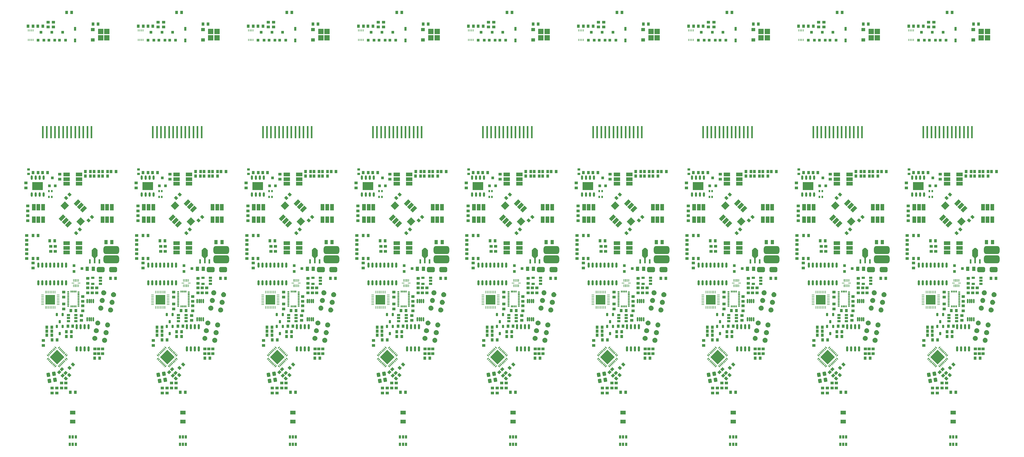
<source format=gbr>
G04 Layer_Color=8421504*
%FSLAX25Y25*%
%MOIN*%
%TF.FileFunction,Paste,Top*%
%TF.Part,CustomerPanel*%
G01*
G75*
%TA.AperFunction,SMDPad,CuDef*%
%ADD11R,0.04331X0.02559*%
%ADD12O,0.02559X0.06496*%
G04:AMPARAMS|DCode=13|XSize=23.62mil|YSize=39.37mil|CornerRadius=2.95mil|HoleSize=0mil|Usage=FLASHONLY|Rotation=180.000|XOffset=0mil|YOffset=0mil|HoleType=Round|Shape=RoundedRectangle|*
%AMROUNDEDRECTD13*
21,1,0.02362,0.03347,0,0,180.0*
21,1,0.01772,0.03937,0,0,180.0*
1,1,0.00591,-0.00886,0.01673*
1,1,0.00591,0.00886,0.01673*
1,1,0.00591,0.00886,-0.01673*
1,1,0.00591,-0.00886,-0.01673*
%
%ADD13ROUNDEDRECTD13*%
%ADD14R,0.03937X0.03543*%
%ADD15O,0.02362X0.06693*%
%ADD16R,0.06693X0.06693*%
%ADD17R,0.04724X0.03937*%
%ADD18R,0.02756X0.04724*%
%ADD19R,0.01968X0.02953*%
%ADD20R,0.08268X0.04724*%
G04:AMPARAMS|DCode=21|XSize=43.31mil|YSize=78.74mil|CornerRadius=0mil|HoleSize=0mil|Usage=FLASHONLY|Rotation=135.000|XOffset=0mil|YOffset=0mil|HoleType=Round|Shape=Rectangle|*
%AMROTATEDRECTD21*
4,1,4,0.04315,0.01253,-0.01253,-0.04315,-0.04315,-0.01253,0.01253,0.04315,0.04315,0.01253,0.0*
%
%ADD21ROTATEDRECTD21*%

G04:AMPARAMS|DCode=22|XSize=74.8mil|YSize=78.74mil|CornerRadius=0mil|HoleSize=0mil|Usage=FLASHONLY|Rotation=135.000|XOffset=0mil|YOffset=0mil|HoleType=Round|Shape=Rectangle|*
%AMROTATEDRECTD22*
4,1,4,0.05429,0.00139,-0.00139,-0.05429,-0.05429,-0.00139,0.00139,0.05429,0.05429,0.00139,0.0*
%
%ADD22ROTATEDRECTD22*%

G04:AMPARAMS|DCode=23|XSize=51.18mil|YSize=43.31mil|CornerRadius=4.33mil|HoleSize=0mil|Usage=FLASHONLY|Rotation=281.000|XOffset=0mil|YOffset=0mil|HoleType=Round|Shape=RoundedRectangle|*
%AMROUNDEDRECTD23*
21,1,0.05118,0.03465,0,0,281.0*
21,1,0.04252,0.04331,0,0,281.0*
1,1,0.00866,-0.01295,-0.02418*
1,1,0.00866,-0.02106,0.01756*
1,1,0.00866,0.01295,0.02418*
1,1,0.00866,0.02106,-0.01756*
%
%ADD23ROUNDEDRECTD23*%
%ADD24R,0.13386X0.09842*%
%ADD25O,0.02362X0.05709*%
%ADD26O,0.03740X0.00787*%
%ADD27O,0.00787X0.03740*%
%ADD28R,0.12323X0.12323*%
%ADD29R,0.07087X0.04528*%
G04:AMPARAMS|DCode=30|XSize=39.37mil|YSize=35.43mil|CornerRadius=0mil|HoleSize=0mil|Usage=FLASHONLY|Rotation=315.000|XOffset=0mil|YOffset=0mil|HoleType=Round|Shape=Rectangle|*
%AMROTATEDRECTD30*
4,1,4,-0.02645,0.00139,-0.00139,0.02645,0.02645,-0.00139,0.00139,-0.02645,-0.02645,0.00139,0.0*
%
%ADD30ROTATEDRECTD30*%

%ADD31R,0.03543X0.03937*%
G04:AMPARAMS|DCode=32|XSize=39.37mil|YSize=35.43mil|CornerRadius=0mil|HoleSize=0mil|Usage=FLASHONLY|Rotation=269.600|XOffset=0mil|YOffset=0mil|HoleType=Round|Shape=Rectangle|*
%AMROTATEDRECTD32*
4,1,4,-0.01758,0.01981,0.01785,0.01956,0.01758,-0.01981,-0.01785,-0.01956,-0.01758,0.01981,0.0*
%
%ADD32ROTATEDRECTD32*%

%ADD33R,0.03740X0.03543*%
%ADD34O,0.01772X0.05512*%
%ADD35R,0.03543X0.03740*%
%ADD36R,0.04724X0.08268*%
%ADD37R,0.03543X0.02756*%
G04:AMPARAMS|DCode=38|XSize=39.37mil|YSize=35.43mil|CornerRadius=0mil|HoleSize=0mil|Usage=FLASHONLY|Rotation=225.000|XOffset=0mil|YOffset=0mil|HoleType=Round|Shape=Rectangle|*
%AMROTATEDRECTD38*
4,1,4,0.00139,0.02645,0.02645,0.00139,-0.00139,-0.02645,-0.02645,-0.00139,0.00139,0.02645,0.0*
%
%ADD38ROTATEDRECTD38*%

%ADD39R,0.02559X0.04331*%
G04:AMPARAMS|DCode=40|XSize=9.84mil|YSize=23.62mil|CornerRadius=1.97mil|HoleSize=0mil|Usage=FLASHONLY|Rotation=180.000|XOffset=0mil|YOffset=0mil|HoleType=Round|Shape=RoundedRectangle|*
%AMROUNDEDRECTD40*
21,1,0.00984,0.01968,0,0,180.0*
21,1,0.00591,0.02362,0,0,180.0*
1,1,0.00394,-0.00295,0.00984*
1,1,0.00394,0.00295,0.00984*
1,1,0.00394,0.00295,-0.00984*
1,1,0.00394,-0.00295,-0.00984*
%
%ADD40ROUNDEDRECTD40*%
%ADD41R,0.03740X0.00787*%
%ADD42R,0.00787X0.03740*%
%ADD43P,0.18374X4X180.0*%
G04:AMPARAMS|DCode=44|XSize=9.84mil|YSize=31.5mil|CornerRadius=0mil|HoleSize=0mil|Usage=FLASHONLY|Rotation=135.000|XOffset=0mil|YOffset=0mil|HoleType=Round|Shape=Round|*
%AMOVALD44*
21,1,0.02165,0.00984,0.00000,0.00000,225.0*
1,1,0.00984,0.00766,0.00766*
1,1,0.00984,-0.00766,-0.00766*
%
%ADD44OVALD44*%

G04:AMPARAMS|DCode=45|XSize=9.84mil|YSize=31.5mil|CornerRadius=0mil|HoleSize=0mil|Usage=FLASHONLY|Rotation=225.000|XOffset=0mil|YOffset=0mil|HoleType=Round|Shape=Round|*
%AMOVALD45*
21,1,0.02165,0.00984,0.00000,0.00000,315.0*
1,1,0.00984,-0.00766,0.00766*
1,1,0.00984,0.00766,-0.00766*
%
%ADD45OVALD45*%

%ADD46O,0.02756X0.01181*%
%ADD47O,0.01181X0.02756*%
G04:AMPARAMS|DCode=51|XSize=98.42mil|YSize=196.85mil|CornerRadius=24.61mil|HoleSize=0mil|Usage=FLASHONLY|Rotation=270.000|XOffset=0mil|YOffset=0mil|HoleType=Round|Shape=RoundedRectangle|*
%AMROUNDEDRECTD51*
21,1,0.09842,0.14764,0,0,270.0*
21,1,0.04921,0.19685,0,0,270.0*
1,1,0.04921,-0.07382,-0.02461*
1,1,0.04921,-0.07382,0.02461*
1,1,0.04921,0.07382,0.02461*
1,1,0.04921,0.07382,-0.02461*
%
%ADD51ROUNDEDRECTD51*%
G04:AMPARAMS|DCode=52|XSize=98.42mil|YSize=66.93mil|CornerRadius=16.73mil|HoleSize=0mil|Usage=FLASHONLY|Rotation=180.000|XOffset=0mil|YOffset=0mil|HoleType=Round|Shape=RoundedRectangle|*
%AMROUNDEDRECTD52*
21,1,0.09842,0.03347,0,0,180.0*
21,1,0.06496,0.06693,0,0,180.0*
1,1,0.03346,-0.03248,0.01673*
1,1,0.03346,0.03248,0.01673*
1,1,0.03346,0.03248,-0.01673*
1,1,0.03346,-0.03248,-0.01673*
%
%ADD52ROUNDEDRECTD52*%
%ADD53R,0.02362X0.05512*%
%ADD54R,0.02362X0.07087*%
%ADD55R,0.04134X0.05512*%
%ADD56R,0.02165X0.15748*%
G36*
X1207183Y312746D02*
Y305265D01*
X1204624Y302706D01*
X1202262D01*
X1199703Y305265D01*
Y312746D01*
X1202262Y315305D01*
X1204624D01*
X1207183Y312746D01*
D02*
G37*
G36*
X1068385D02*
Y305265D01*
X1065826Y302706D01*
X1063463D01*
X1060904Y305265D01*
Y312746D01*
X1063463Y315305D01*
X1065826D01*
X1068385Y312746D01*
D02*
G37*
G36*
X929587D02*
Y305265D01*
X927027Y302706D01*
X924665D01*
X922106Y305265D01*
Y312746D01*
X924665Y315305D01*
X927027D01*
X929587Y312746D01*
D02*
G37*
G36*
X790788D02*
Y305265D01*
X788229Y302706D01*
X785867D01*
X783308Y305265D01*
Y312746D01*
X785867Y315305D01*
X788229D01*
X790788Y312746D01*
D02*
G37*
G36*
X651990D02*
Y305265D01*
X649431Y302706D01*
X647069D01*
X644510Y305265D01*
Y312746D01*
X647069Y315305D01*
X649431D01*
X651990Y312746D01*
D02*
G37*
G36*
X513192D02*
Y305265D01*
X510633Y302706D01*
X508270D01*
X505711Y305265D01*
Y312746D01*
X508270Y315305D01*
X510633D01*
X513192Y312746D01*
D02*
G37*
G36*
X374393D02*
Y305265D01*
X371834Y302706D01*
X369472D01*
X366913Y305265D01*
Y312746D01*
X369472Y315305D01*
X371834D01*
X374393Y312746D01*
D02*
G37*
G36*
X235595D02*
Y305265D01*
X233036Y302706D01*
X230674D01*
X228115Y305265D01*
Y312746D01*
X230674Y315305D01*
X233036D01*
X235595Y312746D01*
D02*
G37*
G36*
X96797D02*
Y305265D01*
X94238Y302706D01*
X91875D01*
X89316Y305265D01*
Y312746D01*
X91875Y315305D01*
X94238D01*
X96797Y312746D01*
D02*
G37*
G36*
X1215800Y261808D02*
X1216373Y261571D01*
X1216889Y261226D01*
X1217328Y260787D01*
X1217673Y260271D01*
X1217910Y259698D01*
X1218031Y259090D01*
Y258469D01*
X1217910Y257861D01*
X1217673Y257288D01*
X1217328Y256772D01*
X1216889Y256333D01*
X1216373Y255988D01*
X1215800Y255751D01*
X1215192Y255630D01*
X1214571D01*
X1213963Y255751D01*
X1213389Y255988D01*
X1212874Y256333D01*
X1212435Y256772D01*
X1212090Y257288D01*
X1211853Y257861D01*
X1211762Y258317D01*
X1211732Y258779D01*
X1211732Y258779D01*
X1211762Y259241D01*
X1211853Y259698D01*
X1212090Y260271D01*
X1212435Y260787D01*
X1212874Y261226D01*
X1213389Y261571D01*
X1213963Y261808D01*
X1214571Y261929D01*
X1215192D01*
X1215800Y261808D01*
D02*
G37*
G36*
X1077002D02*
X1077575Y261571D01*
X1078091Y261226D01*
X1078530Y260787D01*
X1078874Y260271D01*
X1079112Y259698D01*
X1079233Y259090D01*
Y258469D01*
X1079112Y257861D01*
X1078874Y257288D01*
X1078530Y256772D01*
X1078091Y256333D01*
X1077575Y255988D01*
X1077002Y255751D01*
X1076393Y255630D01*
X1075773D01*
X1075164Y255751D01*
X1074591Y255988D01*
X1074075Y256333D01*
X1073637Y256772D01*
X1073292Y257288D01*
X1073055Y257861D01*
X1072964Y258317D01*
X1072934Y258779D01*
X1072933Y258779D01*
X1072964Y259241D01*
X1073055Y259698D01*
X1073292Y260271D01*
X1073637Y260787D01*
X1074075Y261226D01*
X1074591Y261571D01*
X1075164Y261808D01*
X1075773Y261929D01*
X1076393D01*
X1077002Y261808D01*
D02*
G37*
G36*
X938204D02*
X938777Y261571D01*
X939293Y261226D01*
X939731Y260787D01*
X940076Y260271D01*
X940313Y259698D01*
X940434Y259090D01*
Y258469D01*
X940313Y257861D01*
X940076Y257288D01*
X939731Y256772D01*
X939293Y256333D01*
X938777Y255988D01*
X938204Y255751D01*
X937595Y255630D01*
X936975D01*
X936366Y255751D01*
X935793Y255988D01*
X935277Y256333D01*
X934838Y256772D01*
X934494Y257288D01*
X934256Y257861D01*
X934165Y258317D01*
X934135Y258779D01*
X934135Y258779D01*
X934165Y259241D01*
X934256Y259698D01*
X934494Y260271D01*
X934838Y260787D01*
X935277Y261226D01*
X935793Y261571D01*
X936366Y261808D01*
X936975Y261929D01*
X937595D01*
X938204Y261808D01*
D02*
G37*
G36*
X799405D02*
X799978Y261571D01*
X800494Y261226D01*
X800933Y260787D01*
X801278Y260271D01*
X801515Y259698D01*
X801636Y259090D01*
Y258469D01*
X801515Y257861D01*
X801278Y257288D01*
X800933Y256772D01*
X800494Y256333D01*
X799978Y255988D01*
X799405Y255751D01*
X798797Y255630D01*
X798176D01*
X797568Y255751D01*
X796995Y255988D01*
X796479Y256333D01*
X796040Y256772D01*
X795695Y257288D01*
X795458Y257861D01*
X795367Y258317D01*
X795337Y258779D01*
X795337Y258779D01*
X795367Y259241D01*
X795458Y259698D01*
X795695Y260271D01*
X796040Y260787D01*
X796479Y261226D01*
X796995Y261571D01*
X797568Y261808D01*
X798176Y261929D01*
X798797D01*
X799405Y261808D01*
D02*
G37*
G36*
X660607D02*
X661180Y261571D01*
X661696Y261226D01*
X662135Y260787D01*
X662479Y260271D01*
X662717Y259698D01*
X662838Y259090D01*
Y258469D01*
X662717Y257861D01*
X662479Y257288D01*
X662135Y256772D01*
X661696Y256333D01*
X661180Y255988D01*
X660607Y255751D01*
X659999Y255630D01*
X659378D01*
X658770Y255751D01*
X658196Y255988D01*
X657681Y256333D01*
X657242Y256772D01*
X656897Y257288D01*
X656660Y257861D01*
X656569Y258317D01*
X656539Y258779D01*
X656539Y258779D01*
X656569Y259241D01*
X656660Y259698D01*
X656897Y260271D01*
X657242Y260787D01*
X657681Y261226D01*
X658196Y261571D01*
X658770Y261808D01*
X659378Y261929D01*
X659999D01*
X660607Y261808D01*
D02*
G37*
G36*
X521809D02*
X522382Y261571D01*
X522898Y261226D01*
X523337Y260787D01*
X523681Y260271D01*
X523919Y259698D01*
X524040Y259090D01*
Y258469D01*
X523919Y257861D01*
X523681Y257288D01*
X523337Y256772D01*
X522898Y256333D01*
X522382Y255988D01*
X521809Y255751D01*
X521200Y255630D01*
X520580D01*
X519971Y255751D01*
X519398Y255988D01*
X518882Y256333D01*
X518444Y256772D01*
X518099Y257288D01*
X517861Y257861D01*
X517771Y258317D01*
X517740Y258779D01*
X517740Y258779D01*
X517771Y259241D01*
X517861Y259698D01*
X518099Y260271D01*
X518444Y260787D01*
X518882Y261226D01*
X519398Y261571D01*
X519971Y261808D01*
X520580Y261929D01*
X521200D01*
X521809Y261808D01*
D02*
G37*
G36*
X383010D02*
X383584Y261571D01*
X384100Y261226D01*
X384538Y260787D01*
X384883Y260271D01*
X385120Y259698D01*
X385241Y259090D01*
Y258469D01*
X385120Y257861D01*
X384883Y257288D01*
X384538Y256772D01*
X384100Y256333D01*
X383584Y255988D01*
X383010Y255751D01*
X382402Y255630D01*
X381782D01*
X381173Y255751D01*
X380600Y255988D01*
X380084Y256333D01*
X379645Y256772D01*
X379301Y257288D01*
X379063Y257861D01*
X378972Y258317D01*
X378942Y258779D01*
X378942Y258779D01*
X378972Y259241D01*
X379063Y259698D01*
X379301Y260271D01*
X379645Y260787D01*
X380084Y261226D01*
X380600Y261571D01*
X381173Y261808D01*
X381782Y261929D01*
X382402D01*
X383010Y261808D01*
D02*
G37*
G36*
X244212D02*
X244785Y261571D01*
X245301Y261226D01*
X245740Y260787D01*
X246085Y260271D01*
X246322Y259698D01*
X246443Y259090D01*
Y258469D01*
X246322Y257861D01*
X246085Y257288D01*
X245740Y256772D01*
X245301Y256333D01*
X244785Y255988D01*
X244212Y255751D01*
X243604Y255630D01*
X242983D01*
X242375Y255751D01*
X241802Y255988D01*
X241286Y256333D01*
X240847Y256772D01*
X240502Y257288D01*
X240265Y257861D01*
X240174Y258317D01*
X240144Y258779D01*
X240144Y258779D01*
X240174Y259241D01*
X240265Y259698D01*
X240502Y260271D01*
X240847Y260787D01*
X241286Y261226D01*
X241802Y261571D01*
X242375Y261808D01*
X242983Y261929D01*
X243604D01*
X244212Y261808D01*
D02*
G37*
G36*
X105414D02*
X105987Y261571D01*
X106503Y261226D01*
X106942Y260787D01*
X107286Y260271D01*
X107524Y259698D01*
X107645Y259090D01*
Y258469D01*
X107524Y257861D01*
X107286Y257288D01*
X106942Y256772D01*
X106503Y256333D01*
X105987Y255988D01*
X105414Y255751D01*
X104805Y255630D01*
X104185D01*
X103577Y255751D01*
X103003Y255988D01*
X102487Y256333D01*
X102049Y256772D01*
X101704Y257288D01*
X101467Y257861D01*
X101376Y258317D01*
X101346Y258779D01*
X101346Y258779D01*
X101376Y259241D01*
X101467Y259698D01*
X101704Y260271D01*
X102049Y260787D01*
X102487Y261226D01*
X103003Y261571D01*
X103577Y261808D01*
X104185Y261929D01*
X104805D01*
X105414Y261808D01*
D02*
G37*
G36*
X1228167Y259404D02*
X1228740Y259167D01*
X1229256Y258822D01*
X1229695Y258383D01*
X1230040Y257867D01*
X1230277Y257294D01*
X1230398Y256686D01*
Y256065D01*
X1230277Y255457D01*
X1230040Y254884D01*
X1229695Y254368D01*
X1229256Y253929D01*
X1228740Y253584D01*
X1228167Y253347D01*
X1227559Y253226D01*
X1226938D01*
X1226330Y253347D01*
X1225756Y253584D01*
X1225241Y253929D01*
X1224802Y254368D01*
X1224457Y254884D01*
X1224220Y255457D01*
X1224129Y255914D01*
X1224099Y256376D01*
X1224099Y256376D01*
X1224129Y256837D01*
X1224220Y257294D01*
X1224457Y257867D01*
X1224802Y258383D01*
X1225241Y258822D01*
X1225756Y259167D01*
X1226330Y259404D01*
X1226938Y259525D01*
X1227559D01*
X1228167Y259404D01*
D02*
G37*
G36*
X1089369D02*
X1089942Y259167D01*
X1090458Y258822D01*
X1090897Y258383D01*
X1091241Y257867D01*
X1091479Y257294D01*
X1091600Y256686D01*
Y256065D01*
X1091479Y255457D01*
X1091241Y254884D01*
X1090897Y254368D01*
X1090458Y253929D01*
X1089942Y253584D01*
X1089369Y253347D01*
X1088760Y253226D01*
X1088140D01*
X1087531Y253347D01*
X1086958Y253584D01*
X1086442Y253929D01*
X1086004Y254368D01*
X1085659Y254884D01*
X1085421Y255457D01*
X1085331Y255914D01*
X1085301Y256376D01*
X1085301Y256376D01*
X1085331Y256837D01*
X1085421Y257294D01*
X1085659Y257867D01*
X1086004Y258383D01*
X1086442Y258822D01*
X1086958Y259167D01*
X1087531Y259404D01*
X1088140Y259525D01*
X1088760D01*
X1089369Y259404D01*
D02*
G37*
G36*
X950570D02*
X951144Y259167D01*
X951660Y258822D01*
X952098Y258383D01*
X952443Y257867D01*
X952680Y257294D01*
X952801Y256686D01*
Y256065D01*
X952680Y255457D01*
X952443Y254884D01*
X952098Y254368D01*
X951660Y253929D01*
X951144Y253584D01*
X950570Y253347D01*
X949962Y253226D01*
X949342D01*
X948733Y253347D01*
X948160Y253584D01*
X947644Y253929D01*
X947205Y254368D01*
X946861Y254884D01*
X946623Y255457D01*
X946532Y255914D01*
X946502Y256376D01*
X946502Y256376D01*
X946532Y256837D01*
X946623Y257294D01*
X946861Y257867D01*
X947205Y258383D01*
X947644Y258822D01*
X948160Y259167D01*
X948733Y259404D01*
X949342Y259525D01*
X949962D01*
X950570Y259404D01*
D02*
G37*
G36*
X811772D02*
X812345Y259167D01*
X812861Y258822D01*
X813300Y258383D01*
X813645Y257867D01*
X813882Y257294D01*
X814003Y256686D01*
Y256065D01*
X813882Y255457D01*
X813645Y254884D01*
X813300Y254368D01*
X812861Y253929D01*
X812345Y253584D01*
X811772Y253347D01*
X811164Y253226D01*
X810543D01*
X809935Y253347D01*
X809362Y253584D01*
X808846Y253929D01*
X808407Y254368D01*
X808062Y254884D01*
X807825Y255457D01*
X807734Y255914D01*
X807704Y256376D01*
X807704Y256376D01*
X807734Y256837D01*
X807825Y257294D01*
X808062Y257867D01*
X808407Y258383D01*
X808846Y258822D01*
X809362Y259167D01*
X809935Y259404D01*
X810543Y259525D01*
X811164D01*
X811772Y259404D01*
D02*
G37*
G36*
X672974D02*
X673547Y259167D01*
X674063Y258822D01*
X674502Y258383D01*
X674846Y257867D01*
X675084Y257294D01*
X675205Y256686D01*
Y256065D01*
X675084Y255457D01*
X674846Y254884D01*
X674502Y254368D01*
X674063Y253929D01*
X673547Y253584D01*
X672974Y253347D01*
X672366Y253226D01*
X671745D01*
X671137Y253347D01*
X670563Y253584D01*
X670048Y253929D01*
X669609Y254368D01*
X669264Y254884D01*
X669027Y255457D01*
X668936Y255914D01*
X668906Y256376D01*
X668906Y256376D01*
X668936Y256837D01*
X669027Y257294D01*
X669264Y257867D01*
X669609Y258383D01*
X670048Y258822D01*
X670563Y259167D01*
X671137Y259404D01*
X671745Y259525D01*
X672366D01*
X672974Y259404D01*
D02*
G37*
G36*
X534176D02*
X534749Y259167D01*
X535265Y258822D01*
X535703Y258383D01*
X536048Y257867D01*
X536285Y257294D01*
X536407Y256686D01*
Y256065D01*
X536285Y255457D01*
X536048Y254884D01*
X535703Y254368D01*
X535265Y253929D01*
X534749Y253584D01*
X534176Y253347D01*
X533567Y253226D01*
X532947D01*
X532338Y253347D01*
X531765Y253584D01*
X531249Y253929D01*
X530810Y254368D01*
X530466Y254884D01*
X530228Y255457D01*
X530138Y255914D01*
X530107Y256376D01*
X530107Y256376D01*
X530138Y256837D01*
X530228Y257294D01*
X530466Y257867D01*
X530810Y258383D01*
X531249Y258822D01*
X531765Y259167D01*
X532338Y259404D01*
X532947Y259525D01*
X533567D01*
X534176Y259404D01*
D02*
G37*
G36*
X395377D02*
X395951Y259167D01*
X396466Y258822D01*
X396905Y258383D01*
X397250Y257867D01*
X397487Y257294D01*
X397608Y256686D01*
Y256065D01*
X397487Y255457D01*
X397250Y254884D01*
X396905Y254368D01*
X396466Y253929D01*
X395951Y253584D01*
X395377Y253347D01*
X394769Y253226D01*
X394148D01*
X393540Y253347D01*
X392967Y253584D01*
X392451Y253929D01*
X392012Y254368D01*
X391668Y254884D01*
X391430Y255457D01*
X391339Y255914D01*
X391309Y256376D01*
X391309Y256376D01*
X391339Y256837D01*
X391430Y257294D01*
X391668Y257867D01*
X392012Y258383D01*
X392451Y258822D01*
X392967Y259167D01*
X393540Y259404D01*
X394148Y259525D01*
X394769D01*
X395377Y259404D01*
D02*
G37*
G36*
X256579D02*
X257152Y259167D01*
X257668Y258822D01*
X258107Y258383D01*
X258452Y257867D01*
X258689Y257294D01*
X258810Y256686D01*
Y256065D01*
X258689Y255457D01*
X258452Y254884D01*
X258107Y254368D01*
X257668Y253929D01*
X257152Y253584D01*
X256579Y253347D01*
X255971Y253226D01*
X255350D01*
X254742Y253347D01*
X254169Y253584D01*
X253653Y253929D01*
X253214Y254368D01*
X252869Y254884D01*
X252632Y255457D01*
X252541Y255914D01*
X252511Y256376D01*
X252511Y256376D01*
X252541Y256837D01*
X252632Y257294D01*
X252869Y257867D01*
X253214Y258383D01*
X253653Y258822D01*
X254169Y259167D01*
X254742Y259404D01*
X255350Y259525D01*
X255971D01*
X256579Y259404D01*
D02*
G37*
G36*
X117781D02*
X118354Y259167D01*
X118870Y258822D01*
X119309Y258383D01*
X119653Y257867D01*
X119891Y257294D01*
X120012Y256686D01*
Y256065D01*
X119891Y255457D01*
X119653Y254884D01*
X119309Y254368D01*
X118870Y253929D01*
X118354Y253584D01*
X117781Y253347D01*
X117172Y253226D01*
X116552D01*
X115943Y253347D01*
X115370Y253584D01*
X114854Y253929D01*
X114416Y254368D01*
X114071Y254884D01*
X113834Y255457D01*
X113743Y255914D01*
X113713Y256376D01*
X113713Y256376D01*
X113743Y256837D01*
X113834Y257294D01*
X114071Y257867D01*
X114416Y258383D01*
X114854Y258822D01*
X115370Y259167D01*
X115943Y259404D01*
X116552Y259525D01*
X117172D01*
X117781Y259404D01*
D02*
G37*
G36*
X1213922Y252146D02*
X1214495Y251909D01*
X1215011Y251564D01*
X1215450Y251126D01*
X1215794Y250610D01*
X1216032Y250036D01*
X1216153Y249428D01*
Y248808D01*
X1216032Y248199D01*
X1215794Y247626D01*
X1215450Y247110D01*
X1215011Y246671D01*
X1214495Y246327D01*
X1213922Y246089D01*
X1213314Y245968D01*
X1212693D01*
X1212085Y246089D01*
X1211512Y246327D01*
X1210996Y246671D01*
X1210557Y247110D01*
X1210212Y247626D01*
X1209975Y248199D01*
X1209884Y248656D01*
X1209854Y249118D01*
X1209854Y249118D01*
X1209884Y249580D01*
X1209975Y250036D01*
X1210212Y250610D01*
X1210557Y251126D01*
X1210996Y251564D01*
X1211512Y251909D01*
X1212085Y252146D01*
X1212693Y252267D01*
X1213314D01*
X1213922Y252146D01*
D02*
G37*
G36*
X1075124D02*
X1075697Y251909D01*
X1076213Y251564D01*
X1076652Y251126D01*
X1076996Y250610D01*
X1077234Y250036D01*
X1077355Y249428D01*
Y248808D01*
X1077234Y248199D01*
X1076996Y247626D01*
X1076652Y247110D01*
X1076213Y246671D01*
X1075697Y246327D01*
X1075124Y246089D01*
X1074515Y245968D01*
X1073895D01*
X1073286Y246089D01*
X1072713Y246327D01*
X1072197Y246671D01*
X1071759Y247110D01*
X1071414Y247626D01*
X1071177Y248199D01*
X1071086Y248656D01*
X1071056Y249118D01*
X1071056Y249118D01*
X1071086Y249580D01*
X1071177Y250036D01*
X1071414Y250610D01*
X1071759Y251126D01*
X1072197Y251564D01*
X1072713Y251909D01*
X1073286Y252146D01*
X1073895Y252267D01*
X1074515D01*
X1075124Y252146D01*
D02*
G37*
G36*
X936325D02*
X936899Y251909D01*
X937415Y251564D01*
X937853Y251126D01*
X938198Y250610D01*
X938435Y250036D01*
X938556Y249428D01*
Y248808D01*
X938435Y248199D01*
X938198Y247626D01*
X937853Y247110D01*
X937415Y246671D01*
X936899Y246327D01*
X936325Y246089D01*
X935717Y245968D01*
X935097D01*
X934488Y246089D01*
X933915Y246327D01*
X933399Y246671D01*
X932960Y247110D01*
X932616Y247626D01*
X932378Y248199D01*
X932287Y248656D01*
X932257Y249118D01*
X932257Y249118D01*
X932287Y249580D01*
X932378Y250036D01*
X932616Y250610D01*
X932960Y251126D01*
X933399Y251564D01*
X933915Y251909D01*
X934488Y252146D01*
X935097Y252267D01*
X935717D01*
X936325Y252146D01*
D02*
G37*
G36*
X797527D02*
X798100Y251909D01*
X798616Y251564D01*
X799055Y251126D01*
X799400Y250610D01*
X799637Y250036D01*
X799758Y249428D01*
Y248808D01*
X799637Y248199D01*
X799400Y247626D01*
X799055Y247110D01*
X798616Y246671D01*
X798100Y246327D01*
X797527Y246089D01*
X796919Y245968D01*
X796298D01*
X795690Y246089D01*
X795117Y246327D01*
X794601Y246671D01*
X794162Y247110D01*
X793817Y247626D01*
X793580Y248199D01*
X793489Y248656D01*
X793459Y249118D01*
X793459Y249118D01*
X793489Y249580D01*
X793580Y250036D01*
X793817Y250610D01*
X794162Y251126D01*
X794601Y251564D01*
X795117Y251909D01*
X795690Y252146D01*
X796298Y252267D01*
X796919D01*
X797527Y252146D01*
D02*
G37*
G36*
X658729D02*
X659302Y251909D01*
X659818Y251564D01*
X660257Y251126D01*
X660601Y250610D01*
X660839Y250036D01*
X660960Y249428D01*
Y248808D01*
X660839Y248199D01*
X660601Y247626D01*
X660257Y247110D01*
X659818Y246671D01*
X659302Y246327D01*
X658729Y246089D01*
X658120Y245968D01*
X657500D01*
X656892Y246089D01*
X656318Y246327D01*
X655802Y246671D01*
X655364Y247110D01*
X655019Y247626D01*
X654782Y248199D01*
X654691Y248656D01*
X654661Y249118D01*
X654661Y249118D01*
X654691Y249580D01*
X654782Y250036D01*
X655019Y250610D01*
X655364Y251126D01*
X655802Y251564D01*
X656318Y251909D01*
X656892Y252146D01*
X657500Y252267D01*
X658120D01*
X658729Y252146D01*
D02*
G37*
G36*
X519931D02*
X520504Y251909D01*
X521020Y251564D01*
X521458Y251126D01*
X521803Y250610D01*
X522041Y250036D01*
X522162Y249428D01*
Y248808D01*
X522041Y248199D01*
X521803Y247626D01*
X521458Y247110D01*
X521020Y246671D01*
X520504Y246327D01*
X519931Y246089D01*
X519322Y245968D01*
X518702D01*
X518093Y246089D01*
X517520Y246327D01*
X517004Y246671D01*
X516566Y247110D01*
X516221Y247626D01*
X515983Y248199D01*
X515893Y248656D01*
X515862Y249118D01*
X515862Y249118D01*
X515893Y249580D01*
X515983Y250036D01*
X516221Y250610D01*
X516566Y251126D01*
X517004Y251564D01*
X517520Y251909D01*
X518093Y252146D01*
X518702Y252267D01*
X519322D01*
X519931Y252146D01*
D02*
G37*
G36*
X381132D02*
X381706Y251909D01*
X382222Y251564D01*
X382660Y251126D01*
X383005Y250610D01*
X383242Y250036D01*
X383363Y249428D01*
Y248808D01*
X383242Y248199D01*
X383005Y247626D01*
X382660Y247110D01*
X382222Y246671D01*
X381706Y246327D01*
X381132Y246089D01*
X380524Y245968D01*
X379904D01*
X379295Y246089D01*
X378722Y246327D01*
X378206Y246671D01*
X377767Y247110D01*
X377423Y247626D01*
X377185Y248199D01*
X377094Y248656D01*
X377064Y249118D01*
X377064Y249118D01*
X377094Y249580D01*
X377185Y250036D01*
X377423Y250610D01*
X377767Y251126D01*
X378206Y251564D01*
X378722Y251909D01*
X379295Y252146D01*
X379904Y252267D01*
X380524D01*
X381132Y252146D01*
D02*
G37*
G36*
X242334D02*
X242907Y251909D01*
X243423Y251564D01*
X243862Y251126D01*
X244207Y250610D01*
X244444Y250036D01*
X244565Y249428D01*
Y248808D01*
X244444Y248199D01*
X244207Y247626D01*
X243862Y247110D01*
X243423Y246671D01*
X242907Y246327D01*
X242334Y246089D01*
X241726Y245968D01*
X241105D01*
X240497Y246089D01*
X239924Y246327D01*
X239408Y246671D01*
X238969Y247110D01*
X238624Y247626D01*
X238387Y248199D01*
X238296Y248656D01*
X238266Y249118D01*
X238266Y249118D01*
X238296Y249580D01*
X238387Y250036D01*
X238624Y250610D01*
X238969Y251126D01*
X239408Y251564D01*
X239924Y251909D01*
X240497Y252146D01*
X241105Y252267D01*
X241726D01*
X242334Y252146D01*
D02*
G37*
G36*
X103536D02*
X104109Y251909D01*
X104625Y251564D01*
X105064Y251126D01*
X105408Y250610D01*
X105646Y250036D01*
X105767Y249428D01*
Y248808D01*
X105646Y248199D01*
X105408Y247626D01*
X105064Y247110D01*
X104625Y246671D01*
X104109Y246327D01*
X103536Y246089D01*
X102927Y245968D01*
X102307D01*
X101698Y246089D01*
X101125Y246327D01*
X100609Y246671D01*
X100171Y247110D01*
X99826Y247626D01*
X99589Y248199D01*
X99498Y248656D01*
X99468Y249118D01*
X99468Y249118D01*
X99498Y249580D01*
X99589Y250036D01*
X99826Y250610D01*
X100171Y251126D01*
X100609Y251564D01*
X101125Y251909D01*
X101698Y252146D01*
X102307Y252267D01*
X102927D01*
X103536Y252146D01*
D02*
G37*
G36*
X1226289Y249742D02*
X1226862Y249505D01*
X1227378Y249160D01*
X1227817Y248722D01*
X1228162Y248206D01*
X1228399Y247633D01*
X1228520Y247024D01*
Y246404D01*
X1228399Y245795D01*
X1228162Y245222D01*
X1227817Y244706D01*
X1227378Y244267D01*
X1226862Y243923D01*
X1226289Y243685D01*
X1225681Y243564D01*
X1225060D01*
X1224452Y243685D01*
X1223878Y243923D01*
X1223363Y244267D01*
X1222924Y244706D01*
X1222579Y245222D01*
X1222342Y245795D01*
X1222251Y246252D01*
X1222221Y246714D01*
X1222221Y246714D01*
X1222251Y247176D01*
X1222342Y247633D01*
X1222579Y248206D01*
X1222924Y248722D01*
X1223363Y249160D01*
X1223878Y249505D01*
X1224452Y249742D01*
X1225060Y249863D01*
X1225681D01*
X1226289Y249742D01*
D02*
G37*
G36*
X1087491D02*
X1088064Y249505D01*
X1088580Y249160D01*
X1089019Y248722D01*
X1089363Y248206D01*
X1089601Y247633D01*
X1089722Y247024D01*
Y246404D01*
X1089601Y245795D01*
X1089363Y245222D01*
X1089019Y244706D01*
X1088580Y244267D01*
X1088064Y243923D01*
X1087491Y243685D01*
X1086882Y243564D01*
X1086262D01*
X1085653Y243685D01*
X1085080Y243923D01*
X1084564Y244267D01*
X1084126Y244706D01*
X1083781Y245222D01*
X1083543Y245795D01*
X1083453Y246252D01*
X1083422Y246714D01*
X1083422Y246714D01*
X1083453Y247176D01*
X1083543Y247633D01*
X1083781Y248206D01*
X1084126Y248722D01*
X1084564Y249160D01*
X1085080Y249505D01*
X1085653Y249742D01*
X1086262Y249863D01*
X1086882D01*
X1087491Y249742D01*
D02*
G37*
G36*
X948693D02*
X949266Y249505D01*
X949782Y249160D01*
X950220Y248722D01*
X950565Y248206D01*
X950802Y247633D01*
X950923Y247024D01*
Y246404D01*
X950802Y245795D01*
X950565Y245222D01*
X950220Y244706D01*
X949782Y244267D01*
X949266Y243923D01*
X948693Y243685D01*
X948084Y243564D01*
X947464D01*
X946855Y243685D01*
X946282Y243923D01*
X945766Y244267D01*
X945327Y244706D01*
X944983Y245222D01*
X944745Y245795D01*
X944654Y246252D01*
X944624Y246714D01*
X944624Y246714D01*
X944654Y247176D01*
X944745Y247633D01*
X944983Y248206D01*
X945327Y248722D01*
X945766Y249160D01*
X946282Y249505D01*
X946855Y249742D01*
X947464Y249863D01*
X948084D01*
X948693Y249742D01*
D02*
G37*
G36*
X809894D02*
X810467Y249505D01*
X810983Y249160D01*
X811422Y248722D01*
X811767Y248206D01*
X812004Y247633D01*
X812125Y247024D01*
Y246404D01*
X812004Y245795D01*
X811767Y245222D01*
X811422Y244706D01*
X810983Y244267D01*
X810467Y243923D01*
X809894Y243685D01*
X809286Y243564D01*
X808665D01*
X808057Y243685D01*
X807484Y243923D01*
X806968Y244267D01*
X806529Y244706D01*
X806184Y245222D01*
X805947Y245795D01*
X805856Y246252D01*
X805826Y246714D01*
X805826Y246714D01*
X805856Y247176D01*
X805947Y247633D01*
X806184Y248206D01*
X806529Y248722D01*
X806968Y249160D01*
X807484Y249505D01*
X808057Y249742D01*
X808665Y249863D01*
X809286D01*
X809894Y249742D01*
D02*
G37*
G36*
X671096D02*
X671669Y249505D01*
X672185Y249160D01*
X672624Y248722D01*
X672968Y248206D01*
X673206Y247633D01*
X673327Y247024D01*
Y246404D01*
X673206Y245795D01*
X672968Y245222D01*
X672624Y244706D01*
X672185Y244267D01*
X671669Y243923D01*
X671096Y243685D01*
X670487Y243564D01*
X669867D01*
X669258Y243685D01*
X668685Y243923D01*
X668169Y244267D01*
X667731Y244706D01*
X667386Y245222D01*
X667149Y245795D01*
X667058Y246252D01*
X667028Y246714D01*
X667028Y246714D01*
X667058Y247176D01*
X667149Y247633D01*
X667386Y248206D01*
X667731Y248722D01*
X668169Y249160D01*
X668685Y249505D01*
X669258Y249742D01*
X669867Y249863D01*
X670487D01*
X671096Y249742D01*
D02*
G37*
G36*
X532298D02*
X532871Y249505D01*
X533387Y249160D01*
X533825Y248722D01*
X534170Y248206D01*
X534408Y247633D01*
X534528Y247024D01*
Y246404D01*
X534408Y245795D01*
X534170Y245222D01*
X533825Y244706D01*
X533387Y244267D01*
X532871Y243923D01*
X532298Y243685D01*
X531689Y243564D01*
X531069D01*
X530460Y243685D01*
X529887Y243923D01*
X529371Y244267D01*
X528933Y244706D01*
X528588Y245222D01*
X528350Y245795D01*
X528260Y246252D01*
X528229Y246714D01*
X528229Y246714D01*
X528260Y247176D01*
X528350Y247633D01*
X528588Y248206D01*
X528933Y248722D01*
X529371Y249160D01*
X529887Y249505D01*
X530460Y249742D01*
X531069Y249863D01*
X531689D01*
X532298Y249742D01*
D02*
G37*
G36*
X393499D02*
X394073Y249505D01*
X394588Y249160D01*
X395027Y248722D01*
X395372Y248206D01*
X395609Y247633D01*
X395730Y247024D01*
Y246404D01*
X395609Y245795D01*
X395372Y245222D01*
X395027Y244706D01*
X394588Y244267D01*
X394073Y243923D01*
X393499Y243685D01*
X392891Y243564D01*
X392270D01*
X391662Y243685D01*
X391089Y243923D01*
X390573Y244267D01*
X390134Y244706D01*
X389790Y245222D01*
X389552Y245795D01*
X389461Y246252D01*
X389431Y246714D01*
X389431Y246714D01*
X389461Y247176D01*
X389552Y247633D01*
X389790Y248206D01*
X390134Y248722D01*
X390573Y249160D01*
X391089Y249505D01*
X391662Y249742D01*
X392270Y249863D01*
X392891D01*
X393499Y249742D01*
D02*
G37*
G36*
X254701D02*
X255274Y249505D01*
X255790Y249160D01*
X256229Y248722D01*
X256574Y248206D01*
X256811Y247633D01*
X256932Y247024D01*
Y246404D01*
X256811Y245795D01*
X256574Y245222D01*
X256229Y244706D01*
X255790Y244267D01*
X255274Y243923D01*
X254701Y243685D01*
X254093Y243564D01*
X253472D01*
X252864Y243685D01*
X252291Y243923D01*
X251775Y244267D01*
X251336Y244706D01*
X250991Y245222D01*
X250754Y245795D01*
X250663Y246252D01*
X250633Y246714D01*
X250633Y246714D01*
X250663Y247176D01*
X250754Y247633D01*
X250991Y248206D01*
X251336Y248722D01*
X251775Y249160D01*
X252291Y249505D01*
X252864Y249742D01*
X253472Y249863D01*
X254093D01*
X254701Y249742D01*
D02*
G37*
G36*
X115903D02*
X116476Y249505D01*
X116992Y249160D01*
X117431Y248722D01*
X117775Y248206D01*
X118013Y247633D01*
X118134Y247024D01*
Y246404D01*
X118013Y245795D01*
X117775Y245222D01*
X117431Y244706D01*
X116992Y244267D01*
X116476Y243923D01*
X115903Y243685D01*
X115294Y243564D01*
X114674D01*
X114065Y243685D01*
X113492Y243923D01*
X112976Y244267D01*
X112538Y244706D01*
X112193Y245222D01*
X111955Y245795D01*
X111865Y246252D01*
X111835Y246714D01*
X111835Y246714D01*
X111865Y247176D01*
X111955Y247633D01*
X112193Y248206D01*
X112538Y248722D01*
X112976Y249160D01*
X113492Y249505D01*
X114065Y249742D01*
X114674Y249863D01*
X115294D01*
X115903Y249742D01*
D02*
G37*
G36*
X1212044Y242485D02*
X1212617Y242247D01*
X1213133Y241902D01*
X1213572Y241464D01*
X1213916Y240948D01*
X1214154Y240375D01*
X1214275Y239766D01*
Y239146D01*
X1214154Y238537D01*
X1213916Y237964D01*
X1213572Y237448D01*
X1213133Y237010D01*
X1212617Y236665D01*
X1212044Y236427D01*
X1211436Y236306D01*
X1210815D01*
X1210207Y236427D01*
X1209633Y236665D01*
X1209118Y237010D01*
X1208679Y237448D01*
X1208334Y237964D01*
X1208097Y238537D01*
X1208006Y238994D01*
X1207976Y239456D01*
X1207976Y239456D01*
X1208006Y239918D01*
X1208097Y240375D01*
X1208334Y240948D01*
X1208679Y241464D01*
X1209118Y241902D01*
X1209633Y242247D01*
X1210207Y242485D01*
X1210815Y242606D01*
X1211436D01*
X1212044Y242485D01*
D02*
G37*
G36*
X1073246D02*
X1073819Y242247D01*
X1074335Y241902D01*
X1074774Y241464D01*
X1075118Y240948D01*
X1075356Y240375D01*
X1075477Y239766D01*
Y239146D01*
X1075356Y238537D01*
X1075118Y237964D01*
X1074774Y237448D01*
X1074335Y237010D01*
X1073819Y236665D01*
X1073246Y236427D01*
X1072637Y236306D01*
X1072017D01*
X1071408Y236427D01*
X1070835Y236665D01*
X1070319Y237010D01*
X1069881Y237448D01*
X1069536Y237964D01*
X1069298Y238537D01*
X1069208Y238994D01*
X1069178Y239456D01*
X1069178Y239456D01*
X1069208Y239918D01*
X1069298Y240375D01*
X1069536Y240948D01*
X1069881Y241464D01*
X1070319Y241902D01*
X1070835Y242247D01*
X1071408Y242485D01*
X1072017Y242606D01*
X1072637D01*
X1073246Y242485D01*
D02*
G37*
G36*
X934447D02*
X935021Y242247D01*
X935536Y241902D01*
X935975Y241464D01*
X936320Y240948D01*
X936557Y240375D01*
X936678Y239766D01*
Y239146D01*
X936557Y238537D01*
X936320Y237964D01*
X935975Y237448D01*
X935536Y237010D01*
X935021Y236665D01*
X934447Y236427D01*
X933839Y236306D01*
X933219D01*
X932610Y236427D01*
X932037Y236665D01*
X931521Y237010D01*
X931082Y237448D01*
X930738Y237964D01*
X930500Y238537D01*
X930409Y238994D01*
X930379Y239456D01*
X930379Y239456D01*
X930409Y239918D01*
X930500Y240375D01*
X930738Y240948D01*
X931082Y241464D01*
X931521Y241902D01*
X932037Y242247D01*
X932610Y242485D01*
X933219Y242606D01*
X933839D01*
X934447Y242485D01*
D02*
G37*
G36*
X795649D02*
X796222Y242247D01*
X796738Y241902D01*
X797177Y241464D01*
X797522Y240948D01*
X797759Y240375D01*
X797880Y239766D01*
Y239146D01*
X797759Y238537D01*
X797522Y237964D01*
X797177Y237448D01*
X796738Y237010D01*
X796222Y236665D01*
X795649Y236427D01*
X795041Y236306D01*
X794420D01*
X793812Y236427D01*
X793239Y236665D01*
X792723Y237010D01*
X792284Y237448D01*
X791939Y237964D01*
X791702Y238537D01*
X791611Y238994D01*
X791581Y239456D01*
X791581Y239456D01*
X791611Y239918D01*
X791702Y240375D01*
X791939Y240948D01*
X792284Y241464D01*
X792723Y241902D01*
X793239Y242247D01*
X793812Y242485D01*
X794420Y242606D01*
X795041D01*
X795649Y242485D01*
D02*
G37*
G36*
X656851D02*
X657424Y242247D01*
X657940Y241902D01*
X658379Y241464D01*
X658723Y240948D01*
X658961Y240375D01*
X659082Y239766D01*
Y239146D01*
X658961Y238537D01*
X658723Y237964D01*
X658379Y237448D01*
X657940Y237010D01*
X657424Y236665D01*
X656851Y236427D01*
X656242Y236306D01*
X655622D01*
X655014Y236427D01*
X654440Y236665D01*
X653925Y237010D01*
X653486Y237448D01*
X653141Y237964D01*
X652904Y238537D01*
X652813Y238994D01*
X652783Y239456D01*
X652783Y239456D01*
X652813Y239918D01*
X652904Y240375D01*
X653141Y240948D01*
X653486Y241464D01*
X653925Y241902D01*
X654440Y242247D01*
X655014Y242485D01*
X655622Y242606D01*
X656242D01*
X656851Y242485D01*
D02*
G37*
G36*
X518053D02*
X518626Y242247D01*
X519142Y241902D01*
X519580Y241464D01*
X519925Y240948D01*
X520162Y240375D01*
X520284Y239766D01*
Y239146D01*
X520162Y238537D01*
X519925Y237964D01*
X519580Y237448D01*
X519142Y237010D01*
X518626Y236665D01*
X518053Y236427D01*
X517444Y236306D01*
X516824D01*
X516215Y236427D01*
X515642Y236665D01*
X515126Y237010D01*
X514687Y237448D01*
X514343Y237964D01*
X514105Y238537D01*
X514014Y238994D01*
X513984Y239456D01*
X513984Y239456D01*
X514014Y239918D01*
X514105Y240375D01*
X514343Y240948D01*
X514687Y241464D01*
X515126Y241902D01*
X515642Y242247D01*
X516215Y242485D01*
X516824Y242606D01*
X517444D01*
X518053Y242485D01*
D02*
G37*
G36*
X379254D02*
X379828Y242247D01*
X380343Y241902D01*
X380782Y241464D01*
X381127Y240948D01*
X381364Y240375D01*
X381485Y239766D01*
Y239146D01*
X381364Y238537D01*
X381127Y237964D01*
X380782Y237448D01*
X380343Y237010D01*
X379828Y236665D01*
X379254Y236427D01*
X378646Y236306D01*
X378026D01*
X377417Y236427D01*
X376844Y236665D01*
X376328Y237010D01*
X375889Y237448D01*
X375545Y237964D01*
X375307Y238537D01*
X375216Y238994D01*
X375186Y239456D01*
X375186Y239456D01*
X375216Y239918D01*
X375307Y240375D01*
X375545Y240948D01*
X375889Y241464D01*
X376328Y241902D01*
X376844Y242247D01*
X377417Y242485D01*
X378026Y242606D01*
X378646D01*
X379254Y242485D01*
D02*
G37*
G36*
X240456D02*
X241029Y242247D01*
X241545Y241902D01*
X241984Y241464D01*
X242329Y240948D01*
X242566Y240375D01*
X242687Y239766D01*
Y239146D01*
X242566Y238537D01*
X242329Y237964D01*
X241984Y237448D01*
X241545Y237010D01*
X241029Y236665D01*
X240456Y236427D01*
X239848Y236306D01*
X239227D01*
X238619Y236427D01*
X238046Y236665D01*
X237530Y237010D01*
X237091Y237448D01*
X236746Y237964D01*
X236509Y238537D01*
X236418Y238994D01*
X236388Y239456D01*
X236388Y239456D01*
X236418Y239918D01*
X236509Y240375D01*
X236746Y240948D01*
X237091Y241464D01*
X237530Y241902D01*
X238046Y242247D01*
X238619Y242485D01*
X239227Y242606D01*
X239848D01*
X240456Y242485D01*
D02*
G37*
G36*
X101658D02*
X102231Y242247D01*
X102747Y241902D01*
X103186Y241464D01*
X103530Y240948D01*
X103768Y240375D01*
X103889Y239766D01*
Y239146D01*
X103768Y238537D01*
X103530Y237964D01*
X103186Y237448D01*
X102747Y237010D01*
X102231Y236665D01*
X101658Y236427D01*
X101049Y236306D01*
X100429D01*
X99820Y236427D01*
X99247Y236665D01*
X98731Y237010D01*
X98293Y237448D01*
X97948Y237964D01*
X97711Y238537D01*
X97620Y238994D01*
X97589Y239456D01*
X97589Y239456D01*
X97620Y239918D01*
X97711Y240375D01*
X97948Y240948D01*
X98293Y241464D01*
X98731Y241902D01*
X99247Y242247D01*
X99820Y242485D01*
X100429Y242606D01*
X101049D01*
X101658Y242485D01*
D02*
G37*
G36*
X1224411Y240081D02*
X1224984Y239843D01*
X1225500Y239499D01*
X1225939Y239060D01*
X1226283Y238544D01*
X1226521Y237971D01*
X1226642Y237362D01*
Y236742D01*
X1226521Y236133D01*
X1226283Y235560D01*
X1225939Y235044D01*
X1225500Y234606D01*
X1224984Y234261D01*
X1224411Y234024D01*
X1223802Y233903D01*
X1223182D01*
X1222574Y234024D01*
X1222000Y234261D01*
X1221484Y234606D01*
X1221046Y235044D01*
X1220701Y235560D01*
X1220464Y236133D01*
X1220373Y236590D01*
X1220343Y237052D01*
X1220343Y237052D01*
X1220373Y237514D01*
X1220464Y237971D01*
X1220701Y238544D01*
X1221046Y239060D01*
X1221484Y239499D01*
X1222000Y239843D01*
X1222574Y240081D01*
X1223182Y240202D01*
X1223802D01*
X1224411Y240081D01*
D02*
G37*
G36*
X1085613D02*
X1086186Y239843D01*
X1086702Y239499D01*
X1087140Y239060D01*
X1087485Y238544D01*
X1087723Y237971D01*
X1087844Y237362D01*
Y236742D01*
X1087723Y236133D01*
X1087485Y235560D01*
X1087140Y235044D01*
X1086702Y234606D01*
X1086186Y234261D01*
X1085613Y234024D01*
X1085004Y233903D01*
X1084384D01*
X1083775Y234024D01*
X1083202Y234261D01*
X1082686Y234606D01*
X1082248Y235044D01*
X1081903Y235560D01*
X1081666Y236133D01*
X1081575Y236590D01*
X1081544Y237052D01*
X1081544Y237052D01*
X1081575Y237514D01*
X1081666Y237971D01*
X1081903Y238544D01*
X1082248Y239060D01*
X1082686Y239499D01*
X1083202Y239843D01*
X1083775Y240081D01*
X1084384Y240202D01*
X1085004D01*
X1085613Y240081D01*
D02*
G37*
G36*
X946814D02*
X947388Y239843D01*
X947904Y239499D01*
X948342Y239060D01*
X948687Y238544D01*
X948924Y237971D01*
X949045Y237362D01*
Y236742D01*
X948924Y236133D01*
X948687Y235560D01*
X948342Y235044D01*
X947904Y234606D01*
X947388Y234261D01*
X946814Y234024D01*
X946206Y233903D01*
X945586D01*
X944977Y234024D01*
X944404Y234261D01*
X943888Y234606D01*
X943449Y235044D01*
X943105Y235560D01*
X942867Y236133D01*
X942776Y236590D01*
X942746Y237052D01*
X942746Y237052D01*
X942776Y237514D01*
X942867Y237971D01*
X943105Y238544D01*
X943449Y239060D01*
X943888Y239499D01*
X944404Y239843D01*
X944977Y240081D01*
X945586Y240202D01*
X946206D01*
X946814Y240081D01*
D02*
G37*
G36*
X808016D02*
X808589Y239843D01*
X809105Y239499D01*
X809544Y239060D01*
X809889Y238544D01*
X810126Y237971D01*
X810247Y237362D01*
Y236742D01*
X810126Y236133D01*
X809889Y235560D01*
X809544Y235044D01*
X809105Y234606D01*
X808589Y234261D01*
X808016Y234024D01*
X807408Y233903D01*
X806787D01*
X806179Y234024D01*
X805606Y234261D01*
X805090Y234606D01*
X804651Y235044D01*
X804306Y235560D01*
X804069Y236133D01*
X803978Y236590D01*
X803948Y237052D01*
X803948Y237052D01*
X803978Y237514D01*
X804069Y237971D01*
X804306Y238544D01*
X804651Y239060D01*
X805090Y239499D01*
X805606Y239843D01*
X806179Y240081D01*
X806787Y240202D01*
X807408D01*
X808016Y240081D01*
D02*
G37*
G36*
X669218D02*
X669791Y239843D01*
X670307Y239499D01*
X670746Y239060D01*
X671090Y238544D01*
X671328Y237971D01*
X671449Y237362D01*
Y236742D01*
X671328Y236133D01*
X671090Y235560D01*
X670746Y235044D01*
X670307Y234606D01*
X669791Y234261D01*
X669218Y234024D01*
X668609Y233903D01*
X667989D01*
X667381Y234024D01*
X666807Y234261D01*
X666291Y234606D01*
X665853Y235044D01*
X665508Y235560D01*
X665271Y236133D01*
X665180Y236590D01*
X665150Y237052D01*
X665150Y237052D01*
X665180Y237514D01*
X665271Y237971D01*
X665508Y238544D01*
X665853Y239060D01*
X666291Y239499D01*
X666807Y239843D01*
X667381Y240081D01*
X667989Y240202D01*
X668609D01*
X669218Y240081D01*
D02*
G37*
G36*
X530420D02*
X530993Y239843D01*
X531509Y239499D01*
X531947Y239060D01*
X532292Y238544D01*
X532529Y237971D01*
X532651Y237362D01*
Y236742D01*
X532529Y236133D01*
X532292Y235560D01*
X531947Y235044D01*
X531509Y234606D01*
X530993Y234261D01*
X530420Y234024D01*
X529811Y233903D01*
X529191D01*
X528582Y234024D01*
X528009Y234261D01*
X527493Y234606D01*
X527054Y235044D01*
X526710Y235560D01*
X526472Y236133D01*
X526381Y236590D01*
X526351Y237052D01*
X526351Y237052D01*
X526381Y237514D01*
X526472Y237971D01*
X526710Y238544D01*
X527054Y239060D01*
X527493Y239499D01*
X528009Y239843D01*
X528582Y240081D01*
X529191Y240202D01*
X529811D01*
X530420Y240081D01*
D02*
G37*
G36*
X391621D02*
X392195Y239843D01*
X392710Y239499D01*
X393149Y239060D01*
X393494Y238544D01*
X393731Y237971D01*
X393852Y237362D01*
Y236742D01*
X393731Y236133D01*
X393494Y235560D01*
X393149Y235044D01*
X392710Y234606D01*
X392195Y234261D01*
X391621Y234024D01*
X391013Y233903D01*
X390392D01*
X389784Y234024D01*
X389211Y234261D01*
X388695Y234606D01*
X388256Y235044D01*
X387912Y235560D01*
X387674Y236133D01*
X387583Y236590D01*
X387553Y237052D01*
X387553Y237052D01*
X387583Y237514D01*
X387674Y237971D01*
X387912Y238544D01*
X388256Y239060D01*
X388695Y239499D01*
X389211Y239843D01*
X389784Y240081D01*
X390392Y240202D01*
X391013D01*
X391621Y240081D01*
D02*
G37*
G36*
X252823D02*
X253396Y239843D01*
X253912Y239499D01*
X254351Y239060D01*
X254696Y238544D01*
X254933Y237971D01*
X255054Y237362D01*
Y236742D01*
X254933Y236133D01*
X254696Y235560D01*
X254351Y235044D01*
X253912Y234606D01*
X253396Y234261D01*
X252823Y234024D01*
X252215Y233903D01*
X251594D01*
X250986Y234024D01*
X250412Y234261D01*
X249897Y234606D01*
X249458Y235044D01*
X249113Y235560D01*
X248876Y236133D01*
X248785Y236590D01*
X248755Y237052D01*
X248755Y237052D01*
X248785Y237514D01*
X248876Y237971D01*
X249113Y238544D01*
X249458Y239060D01*
X249897Y239499D01*
X250412Y239843D01*
X250986Y240081D01*
X251594Y240202D01*
X252215D01*
X252823Y240081D01*
D02*
G37*
G36*
X114025D02*
X114598Y239843D01*
X115114Y239499D01*
X115552Y239060D01*
X115897Y238544D01*
X116135Y237971D01*
X116256Y237362D01*
Y236742D01*
X116135Y236133D01*
X115897Y235560D01*
X115552Y235044D01*
X115114Y234606D01*
X114598Y234261D01*
X114025Y234024D01*
X113416Y233903D01*
X112796D01*
X112187Y234024D01*
X111614Y234261D01*
X111098Y234606D01*
X110660Y235044D01*
X110315Y235560D01*
X110078Y236133D01*
X109987Y236590D01*
X109957Y237052D01*
X109957Y237052D01*
X109987Y237514D01*
X110078Y237971D01*
X110315Y238544D01*
X110660Y239060D01*
X111098Y239499D01*
X111614Y239843D01*
X112187Y240081D01*
X112796Y240202D01*
X113416D01*
X114025Y240081D01*
D02*
G37*
G36*
X1208278Y223670D02*
X1208851Y223432D01*
X1209367Y223088D01*
X1209806Y222649D01*
X1210151Y222133D01*
X1210388Y221560D01*
X1210509Y220951D01*
Y220331D01*
X1210388Y219722D01*
X1210151Y219149D01*
X1209806Y218633D01*
X1209367Y218195D01*
X1208851Y217850D01*
X1208278Y217613D01*
X1207670Y217492D01*
X1207049D01*
X1206441Y217613D01*
X1205868Y217850D01*
X1205352Y218195D01*
X1204913Y218633D01*
X1204568Y219149D01*
X1204331Y219722D01*
X1204240Y220179D01*
X1204210Y220641D01*
X1204210Y220641D01*
X1204240Y221103D01*
X1204331Y221560D01*
X1204568Y222133D01*
X1204913Y222649D01*
X1205352Y223088D01*
X1205868Y223432D01*
X1206441Y223670D01*
X1207049Y223791D01*
X1207670D01*
X1208278Y223670D01*
D02*
G37*
G36*
X1069480D02*
X1070053Y223432D01*
X1070569Y223088D01*
X1071008Y222649D01*
X1071352Y222133D01*
X1071590Y221560D01*
X1071711Y220951D01*
Y220331D01*
X1071590Y219722D01*
X1071352Y219149D01*
X1071008Y218633D01*
X1070569Y218195D01*
X1070053Y217850D01*
X1069480Y217613D01*
X1068871Y217492D01*
X1068251D01*
X1067642Y217613D01*
X1067069Y217850D01*
X1066553Y218195D01*
X1066115Y218633D01*
X1065770Y219149D01*
X1065533Y219722D01*
X1065442Y220179D01*
X1065412Y220641D01*
X1065412Y220641D01*
X1065442Y221103D01*
X1065533Y221560D01*
X1065770Y222133D01*
X1066115Y222649D01*
X1066553Y223088D01*
X1067069Y223432D01*
X1067642Y223670D01*
X1068251Y223791D01*
X1068871D01*
X1069480Y223670D01*
D02*
G37*
G36*
X930682D02*
X931255Y223432D01*
X931771Y223088D01*
X932209Y222649D01*
X932554Y222133D01*
X932792Y221560D01*
X932913Y220951D01*
Y220331D01*
X932792Y219722D01*
X932554Y219149D01*
X932209Y218633D01*
X931771Y218195D01*
X931255Y217850D01*
X930682Y217613D01*
X930073Y217492D01*
X929453D01*
X928844Y217613D01*
X928271Y217850D01*
X927755Y218195D01*
X927316Y218633D01*
X926972Y219149D01*
X926734Y219722D01*
X926643Y220179D01*
X926613Y220641D01*
X926613Y220641D01*
X926643Y221103D01*
X926734Y221560D01*
X926972Y222133D01*
X927316Y222649D01*
X927755Y223088D01*
X928271Y223432D01*
X928844Y223670D01*
X929453Y223791D01*
X930073D01*
X930682Y223670D01*
D02*
G37*
G36*
X791883D02*
X792456Y223432D01*
X792972Y223088D01*
X793411Y222649D01*
X793756Y222133D01*
X793993Y221560D01*
X794114Y220951D01*
Y220331D01*
X793993Y219722D01*
X793756Y219149D01*
X793411Y218633D01*
X792972Y218195D01*
X792456Y217850D01*
X791883Y217613D01*
X791275Y217492D01*
X790654D01*
X790046Y217613D01*
X789473Y217850D01*
X788957Y218195D01*
X788518Y218633D01*
X788173Y219149D01*
X787936Y219722D01*
X787845Y220179D01*
X787815Y220641D01*
X787815Y220641D01*
X787845Y221103D01*
X787936Y221560D01*
X788173Y222133D01*
X788518Y222649D01*
X788957Y223088D01*
X789473Y223432D01*
X790046Y223670D01*
X790654Y223791D01*
X791275D01*
X791883Y223670D01*
D02*
G37*
G36*
X653085D02*
X653658Y223432D01*
X654174Y223088D01*
X654613Y222649D01*
X654957Y222133D01*
X655195Y221560D01*
X655316Y220951D01*
Y220331D01*
X655195Y219722D01*
X654957Y219149D01*
X654613Y218633D01*
X654174Y218195D01*
X653658Y217850D01*
X653085Y217613D01*
X652477Y217492D01*
X651856D01*
X651248Y217613D01*
X650674Y217850D01*
X650159Y218195D01*
X649720Y218633D01*
X649375Y219149D01*
X649138Y219722D01*
X649047Y220179D01*
X649017Y220641D01*
X649017Y220641D01*
X649047Y221103D01*
X649138Y221560D01*
X649375Y222133D01*
X649720Y222649D01*
X650159Y223088D01*
X650674Y223432D01*
X651248Y223670D01*
X651856Y223791D01*
X652477D01*
X653085Y223670D01*
D02*
G37*
G36*
X514287D02*
X514860Y223432D01*
X515376Y223088D01*
X515814Y222649D01*
X516159Y222133D01*
X516397Y221560D01*
X516518Y220951D01*
Y220331D01*
X516397Y219722D01*
X516159Y219149D01*
X515814Y218633D01*
X515376Y218195D01*
X514860Y217850D01*
X514287Y217613D01*
X513678Y217492D01*
X513058D01*
X512449Y217613D01*
X511876Y217850D01*
X511360Y218195D01*
X510922Y218633D01*
X510577Y219149D01*
X510339Y219722D01*
X510249Y220179D01*
X510218Y220641D01*
X510218Y220641D01*
X510249Y221103D01*
X510339Y221560D01*
X510577Y222133D01*
X510922Y222649D01*
X511360Y223088D01*
X511876Y223432D01*
X512449Y223670D01*
X513058Y223791D01*
X513678D01*
X514287Y223670D01*
D02*
G37*
G36*
X375488D02*
X376062Y223432D01*
X376577Y223088D01*
X377016Y222649D01*
X377361Y222133D01*
X377598Y221560D01*
X377719Y220951D01*
Y220331D01*
X377598Y219722D01*
X377361Y219149D01*
X377016Y218633D01*
X376577Y218195D01*
X376062Y217850D01*
X375488Y217613D01*
X374880Y217492D01*
X374260D01*
X373651Y217613D01*
X373078Y217850D01*
X372562Y218195D01*
X372123Y218633D01*
X371779Y219149D01*
X371541Y219722D01*
X371450Y220179D01*
X371420Y220641D01*
X371420Y220641D01*
X371450Y221103D01*
X371541Y221560D01*
X371779Y222133D01*
X372123Y222649D01*
X372562Y223088D01*
X373078Y223432D01*
X373651Y223670D01*
X374260Y223791D01*
X374880D01*
X375488Y223670D01*
D02*
G37*
G36*
X236690D02*
X237263Y223432D01*
X237779Y223088D01*
X238218Y222649D01*
X238563Y222133D01*
X238800Y221560D01*
X238921Y220951D01*
Y220331D01*
X238800Y219722D01*
X238563Y219149D01*
X238218Y218633D01*
X237779Y218195D01*
X237263Y217850D01*
X236690Y217613D01*
X236082Y217492D01*
X235461D01*
X234853Y217613D01*
X234280Y217850D01*
X233764Y218195D01*
X233325Y218633D01*
X232980Y219149D01*
X232743Y219722D01*
X232652Y220179D01*
X232622Y220641D01*
X232622Y220641D01*
X232652Y221103D01*
X232743Y221560D01*
X232980Y222133D01*
X233325Y222649D01*
X233764Y223088D01*
X234280Y223432D01*
X234853Y223670D01*
X235461Y223791D01*
X236082D01*
X236690Y223670D01*
D02*
G37*
G36*
X97892D02*
X98465Y223432D01*
X98981Y223088D01*
X99420Y222649D01*
X99764Y222133D01*
X100002Y221560D01*
X100123Y220951D01*
Y220331D01*
X100002Y219722D01*
X99764Y219149D01*
X99420Y218633D01*
X98981Y218195D01*
X98465Y217850D01*
X97892Y217613D01*
X97283Y217492D01*
X96663D01*
X96055Y217613D01*
X95481Y217850D01*
X94965Y218195D01*
X94527Y218633D01*
X94182Y219149D01*
X93945Y219722D01*
X93854Y220179D01*
X93824Y220641D01*
X93824Y220641D01*
X93854Y221103D01*
X93945Y221560D01*
X94182Y222133D01*
X94527Y222649D01*
X94965Y223088D01*
X95481Y223432D01*
X96055Y223670D01*
X96663Y223791D01*
X97283D01*
X97892Y223670D01*
D02*
G37*
G36*
X1220645Y221266D02*
X1221218Y221028D01*
X1221734Y220684D01*
X1222173Y220245D01*
X1222518Y219729D01*
X1222755Y219156D01*
X1222876Y218547D01*
Y217927D01*
X1222755Y217319D01*
X1222518Y216745D01*
X1222173Y216229D01*
X1221734Y215791D01*
X1221218Y215446D01*
X1220645Y215209D01*
X1220037Y215088D01*
X1219416D01*
X1218808Y215209D01*
X1218235Y215446D01*
X1217719Y215791D01*
X1217280Y216229D01*
X1216935Y216745D01*
X1216698Y217319D01*
X1216607Y217775D01*
X1216577Y218237D01*
X1216577Y218237D01*
X1216607Y218699D01*
X1216698Y219156D01*
X1216935Y219729D01*
X1217280Y220245D01*
X1217719Y220684D01*
X1218235Y221028D01*
X1218808Y221266D01*
X1219416Y221387D01*
X1220037D01*
X1220645Y221266D01*
D02*
G37*
G36*
X1081847D02*
X1082420Y221028D01*
X1082936Y220684D01*
X1083375Y220245D01*
X1083719Y219729D01*
X1083957Y219156D01*
X1084078Y218547D01*
Y217927D01*
X1083957Y217319D01*
X1083719Y216745D01*
X1083375Y216229D01*
X1082936Y215791D01*
X1082420Y215446D01*
X1081847Y215209D01*
X1081238Y215088D01*
X1080618D01*
X1080009Y215209D01*
X1079436Y215446D01*
X1078920Y215791D01*
X1078482Y216229D01*
X1078137Y216745D01*
X1077900Y217319D01*
X1077809Y217775D01*
X1077779Y218237D01*
X1077779Y218237D01*
X1077809Y218699D01*
X1077900Y219156D01*
X1078137Y219729D01*
X1078482Y220245D01*
X1078920Y220684D01*
X1079436Y221028D01*
X1080009Y221266D01*
X1080618Y221387D01*
X1081238D01*
X1081847Y221266D01*
D02*
G37*
G36*
X943049D02*
X943622Y221028D01*
X944138Y220684D01*
X944576Y220245D01*
X944921Y219729D01*
X945158Y219156D01*
X945280Y218547D01*
Y217927D01*
X945158Y217319D01*
X944921Y216745D01*
X944576Y216229D01*
X944138Y215791D01*
X943622Y215446D01*
X943049Y215209D01*
X942440Y215088D01*
X941820D01*
X941211Y215209D01*
X940638Y215446D01*
X940122Y215791D01*
X939683Y216229D01*
X939339Y216745D01*
X939101Y217319D01*
X939010Y217775D01*
X938980Y218237D01*
X938980Y218237D01*
X939010Y218699D01*
X939101Y219156D01*
X939339Y219729D01*
X939683Y220245D01*
X940122Y220684D01*
X940638Y221028D01*
X941211Y221266D01*
X941820Y221387D01*
X942440D01*
X943049Y221266D01*
D02*
G37*
G36*
X804250D02*
X804823Y221028D01*
X805339Y220684D01*
X805778Y220245D01*
X806123Y219729D01*
X806360Y219156D01*
X806481Y218547D01*
Y217927D01*
X806360Y217319D01*
X806123Y216745D01*
X805778Y216229D01*
X805339Y215791D01*
X804823Y215446D01*
X804250Y215209D01*
X803642Y215088D01*
X803021D01*
X802413Y215209D01*
X801840Y215446D01*
X801324Y215791D01*
X800885Y216229D01*
X800540Y216745D01*
X800303Y217319D01*
X800212Y217775D01*
X800182Y218237D01*
X800182Y218237D01*
X800212Y218699D01*
X800303Y219156D01*
X800540Y219729D01*
X800885Y220245D01*
X801324Y220684D01*
X801840Y221028D01*
X802413Y221266D01*
X803021Y221387D01*
X803642D01*
X804250Y221266D01*
D02*
G37*
G36*
X665452D02*
X666025Y221028D01*
X666541Y220684D01*
X666980Y220245D01*
X667324Y219729D01*
X667562Y219156D01*
X667683Y218547D01*
Y217927D01*
X667562Y217319D01*
X667324Y216745D01*
X666980Y216229D01*
X666541Y215791D01*
X666025Y215446D01*
X665452Y215209D01*
X664844Y215088D01*
X664223D01*
X663615Y215209D01*
X663041Y215446D01*
X662526Y215791D01*
X662087Y216229D01*
X661742Y216745D01*
X661505Y217319D01*
X661414Y217775D01*
X661384Y218237D01*
X661384Y218237D01*
X661414Y218699D01*
X661505Y219156D01*
X661742Y219729D01*
X662087Y220245D01*
X662526Y220684D01*
X663041Y221028D01*
X663615Y221266D01*
X664223Y221387D01*
X664844D01*
X665452Y221266D01*
D02*
G37*
G36*
X526654D02*
X527227Y221028D01*
X527743Y220684D01*
X528182Y220245D01*
X528526Y219729D01*
X528764Y219156D01*
X528885Y218547D01*
Y217927D01*
X528764Y217319D01*
X528526Y216745D01*
X528182Y216229D01*
X527743Y215791D01*
X527227Y215446D01*
X526654Y215209D01*
X526045Y215088D01*
X525425D01*
X524816Y215209D01*
X524243Y215446D01*
X523727Y215791D01*
X523289Y216229D01*
X522944Y216745D01*
X522707Y217319D01*
X522616Y217775D01*
X522585Y218237D01*
X522585Y218237D01*
X522616Y218699D01*
X522707Y219156D01*
X522944Y219729D01*
X523289Y220245D01*
X523727Y220684D01*
X524243Y221028D01*
X524816Y221266D01*
X525425Y221387D01*
X526045D01*
X526654Y221266D01*
D02*
G37*
G36*
X387855D02*
X388429Y221028D01*
X388945Y220684D01*
X389383Y220245D01*
X389728Y219729D01*
X389965Y219156D01*
X390086Y218547D01*
Y217927D01*
X389965Y217319D01*
X389728Y216745D01*
X389383Y216229D01*
X388945Y215791D01*
X388429Y215446D01*
X387855Y215209D01*
X387247Y215088D01*
X386627D01*
X386018Y215209D01*
X385445Y215446D01*
X384929Y215791D01*
X384490Y216229D01*
X384146Y216745D01*
X383908Y217319D01*
X383817Y217775D01*
X383787Y218237D01*
X383787Y218237D01*
X383817Y218699D01*
X383908Y219156D01*
X384146Y219729D01*
X384490Y220245D01*
X384929Y220684D01*
X385445Y221028D01*
X386018Y221266D01*
X386627Y221387D01*
X387247D01*
X387855Y221266D01*
D02*
G37*
G36*
X249057D02*
X249630Y221028D01*
X250146Y220684D01*
X250585Y220245D01*
X250930Y219729D01*
X251167Y219156D01*
X251288Y218547D01*
Y217927D01*
X251167Y217319D01*
X250930Y216745D01*
X250585Y216229D01*
X250146Y215791D01*
X249630Y215446D01*
X249057Y215209D01*
X248449Y215088D01*
X247828D01*
X247220Y215209D01*
X246647Y215446D01*
X246131Y215791D01*
X245692Y216229D01*
X245347Y216745D01*
X245110Y217319D01*
X245019Y217775D01*
X244989Y218237D01*
X244989Y218237D01*
X245019Y218699D01*
X245110Y219156D01*
X245347Y219729D01*
X245692Y220245D01*
X246131Y220684D01*
X246647Y221028D01*
X247220Y221266D01*
X247828Y221387D01*
X248449D01*
X249057Y221266D01*
D02*
G37*
G36*
X110259D02*
X110832Y221028D01*
X111348Y220684D01*
X111787Y220245D01*
X112131Y219729D01*
X112369Y219156D01*
X112490Y218547D01*
Y217927D01*
X112369Y217319D01*
X112131Y216745D01*
X111787Y216229D01*
X111348Y215791D01*
X110832Y215446D01*
X110259Y215209D01*
X109650Y215088D01*
X109030D01*
X108422Y215209D01*
X107848Y215446D01*
X107332Y215791D01*
X106894Y216229D01*
X106549Y216745D01*
X106312Y217319D01*
X106221Y217775D01*
X106191Y218237D01*
X106191Y218237D01*
X106221Y218699D01*
X106312Y219156D01*
X106549Y219729D01*
X106894Y220245D01*
X107332Y220684D01*
X107848Y221028D01*
X108422Y221266D01*
X109030Y221387D01*
X109650D01*
X110259Y221266D01*
D02*
G37*
G36*
X1206400Y214008D02*
X1206973Y213771D01*
X1207489Y213426D01*
X1207928Y212987D01*
X1208273Y212471D01*
X1208510Y211898D01*
X1208631Y211290D01*
Y210669D01*
X1208510Y210061D01*
X1208273Y209488D01*
X1207928Y208972D01*
X1207489Y208533D01*
X1206973Y208188D01*
X1206400Y207951D01*
X1205792Y207830D01*
X1205171D01*
X1204563Y207951D01*
X1203990Y208188D01*
X1203474Y208533D01*
X1203035Y208972D01*
X1202690Y209488D01*
X1202453Y210061D01*
X1202362Y210518D01*
X1202332Y210979D01*
X1202332Y210979D01*
X1202362Y211441D01*
X1202453Y211898D01*
X1202690Y212471D01*
X1203035Y212987D01*
X1203474Y213426D01*
X1203990Y213771D01*
X1204563Y214008D01*
X1205171Y214129D01*
X1205792D01*
X1206400Y214008D01*
D02*
G37*
G36*
X1067602D02*
X1068175Y213771D01*
X1068691Y213426D01*
X1069130Y212987D01*
X1069474Y212471D01*
X1069712Y211898D01*
X1069833Y211290D01*
Y210669D01*
X1069712Y210061D01*
X1069474Y209488D01*
X1069130Y208972D01*
X1068691Y208533D01*
X1068175Y208188D01*
X1067602Y207951D01*
X1066993Y207830D01*
X1066373D01*
X1065764Y207951D01*
X1065191Y208188D01*
X1064675Y208533D01*
X1064237Y208972D01*
X1063892Y209488D01*
X1063655Y210061D01*
X1063564Y210518D01*
X1063534Y210979D01*
X1063533Y210979D01*
X1063564Y211441D01*
X1063655Y211898D01*
X1063892Y212471D01*
X1064237Y212987D01*
X1064675Y213426D01*
X1065191Y213771D01*
X1065764Y214008D01*
X1066373Y214129D01*
X1066993D01*
X1067602Y214008D01*
D02*
G37*
G36*
X928804D02*
X929377Y213771D01*
X929893Y213426D01*
X930331Y212987D01*
X930676Y212471D01*
X930913Y211898D01*
X931034Y211290D01*
Y210669D01*
X930913Y210061D01*
X930676Y209488D01*
X930331Y208972D01*
X929893Y208533D01*
X929377Y208188D01*
X928804Y207951D01*
X928195Y207830D01*
X927575D01*
X926966Y207951D01*
X926393Y208188D01*
X925877Y208533D01*
X925438Y208972D01*
X925094Y209488D01*
X924856Y210061D01*
X924765Y210518D01*
X924735Y210979D01*
X924735Y210979D01*
X924765Y211441D01*
X924856Y211898D01*
X925094Y212471D01*
X925438Y212987D01*
X925877Y213426D01*
X926393Y213771D01*
X926966Y214008D01*
X927575Y214129D01*
X928195D01*
X928804Y214008D01*
D02*
G37*
G36*
X790005D02*
X790579Y213771D01*
X791094Y213426D01*
X791533Y212987D01*
X791878Y212471D01*
X792115Y211898D01*
X792236Y211290D01*
Y210669D01*
X792115Y210061D01*
X791878Y209488D01*
X791533Y208972D01*
X791094Y208533D01*
X790579Y208188D01*
X790005Y207951D01*
X789397Y207830D01*
X788776D01*
X788168Y207951D01*
X787595Y208188D01*
X787079Y208533D01*
X786640Y208972D01*
X786295Y209488D01*
X786058Y210061D01*
X785967Y210518D01*
X785937Y210979D01*
X785937Y210979D01*
X785967Y211441D01*
X786058Y211898D01*
X786295Y212471D01*
X786640Y212987D01*
X787079Y213426D01*
X787595Y213771D01*
X788168Y214008D01*
X788776Y214129D01*
X789397D01*
X790005Y214008D01*
D02*
G37*
G36*
X651207D02*
X651780Y213771D01*
X652296Y213426D01*
X652735Y212987D01*
X653079Y212471D01*
X653317Y211898D01*
X653438Y211290D01*
Y210669D01*
X653317Y210061D01*
X653079Y209488D01*
X652735Y208972D01*
X652296Y208533D01*
X651780Y208188D01*
X651207Y207951D01*
X650598Y207830D01*
X649978D01*
X649370Y207951D01*
X648796Y208188D01*
X648280Y208533D01*
X647842Y208972D01*
X647497Y209488D01*
X647260Y210061D01*
X647169Y210518D01*
X647139Y210979D01*
X647139Y210979D01*
X647169Y211441D01*
X647260Y211898D01*
X647497Y212471D01*
X647842Y212987D01*
X648280Y213426D01*
X648796Y213771D01*
X649370Y214008D01*
X649978Y214129D01*
X650598D01*
X651207Y214008D01*
D02*
G37*
G36*
X512409D02*
X512982Y213771D01*
X513498Y213426D01*
X513937Y212987D01*
X514281Y212471D01*
X514519Y211898D01*
X514640Y211290D01*
Y210669D01*
X514519Y210061D01*
X514281Y209488D01*
X513937Y208972D01*
X513498Y208533D01*
X512982Y208188D01*
X512409Y207951D01*
X511800Y207830D01*
X511180D01*
X510571Y207951D01*
X509998Y208188D01*
X509482Y208533D01*
X509044Y208972D01*
X508699Y209488D01*
X508461Y210061D01*
X508371Y210518D01*
X508340Y210979D01*
X508340Y210979D01*
X508371Y211441D01*
X508461Y211898D01*
X508699Y212471D01*
X509044Y212987D01*
X509482Y213426D01*
X509998Y213771D01*
X510571Y214008D01*
X511180Y214129D01*
X511800D01*
X512409Y214008D01*
D02*
G37*
G36*
X373610D02*
X374184Y213771D01*
X374699Y213426D01*
X375138Y212987D01*
X375483Y212471D01*
X375720Y211898D01*
X375841Y211290D01*
Y210669D01*
X375720Y210061D01*
X375483Y209488D01*
X375138Y208972D01*
X374699Y208533D01*
X374184Y208188D01*
X373610Y207951D01*
X373002Y207830D01*
X372381D01*
X371773Y207951D01*
X371200Y208188D01*
X370684Y208533D01*
X370245Y208972D01*
X369901Y209488D01*
X369663Y210061D01*
X369572Y210518D01*
X369542Y210979D01*
X369542Y210979D01*
X369572Y211441D01*
X369663Y211898D01*
X369901Y212471D01*
X370245Y212987D01*
X370684Y213426D01*
X371200Y213771D01*
X371773Y214008D01*
X372381Y214129D01*
X373002D01*
X373610Y214008D01*
D02*
G37*
G36*
X234812D02*
X235385Y213771D01*
X235901Y213426D01*
X236340Y212987D01*
X236685Y212471D01*
X236922Y211898D01*
X237043Y211290D01*
Y210669D01*
X236922Y210061D01*
X236685Y209488D01*
X236340Y208972D01*
X235901Y208533D01*
X235385Y208188D01*
X234812Y207951D01*
X234204Y207830D01*
X233583D01*
X232975Y207951D01*
X232402Y208188D01*
X231886Y208533D01*
X231447Y208972D01*
X231102Y209488D01*
X230865Y210061D01*
X230774Y210518D01*
X230744Y210979D01*
X230744Y210979D01*
X230774Y211441D01*
X230865Y211898D01*
X231102Y212471D01*
X231447Y212987D01*
X231886Y213426D01*
X232402Y213771D01*
X232975Y214008D01*
X233583Y214129D01*
X234204D01*
X234812Y214008D01*
D02*
G37*
G36*
X96014D02*
X96587Y213771D01*
X97103Y213426D01*
X97542Y212987D01*
X97886Y212471D01*
X98124Y211898D01*
X98245Y211290D01*
Y210669D01*
X98124Y210061D01*
X97886Y209488D01*
X97542Y208972D01*
X97103Y208533D01*
X96587Y208188D01*
X96014Y207951D01*
X95405Y207830D01*
X94785D01*
X94177Y207951D01*
X93603Y208188D01*
X93087Y208533D01*
X92649Y208972D01*
X92304Y209488D01*
X92067Y210061D01*
X91976Y210518D01*
X91946Y210979D01*
X91946Y210979D01*
X91976Y211441D01*
X92067Y211898D01*
X92304Y212471D01*
X92649Y212987D01*
X93087Y213426D01*
X93603Y213771D01*
X94177Y214008D01*
X94785Y214129D01*
X95405D01*
X96014Y214008D01*
D02*
G37*
G36*
X1218767Y211604D02*
X1219340Y211367D01*
X1219856Y211022D01*
X1220295Y210583D01*
X1220640Y210067D01*
X1220877Y209494D01*
X1220998Y208886D01*
Y208265D01*
X1220877Y207657D01*
X1220640Y207084D01*
X1220295Y206568D01*
X1219856Y206129D01*
X1219340Y205784D01*
X1218767Y205547D01*
X1218159Y205426D01*
X1217538D01*
X1216930Y205547D01*
X1216356Y205784D01*
X1215841Y206129D01*
X1215402Y206568D01*
X1215057Y207084D01*
X1214820Y207657D01*
X1214729Y208114D01*
X1214699Y208576D01*
X1214699Y208576D01*
X1214729Y209037D01*
X1214820Y209494D01*
X1215057Y210067D01*
X1215402Y210583D01*
X1215841Y211022D01*
X1216356Y211367D01*
X1216930Y211604D01*
X1217538Y211725D01*
X1218159D01*
X1218767Y211604D01*
D02*
G37*
G36*
X1079969D02*
X1080542Y211367D01*
X1081058Y211022D01*
X1081497Y210583D01*
X1081841Y210067D01*
X1082079Y209494D01*
X1082200Y208886D01*
Y208265D01*
X1082079Y207657D01*
X1081841Y207084D01*
X1081497Y206568D01*
X1081058Y206129D01*
X1080542Y205784D01*
X1079969Y205547D01*
X1079360Y205426D01*
X1078740D01*
X1078131Y205547D01*
X1077558Y205784D01*
X1077042Y206129D01*
X1076604Y206568D01*
X1076259Y207084D01*
X1076021Y207657D01*
X1075931Y208114D01*
X1075900Y208576D01*
X1075900Y208576D01*
X1075931Y209037D01*
X1076021Y209494D01*
X1076259Y210067D01*
X1076604Y210583D01*
X1077042Y211022D01*
X1077558Y211367D01*
X1078131Y211604D01*
X1078740Y211725D01*
X1079360D01*
X1079969Y211604D01*
D02*
G37*
G36*
X941171D02*
X941744Y211367D01*
X942260Y211022D01*
X942698Y210583D01*
X943043Y210067D01*
X943280Y209494D01*
X943401Y208886D01*
Y208265D01*
X943280Y207657D01*
X943043Y207084D01*
X942698Y206568D01*
X942260Y206129D01*
X941744Y205784D01*
X941171Y205547D01*
X940562Y205426D01*
X939942D01*
X939333Y205547D01*
X938760Y205784D01*
X938244Y206129D01*
X937805Y206568D01*
X937461Y207084D01*
X937223Y207657D01*
X937132Y208114D01*
X937102Y208576D01*
X937102Y208576D01*
X937132Y209037D01*
X937223Y209494D01*
X937461Y210067D01*
X937805Y210583D01*
X938244Y211022D01*
X938760Y211367D01*
X939333Y211604D01*
X939942Y211725D01*
X940562D01*
X941171Y211604D01*
D02*
G37*
G36*
X802372D02*
X802945Y211367D01*
X803461Y211022D01*
X803900Y210583D01*
X804245Y210067D01*
X804482Y209494D01*
X804603Y208886D01*
Y208265D01*
X804482Y207657D01*
X804245Y207084D01*
X803900Y206568D01*
X803461Y206129D01*
X802945Y205784D01*
X802372Y205547D01*
X801764Y205426D01*
X801143D01*
X800535Y205547D01*
X799962Y205784D01*
X799446Y206129D01*
X799007Y206568D01*
X798662Y207084D01*
X798425Y207657D01*
X798334Y208114D01*
X798304Y208576D01*
X798304Y208576D01*
X798334Y209037D01*
X798425Y209494D01*
X798662Y210067D01*
X799007Y210583D01*
X799446Y211022D01*
X799962Y211367D01*
X800535Y211604D01*
X801143Y211725D01*
X801764D01*
X802372Y211604D01*
D02*
G37*
G36*
X663574D02*
X664147Y211367D01*
X664663Y211022D01*
X665102Y210583D01*
X665446Y210067D01*
X665684Y209494D01*
X665805Y208886D01*
Y208265D01*
X665684Y207657D01*
X665446Y207084D01*
X665102Y206568D01*
X664663Y206129D01*
X664147Y205784D01*
X663574Y205547D01*
X662965Y205426D01*
X662345D01*
X661736Y205547D01*
X661163Y205784D01*
X660647Y206129D01*
X660209Y206568D01*
X659864Y207084D01*
X659627Y207657D01*
X659536Y208114D01*
X659506Y208576D01*
X659506Y208576D01*
X659536Y209037D01*
X659627Y209494D01*
X659864Y210067D01*
X660209Y210583D01*
X660647Y211022D01*
X661163Y211367D01*
X661736Y211604D01*
X662345Y211725D01*
X662965D01*
X663574Y211604D01*
D02*
G37*
G36*
X524776D02*
X525349Y211367D01*
X525865Y211022D01*
X526303Y210583D01*
X526648Y210067D01*
X526886Y209494D01*
X527007Y208886D01*
Y208265D01*
X526886Y207657D01*
X526648Y207084D01*
X526303Y206568D01*
X525865Y206129D01*
X525349Y205784D01*
X524776Y205547D01*
X524167Y205426D01*
X523547D01*
X522938Y205547D01*
X522365Y205784D01*
X521849Y206129D01*
X521411Y206568D01*
X521066Y207084D01*
X520828Y207657D01*
X520738Y208114D01*
X520707Y208576D01*
X520707Y208576D01*
X520738Y209037D01*
X520828Y209494D01*
X521066Y210067D01*
X521411Y210583D01*
X521849Y211022D01*
X522365Y211367D01*
X522938Y211604D01*
X523547Y211725D01*
X524167D01*
X524776Y211604D01*
D02*
G37*
G36*
X385977D02*
X386551Y211367D01*
X387066Y211022D01*
X387505Y210583D01*
X387850Y210067D01*
X388087Y209494D01*
X388208Y208886D01*
Y208265D01*
X388087Y207657D01*
X387850Y207084D01*
X387505Y206568D01*
X387066Y206129D01*
X386551Y205784D01*
X385977Y205547D01*
X385369Y205426D01*
X384749D01*
X384140Y205547D01*
X383567Y205784D01*
X383051Y206129D01*
X382612Y206568D01*
X382268Y207084D01*
X382030Y207657D01*
X381939Y208114D01*
X381909Y208576D01*
X381909Y208576D01*
X381939Y209037D01*
X382030Y209494D01*
X382268Y210067D01*
X382612Y210583D01*
X383051Y211022D01*
X383567Y211367D01*
X384140Y211604D01*
X384749Y211725D01*
X385369D01*
X385977Y211604D01*
D02*
G37*
G36*
X247179D02*
X247752Y211367D01*
X248268Y211022D01*
X248707Y210583D01*
X249052Y210067D01*
X249289Y209494D01*
X249410Y208886D01*
Y208265D01*
X249289Y207657D01*
X249052Y207084D01*
X248707Y206568D01*
X248268Y206129D01*
X247752Y205784D01*
X247179Y205547D01*
X246571Y205426D01*
X245950D01*
X245342Y205547D01*
X244769Y205784D01*
X244253Y206129D01*
X243814Y206568D01*
X243469Y207084D01*
X243232Y207657D01*
X243141Y208114D01*
X243111Y208576D01*
X243111Y208576D01*
X243141Y209037D01*
X243232Y209494D01*
X243469Y210067D01*
X243814Y210583D01*
X244253Y211022D01*
X244769Y211367D01*
X245342Y211604D01*
X245950Y211725D01*
X246571D01*
X247179Y211604D01*
D02*
G37*
G36*
X108381D02*
X108954Y211367D01*
X109470Y211022D01*
X109909Y210583D01*
X110253Y210067D01*
X110491Y209494D01*
X110612Y208886D01*
Y208265D01*
X110491Y207657D01*
X110253Y207084D01*
X109909Y206568D01*
X109470Y206129D01*
X108954Y205784D01*
X108381Y205547D01*
X107772Y205426D01*
X107152D01*
X106543Y205547D01*
X105970Y205784D01*
X105454Y206129D01*
X105016Y206568D01*
X104671Y207084D01*
X104434Y207657D01*
X104343Y208114D01*
X104313Y208576D01*
X104313Y208576D01*
X104343Y209037D01*
X104434Y209494D01*
X104671Y210067D01*
X105016Y210583D01*
X105454Y211022D01*
X105970Y211367D01*
X106543Y211604D01*
X107152Y211725D01*
X107772D01*
X108381Y211604D01*
D02*
G37*
G36*
X1204522Y204346D02*
X1205095Y204109D01*
X1205611Y203764D01*
X1206050Y203326D01*
X1206394Y202810D01*
X1206632Y202236D01*
X1206753Y201628D01*
Y201008D01*
X1206632Y200399D01*
X1206394Y199826D01*
X1206050Y199310D01*
X1205611Y198871D01*
X1205095Y198527D01*
X1204522Y198289D01*
X1203914Y198168D01*
X1203293D01*
X1202685Y198289D01*
X1202112Y198527D01*
X1201596Y198871D01*
X1201157Y199310D01*
X1200812Y199826D01*
X1200575Y200399D01*
X1200484Y200856D01*
X1200454Y201318D01*
X1200454Y201318D01*
X1200484Y201780D01*
X1200575Y202236D01*
X1200812Y202810D01*
X1201157Y203326D01*
X1201596Y203764D01*
X1202112Y204109D01*
X1202685Y204346D01*
X1203293Y204467D01*
X1203914D01*
X1204522Y204346D01*
D02*
G37*
G36*
X1065724D02*
X1066297Y204109D01*
X1066813Y203764D01*
X1067252Y203326D01*
X1067596Y202810D01*
X1067834Y202236D01*
X1067955Y201628D01*
Y201008D01*
X1067834Y200399D01*
X1067596Y199826D01*
X1067252Y199310D01*
X1066813Y198871D01*
X1066297Y198527D01*
X1065724Y198289D01*
X1065115Y198168D01*
X1064495D01*
X1063886Y198289D01*
X1063313Y198527D01*
X1062797Y198871D01*
X1062359Y199310D01*
X1062014Y199826D01*
X1061777Y200399D01*
X1061686Y200856D01*
X1061656Y201318D01*
X1061656Y201318D01*
X1061686Y201780D01*
X1061777Y202236D01*
X1062014Y202810D01*
X1062359Y203326D01*
X1062797Y203764D01*
X1063313Y204109D01*
X1063886Y204346D01*
X1064495Y204467D01*
X1065115D01*
X1065724Y204346D01*
D02*
G37*
G36*
X926925D02*
X927499Y204109D01*
X928015Y203764D01*
X928453Y203326D01*
X928798Y202810D01*
X929035Y202236D01*
X929156Y201628D01*
Y201008D01*
X929035Y200399D01*
X928798Y199826D01*
X928453Y199310D01*
X928015Y198871D01*
X927499Y198527D01*
X926925Y198289D01*
X926317Y198168D01*
X925697D01*
X925088Y198289D01*
X924515Y198527D01*
X923999Y198871D01*
X923560Y199310D01*
X923216Y199826D01*
X922978Y200399D01*
X922887Y200856D01*
X922857Y201318D01*
X922857Y201318D01*
X922887Y201780D01*
X922978Y202236D01*
X923216Y202810D01*
X923560Y203326D01*
X923999Y203764D01*
X924515Y204109D01*
X925088Y204346D01*
X925697Y204467D01*
X926317D01*
X926925Y204346D01*
D02*
G37*
G36*
X788127D02*
X788700Y204109D01*
X789216Y203764D01*
X789655Y203326D01*
X790000Y202810D01*
X790237Y202236D01*
X790358Y201628D01*
Y201008D01*
X790237Y200399D01*
X790000Y199826D01*
X789655Y199310D01*
X789216Y198871D01*
X788700Y198527D01*
X788127Y198289D01*
X787519Y198168D01*
X786898D01*
X786290Y198289D01*
X785717Y198527D01*
X785201Y198871D01*
X784762Y199310D01*
X784417Y199826D01*
X784180Y200399D01*
X784089Y200856D01*
X784059Y201318D01*
X784059Y201318D01*
X784089Y201780D01*
X784180Y202236D01*
X784417Y202810D01*
X784762Y203326D01*
X785201Y203764D01*
X785717Y204109D01*
X786290Y204346D01*
X786898Y204467D01*
X787519D01*
X788127Y204346D01*
D02*
G37*
G36*
X649329D02*
X649902Y204109D01*
X650418Y203764D01*
X650857Y203326D01*
X651201Y202810D01*
X651439Y202236D01*
X651560Y201628D01*
Y201008D01*
X651439Y200399D01*
X651201Y199826D01*
X650857Y199310D01*
X650418Y198871D01*
X649902Y198527D01*
X649329Y198289D01*
X648721Y198168D01*
X648100D01*
X647492Y198289D01*
X646918Y198527D01*
X646403Y198871D01*
X645964Y199310D01*
X645619Y199826D01*
X645382Y200399D01*
X645291Y200856D01*
X645261Y201318D01*
X645261Y201318D01*
X645291Y201780D01*
X645382Y202236D01*
X645619Y202810D01*
X645964Y203326D01*
X646403Y203764D01*
X646918Y204109D01*
X647492Y204346D01*
X648100Y204467D01*
X648721D01*
X649329Y204346D01*
D02*
G37*
G36*
X510531D02*
X511104Y204109D01*
X511620Y203764D01*
X512058Y203326D01*
X512403Y202810D01*
X512640Y202236D01*
X512762Y201628D01*
Y201008D01*
X512640Y200399D01*
X512403Y199826D01*
X512058Y199310D01*
X511620Y198871D01*
X511104Y198527D01*
X510531Y198289D01*
X509922Y198168D01*
X509302D01*
X508693Y198289D01*
X508120Y198527D01*
X507604Y198871D01*
X507165Y199310D01*
X506821Y199826D01*
X506583Y200399D01*
X506493Y200856D01*
X506462Y201318D01*
X506462Y201318D01*
X506493Y201780D01*
X506583Y202236D01*
X506821Y202810D01*
X507165Y203326D01*
X507604Y203764D01*
X508120Y204109D01*
X508693Y204346D01*
X509302Y204467D01*
X509922D01*
X510531Y204346D01*
D02*
G37*
G36*
X371732D02*
X372306Y204109D01*
X372821Y203764D01*
X373260Y203326D01*
X373605Y202810D01*
X373842Y202236D01*
X373963Y201628D01*
Y201008D01*
X373842Y200399D01*
X373605Y199826D01*
X373260Y199310D01*
X372821Y198871D01*
X372306Y198527D01*
X371732Y198289D01*
X371124Y198168D01*
X370503D01*
X369895Y198289D01*
X369322Y198527D01*
X368806Y198871D01*
X368367Y199310D01*
X368023Y199826D01*
X367785Y200399D01*
X367694Y200856D01*
X367664Y201318D01*
X367664Y201318D01*
X367694Y201780D01*
X367785Y202236D01*
X368023Y202810D01*
X368367Y203326D01*
X368806Y203764D01*
X369322Y204109D01*
X369895Y204346D01*
X370503Y204467D01*
X371124D01*
X371732Y204346D01*
D02*
G37*
G36*
X232934D02*
X233507Y204109D01*
X234023Y203764D01*
X234462Y203326D01*
X234807Y202810D01*
X235044Y202236D01*
X235165Y201628D01*
Y201008D01*
X235044Y200399D01*
X234807Y199826D01*
X234462Y199310D01*
X234023Y198871D01*
X233507Y198527D01*
X232934Y198289D01*
X232326Y198168D01*
X231705D01*
X231097Y198289D01*
X230523Y198527D01*
X230008Y198871D01*
X229569Y199310D01*
X229224Y199826D01*
X228987Y200399D01*
X228896Y200856D01*
X228866Y201318D01*
X228866Y201318D01*
X228896Y201780D01*
X228987Y202236D01*
X229224Y202810D01*
X229569Y203326D01*
X230008Y203764D01*
X230523Y204109D01*
X231097Y204346D01*
X231705Y204467D01*
X232326D01*
X232934Y204346D01*
D02*
G37*
G36*
X94136D02*
X94709Y204109D01*
X95225Y203764D01*
X95664Y203326D01*
X96008Y202810D01*
X96246Y202236D01*
X96367Y201628D01*
Y201008D01*
X96246Y200399D01*
X96008Y199826D01*
X95664Y199310D01*
X95225Y198871D01*
X94709Y198527D01*
X94136Y198289D01*
X93527Y198168D01*
X92907D01*
X92298Y198289D01*
X91725Y198527D01*
X91209Y198871D01*
X90771Y199310D01*
X90426Y199826D01*
X90189Y200399D01*
X90098Y200856D01*
X90068Y201318D01*
X90068Y201318D01*
X90098Y201780D01*
X90189Y202236D01*
X90426Y202810D01*
X90771Y203326D01*
X91209Y203764D01*
X91725Y204109D01*
X92298Y204346D01*
X92907Y204467D01*
X93527D01*
X94136Y204346D01*
D02*
G37*
G36*
X1216925Y201955D02*
X1217498Y201718D01*
X1218014Y201373D01*
X1218452Y200934D01*
X1218797Y200419D01*
X1219034Y199845D01*
X1219156Y199237D01*
Y198617D01*
X1219034Y198008D01*
X1218797Y197435D01*
X1218452Y196919D01*
X1218014Y196480D01*
X1217498Y196135D01*
X1216925Y195898D01*
X1216316Y195777D01*
X1215696D01*
X1215087Y195898D01*
X1214514Y196135D01*
X1213998Y196480D01*
X1213559Y196919D01*
X1213215Y197435D01*
X1212977Y198008D01*
X1212886Y198465D01*
X1212856Y198927D01*
X1212856Y198927D01*
X1212886Y199389D01*
X1212977Y199845D01*
X1213215Y200419D01*
X1213559Y200935D01*
X1213998Y201373D01*
X1214514Y201718D01*
X1215087Y201955D01*
X1215696Y202076D01*
X1216316D01*
X1216925Y201955D01*
D02*
G37*
G36*
X1078126D02*
X1078699Y201718D01*
X1079215Y201373D01*
X1079654Y200934D01*
X1079999Y200419D01*
X1080236Y199845D01*
X1080357Y199237D01*
Y198617D01*
X1080236Y198008D01*
X1079999Y197435D01*
X1079654Y196919D01*
X1079215Y196480D01*
X1078699Y196135D01*
X1078126Y195898D01*
X1077518Y195777D01*
X1076897D01*
X1076289Y195898D01*
X1075716Y196135D01*
X1075200Y196480D01*
X1074761Y196919D01*
X1074416Y197435D01*
X1074179Y198008D01*
X1074088Y198465D01*
X1074058Y198927D01*
X1074058Y198927D01*
X1074088Y199389D01*
X1074179Y199845D01*
X1074416Y200419D01*
X1074761Y200935D01*
X1075200Y201373D01*
X1075716Y201718D01*
X1076289Y201955D01*
X1076897Y202076D01*
X1077518D01*
X1078126Y201955D01*
D02*
G37*
G36*
X939328D02*
X939901Y201718D01*
X940417Y201373D01*
X940856Y200934D01*
X941200Y200419D01*
X941438Y199845D01*
X941559Y199237D01*
Y198617D01*
X941438Y198008D01*
X941200Y197435D01*
X940856Y196919D01*
X940417Y196480D01*
X939901Y196135D01*
X939328Y195898D01*
X938719Y195777D01*
X938099D01*
X937491Y195898D01*
X936917Y196135D01*
X936401Y196480D01*
X935963Y196919D01*
X935618Y197435D01*
X935381Y198008D01*
X935290Y198465D01*
X935260Y198927D01*
X935260Y198927D01*
X935290Y199389D01*
X935381Y199845D01*
X935618Y200419D01*
X935963Y200935D01*
X936401Y201373D01*
X936917Y201718D01*
X937491Y201955D01*
X938099Y202076D01*
X938719D01*
X939328Y201955D01*
D02*
G37*
G36*
X800530D02*
X801103Y201718D01*
X801619Y201373D01*
X802057Y200934D01*
X802402Y200419D01*
X802640Y199845D01*
X802761Y199237D01*
Y198617D01*
X802640Y198008D01*
X802402Y197435D01*
X802057Y196919D01*
X801619Y196480D01*
X801103Y196135D01*
X800530Y195898D01*
X799921Y195777D01*
X799301D01*
X798692Y195898D01*
X798119Y196135D01*
X797603Y196480D01*
X797165Y196919D01*
X796820Y197435D01*
X796582Y198008D01*
X796492Y198465D01*
X796461Y198927D01*
X796461Y198927D01*
X796492Y199389D01*
X796582Y199845D01*
X796820Y200419D01*
X797165Y200935D01*
X797603Y201373D01*
X798119Y201718D01*
X798692Y201955D01*
X799301Y202076D01*
X799921D01*
X800530Y201955D01*
D02*
G37*
G36*
X661731D02*
X662305Y201718D01*
X662820Y201373D01*
X663259Y200934D01*
X663604Y200419D01*
X663841Y199845D01*
X663962Y199237D01*
Y198617D01*
X663841Y198008D01*
X663604Y197435D01*
X663259Y196919D01*
X662820Y196480D01*
X662305Y196135D01*
X661731Y195898D01*
X661123Y195777D01*
X660502D01*
X659894Y195898D01*
X659321Y196135D01*
X658805Y196480D01*
X658366Y196919D01*
X658022Y197435D01*
X657784Y198008D01*
X657693Y198465D01*
X657663Y198927D01*
X657663Y198927D01*
X657693Y199389D01*
X657784Y199845D01*
X658022Y200419D01*
X658366Y200935D01*
X658805Y201373D01*
X659321Y201718D01*
X659894Y201955D01*
X660502Y202076D01*
X661123D01*
X661731Y201955D01*
D02*
G37*
G36*
X522933D02*
X523506Y201718D01*
X524022Y201373D01*
X524461Y200934D01*
X524806Y200419D01*
X525043Y199845D01*
X525164Y199237D01*
Y198617D01*
X525043Y198008D01*
X524806Y197435D01*
X524461Y196919D01*
X524022Y196480D01*
X523506Y196135D01*
X522933Y195898D01*
X522325Y195777D01*
X521704D01*
X521096Y195898D01*
X520523Y196135D01*
X520007Y196480D01*
X519568Y196919D01*
X519223Y197435D01*
X518986Y198008D01*
X518895Y198465D01*
X518865Y198927D01*
X518865Y198927D01*
X518895Y199389D01*
X518986Y199845D01*
X519223Y200419D01*
X519568Y200935D01*
X520007Y201373D01*
X520523Y201718D01*
X521096Y201955D01*
X521704Y202076D01*
X522325D01*
X522933Y201955D01*
D02*
G37*
G36*
X384135D02*
X384708Y201718D01*
X385224Y201373D01*
X385663Y200934D01*
X386007Y200419D01*
X386245Y199845D01*
X386366Y199237D01*
Y198617D01*
X386245Y198008D01*
X386007Y197435D01*
X385663Y196919D01*
X385224Y196480D01*
X384708Y196135D01*
X384135Y195898D01*
X383526Y195777D01*
X382906D01*
X382297Y195898D01*
X381724Y196135D01*
X381208Y196480D01*
X380770Y196919D01*
X380425Y197435D01*
X380188Y198008D01*
X380097Y198465D01*
X380067Y198927D01*
X380067Y198927D01*
X380097Y199389D01*
X380188Y199845D01*
X380425Y200419D01*
X380770Y200935D01*
X381208Y201373D01*
X381724Y201718D01*
X382297Y201955D01*
X382906Y202076D01*
X383526D01*
X384135Y201955D01*
D02*
G37*
G36*
X245337D02*
X245910Y201718D01*
X246426Y201373D01*
X246864Y200934D01*
X247209Y200419D01*
X247446Y199845D01*
X247568Y199237D01*
Y198617D01*
X247446Y198008D01*
X247209Y197435D01*
X246864Y196919D01*
X246426Y196480D01*
X245910Y196135D01*
X245337Y195898D01*
X244728Y195777D01*
X244108D01*
X243499Y195898D01*
X242926Y196135D01*
X242410Y196480D01*
X241971Y196919D01*
X241627Y197435D01*
X241389Y198008D01*
X241299Y198465D01*
X241268Y198927D01*
X241268Y198927D01*
X241299Y199389D01*
X241389Y199845D01*
X241627Y200419D01*
X241971Y200935D01*
X242410Y201373D01*
X242926Y201718D01*
X243499Y201955D01*
X244108Y202076D01*
X244728D01*
X245337Y201955D01*
D02*
G37*
G36*
X106538D02*
X107112Y201718D01*
X107627Y201373D01*
X108066Y200934D01*
X108411Y200419D01*
X108648Y199845D01*
X108769Y199237D01*
Y198617D01*
X108648Y198008D01*
X108411Y197435D01*
X108066Y196919D01*
X107627Y196480D01*
X107112Y196135D01*
X106538Y195898D01*
X105930Y195777D01*
X105309D01*
X104701Y195898D01*
X104128Y196135D01*
X103612Y196480D01*
X103173Y196919D01*
X102829Y197435D01*
X102591Y198008D01*
X102500Y198465D01*
X102470Y198927D01*
X102470Y198927D01*
X102500Y199389D01*
X102591Y199845D01*
X102829Y200419D01*
X103173Y200935D01*
X103612Y201373D01*
X104128Y201718D01*
X104701Y201955D01*
X105309Y202076D01*
X105930D01*
X106538Y201955D01*
D02*
G37*
D11*
X60038Y223141D02*
D03*
Y226881D02*
D03*
Y230621D02*
D03*
X69486D02*
D03*
Y226881D02*
D03*
Y223141D02*
D03*
X90738Y270135D02*
D03*
Y277616D02*
D03*
X100187D02*
D03*
Y273875D02*
D03*
Y270135D02*
D03*
X198836Y223141D02*
D03*
Y226881D02*
D03*
Y230621D02*
D03*
X208285D02*
D03*
Y226881D02*
D03*
Y223141D02*
D03*
X229536Y270135D02*
D03*
Y277616D02*
D03*
X238985D02*
D03*
Y273875D02*
D03*
Y270135D02*
D03*
X337634Y223141D02*
D03*
Y226881D02*
D03*
Y230621D02*
D03*
X347083D02*
D03*
Y226881D02*
D03*
Y223141D02*
D03*
X368334Y270135D02*
D03*
Y277616D02*
D03*
X377783D02*
D03*
Y273875D02*
D03*
Y270135D02*
D03*
X476433Y223141D02*
D03*
Y226881D02*
D03*
Y230621D02*
D03*
X485881D02*
D03*
Y226881D02*
D03*
Y223141D02*
D03*
X507133Y270135D02*
D03*
Y277616D02*
D03*
X516581D02*
D03*
Y273875D02*
D03*
Y270135D02*
D03*
X615231Y223141D02*
D03*
Y226881D02*
D03*
Y230621D02*
D03*
X624680D02*
D03*
Y226881D02*
D03*
Y223141D02*
D03*
X645931Y270135D02*
D03*
Y277616D02*
D03*
X655380D02*
D03*
Y273875D02*
D03*
Y270135D02*
D03*
X754029Y223141D02*
D03*
Y226881D02*
D03*
Y230621D02*
D03*
X763478D02*
D03*
Y226881D02*
D03*
Y223141D02*
D03*
X784729Y270135D02*
D03*
Y277616D02*
D03*
X794178D02*
D03*
Y273875D02*
D03*
Y270135D02*
D03*
X892827Y223141D02*
D03*
Y226881D02*
D03*
Y230621D02*
D03*
X902276D02*
D03*
Y226881D02*
D03*
Y223141D02*
D03*
X923527Y270135D02*
D03*
Y277616D02*
D03*
X932976D02*
D03*
Y273875D02*
D03*
Y270135D02*
D03*
X1031626Y223141D02*
D03*
Y226881D02*
D03*
Y230621D02*
D03*
X1041074D02*
D03*
Y226881D02*
D03*
Y223141D02*
D03*
X1062326Y270135D02*
D03*
Y277616D02*
D03*
X1071774D02*
D03*
Y273875D02*
D03*
Y270135D02*
D03*
X1170424Y223141D02*
D03*
Y226881D02*
D03*
Y230621D02*
D03*
X1179873D02*
D03*
Y226881D02*
D03*
Y223141D02*
D03*
X1201124Y270135D02*
D03*
Y277616D02*
D03*
X1210573D02*
D03*
Y273875D02*
D03*
Y270135D02*
D03*
D12*
X21962Y271253D02*
D03*
X26962D02*
D03*
X31962D02*
D03*
X36962D02*
D03*
X41962D02*
D03*
X46962D02*
D03*
X51962D02*
D03*
X56962D02*
D03*
X21962Y293498D02*
D03*
X26962D02*
D03*
X31962D02*
D03*
X36962D02*
D03*
X41962D02*
D03*
X46962D02*
D03*
X51962D02*
D03*
X56962D02*
D03*
X160760Y271253D02*
D03*
X165760D02*
D03*
X170760D02*
D03*
X175760D02*
D03*
X180760D02*
D03*
X185760D02*
D03*
X190760D02*
D03*
X195760D02*
D03*
X160760Y293498D02*
D03*
X165760D02*
D03*
X170760D02*
D03*
X175760D02*
D03*
X180760D02*
D03*
X185760D02*
D03*
X190760D02*
D03*
X195760D02*
D03*
X299559Y271253D02*
D03*
X304559D02*
D03*
X309559D02*
D03*
X314559D02*
D03*
X319559D02*
D03*
X324559D02*
D03*
X329559D02*
D03*
X334559D02*
D03*
X299559Y293498D02*
D03*
X304559D02*
D03*
X309559D02*
D03*
X314559D02*
D03*
X319559D02*
D03*
X324559D02*
D03*
X329559D02*
D03*
X334559D02*
D03*
X438357Y271253D02*
D03*
X443357D02*
D03*
X448357D02*
D03*
X453357D02*
D03*
X458357D02*
D03*
X463357D02*
D03*
X468357D02*
D03*
X473357D02*
D03*
X438357Y293498D02*
D03*
X443357D02*
D03*
X448357D02*
D03*
X453357D02*
D03*
X458357D02*
D03*
X463357D02*
D03*
X468357D02*
D03*
X473357D02*
D03*
X577155Y271253D02*
D03*
X582155D02*
D03*
X587155D02*
D03*
X592155D02*
D03*
X597155D02*
D03*
X602155D02*
D03*
X607155D02*
D03*
X612155D02*
D03*
X577155Y293498D02*
D03*
X582155D02*
D03*
X587155D02*
D03*
X592155D02*
D03*
X597155D02*
D03*
X602155D02*
D03*
X607155D02*
D03*
X612155D02*
D03*
X715953Y271253D02*
D03*
X720954D02*
D03*
X725953D02*
D03*
X730954D02*
D03*
X735954D02*
D03*
X740953D02*
D03*
X745954D02*
D03*
X750953D02*
D03*
X715953Y293498D02*
D03*
X720954D02*
D03*
X725953D02*
D03*
X730954D02*
D03*
X735954D02*
D03*
X740953D02*
D03*
X745954D02*
D03*
X750953D02*
D03*
X854752Y271253D02*
D03*
X859752D02*
D03*
X864752D02*
D03*
X869752D02*
D03*
X874752D02*
D03*
X879752D02*
D03*
X884752D02*
D03*
X889752D02*
D03*
X854752Y293498D02*
D03*
X859752D02*
D03*
X864752D02*
D03*
X869752D02*
D03*
X874752D02*
D03*
X879752D02*
D03*
X884752D02*
D03*
X889752D02*
D03*
X993550Y271253D02*
D03*
X998550D02*
D03*
X1003550D02*
D03*
X1008550D02*
D03*
X1013550D02*
D03*
X1018550D02*
D03*
X1023550D02*
D03*
X1028550D02*
D03*
X993550Y293498D02*
D03*
X998550D02*
D03*
X1003550D02*
D03*
X1008550D02*
D03*
X1013550D02*
D03*
X1018550D02*
D03*
X1023550D02*
D03*
X1028550D02*
D03*
X1132348Y271253D02*
D03*
X1137348D02*
D03*
X1142348D02*
D03*
X1147348D02*
D03*
X1152348D02*
D03*
X1157348D02*
D03*
X1162348D02*
D03*
X1167348D02*
D03*
X1132348Y293498D02*
D03*
X1137348D02*
D03*
X1142348D02*
D03*
X1147348D02*
D03*
X1152348D02*
D03*
X1157348D02*
D03*
X1162348D02*
D03*
X1167348D02*
D03*
D13*
X52702Y216403D02*
D03*
X45222D02*
D03*
X48962Y207348D02*
D03*
X52702Y231403D02*
D03*
X45222D02*
D03*
X48962Y222348D02*
D03*
X191501Y216403D02*
D03*
X184020D02*
D03*
X187760Y207348D02*
D03*
X191501Y231403D02*
D03*
X184020D02*
D03*
X187760Y222348D02*
D03*
X330299Y216403D02*
D03*
X322818D02*
D03*
X326559Y207348D02*
D03*
X330299Y231403D02*
D03*
X322818D02*
D03*
X326559Y222348D02*
D03*
X469097Y216403D02*
D03*
X461617D02*
D03*
X465357Y207348D02*
D03*
X469097Y231403D02*
D03*
X461617D02*
D03*
X465357Y222348D02*
D03*
X607895Y216403D02*
D03*
X600415D02*
D03*
X604155Y207348D02*
D03*
X607895Y231403D02*
D03*
X600415D02*
D03*
X604155Y222348D02*
D03*
X746694Y216403D02*
D03*
X739213D02*
D03*
X742953Y207348D02*
D03*
X746694Y231403D02*
D03*
X739213D02*
D03*
X742953Y222348D02*
D03*
X885492Y216403D02*
D03*
X878012D02*
D03*
X881752Y207348D02*
D03*
X885492Y231403D02*
D03*
X878012D02*
D03*
X881752Y222348D02*
D03*
X1024290Y216403D02*
D03*
X1016810D02*
D03*
X1020550Y207348D02*
D03*
X1024290Y231403D02*
D03*
X1016810D02*
D03*
X1020550Y222348D02*
D03*
X1163089Y216403D02*
D03*
X1155608D02*
D03*
X1159348Y207348D02*
D03*
X1163089Y231403D02*
D03*
X1155608D02*
D03*
X1159348Y222348D02*
D03*
D14*
X84462Y276925D02*
D03*
Y270626D02*
D03*
X76462Y223831D02*
D03*
Y230131D02*
D03*
X8769Y361919D02*
D03*
Y368218D02*
D03*
X6407Y391053D02*
D03*
Y397352D02*
D03*
X53862Y238326D02*
D03*
Y244625D02*
D03*
X8769Y349714D02*
D03*
Y356013D02*
D03*
X93362Y181831D02*
D03*
Y188131D02*
D03*
X28362Y198525D02*
D03*
Y192226D02*
D03*
X51289Y144990D02*
D03*
Y138690D02*
D03*
X7262Y324831D02*
D03*
Y331131D02*
D03*
X43362Y310926D02*
D03*
Y317225D02*
D03*
X7262Y308131D02*
D03*
Y301831D02*
D03*
X56801Y138690D02*
D03*
Y144990D02*
D03*
X45462Y132226D02*
D03*
Y138525D02*
D03*
X53862Y259625D02*
D03*
Y253326D02*
D03*
X39462Y132226D02*
D03*
Y138525D02*
D03*
X98162Y188131D02*
D03*
Y181831D02*
D03*
X7262Y313331D02*
D03*
Y319631D02*
D03*
X77862Y254125D02*
D03*
Y247826D02*
D03*
X37662Y317231D02*
D03*
Y310931D02*
D03*
X103062Y188131D02*
D03*
Y181831D02*
D03*
X95562Y258531D02*
D03*
Y264831D02*
D03*
X15262Y290126D02*
D03*
Y296425D02*
D03*
X77862Y242425D02*
D03*
Y236126D02*
D03*
X49062Y401931D02*
D03*
Y408231D02*
D03*
X34362Y600131D02*
D03*
Y593831D02*
D03*
X89962Y258531D02*
D03*
Y264831D02*
D03*
X84462Y258531D02*
D03*
Y264831D02*
D03*
X41062Y593831D02*
D03*
Y600131D02*
D03*
X223260Y276925D02*
D03*
Y270626D02*
D03*
X215260Y223831D02*
D03*
Y230131D02*
D03*
X147567Y361919D02*
D03*
Y368218D02*
D03*
X145205Y391053D02*
D03*
Y397352D02*
D03*
X192660Y238326D02*
D03*
Y244625D02*
D03*
X147567Y349714D02*
D03*
Y356013D02*
D03*
X232160Y181831D02*
D03*
Y188131D02*
D03*
X167160Y198525D02*
D03*
Y192226D02*
D03*
X190087Y144990D02*
D03*
Y138690D02*
D03*
X146060Y324831D02*
D03*
Y331131D02*
D03*
X182160Y310926D02*
D03*
Y317225D02*
D03*
X146060Y308131D02*
D03*
Y301831D02*
D03*
X195599Y138690D02*
D03*
Y144990D02*
D03*
X184260Y132226D02*
D03*
Y138525D02*
D03*
X192660Y259625D02*
D03*
Y253326D02*
D03*
X178260Y132226D02*
D03*
Y138525D02*
D03*
X236960Y188131D02*
D03*
Y181831D02*
D03*
X146060Y313331D02*
D03*
Y319631D02*
D03*
X216660Y254125D02*
D03*
Y247826D02*
D03*
X176460Y317231D02*
D03*
Y310931D02*
D03*
X241860Y188131D02*
D03*
Y181831D02*
D03*
X234360Y258531D02*
D03*
Y264831D02*
D03*
X154060Y290126D02*
D03*
Y296425D02*
D03*
X216660Y242425D02*
D03*
Y236126D02*
D03*
X187860Y401931D02*
D03*
Y408231D02*
D03*
X173160Y600131D02*
D03*
Y593831D02*
D03*
X228760Y258531D02*
D03*
Y264831D02*
D03*
X223260Y258531D02*
D03*
Y264831D02*
D03*
X179860Y593831D02*
D03*
Y600131D02*
D03*
X362059Y276925D02*
D03*
Y270626D02*
D03*
X354059Y223831D02*
D03*
Y230131D02*
D03*
X286366Y361919D02*
D03*
Y368218D02*
D03*
X284004Y391053D02*
D03*
Y397352D02*
D03*
X331459Y238326D02*
D03*
Y244625D02*
D03*
X286366Y349714D02*
D03*
Y356013D02*
D03*
X370959Y181831D02*
D03*
Y188131D02*
D03*
X305959Y198525D02*
D03*
Y192226D02*
D03*
X328886Y144990D02*
D03*
Y138690D02*
D03*
X284859Y324831D02*
D03*
Y331131D02*
D03*
X320959Y310926D02*
D03*
Y317225D02*
D03*
X284859Y308131D02*
D03*
Y301831D02*
D03*
X334397Y138690D02*
D03*
Y144990D02*
D03*
X323059Y132226D02*
D03*
Y138525D02*
D03*
X331459Y259625D02*
D03*
Y253326D02*
D03*
X317059Y132226D02*
D03*
Y138525D02*
D03*
X375759Y188131D02*
D03*
Y181831D02*
D03*
X284859Y313331D02*
D03*
Y319631D02*
D03*
X355459Y254125D02*
D03*
Y247826D02*
D03*
X315259Y317231D02*
D03*
Y310931D02*
D03*
X380659Y188131D02*
D03*
Y181831D02*
D03*
X373159Y258531D02*
D03*
Y264831D02*
D03*
X292859Y290126D02*
D03*
Y296425D02*
D03*
X355459Y242425D02*
D03*
Y236126D02*
D03*
X326659Y401931D02*
D03*
Y408231D02*
D03*
X311959Y600131D02*
D03*
Y593831D02*
D03*
X367559Y258531D02*
D03*
Y264831D02*
D03*
X362059Y258531D02*
D03*
Y264831D02*
D03*
X318659Y593831D02*
D03*
Y600131D02*
D03*
X500857Y276925D02*
D03*
Y270626D02*
D03*
X492857Y223831D02*
D03*
Y230131D02*
D03*
X425164Y361919D02*
D03*
Y368218D02*
D03*
X422802Y391053D02*
D03*
Y397352D02*
D03*
X470257Y238326D02*
D03*
Y244625D02*
D03*
X425164Y349714D02*
D03*
Y356013D02*
D03*
X509757Y181831D02*
D03*
Y188131D02*
D03*
X444757Y198525D02*
D03*
Y192226D02*
D03*
X467684Y144990D02*
D03*
Y138690D02*
D03*
X423657Y324831D02*
D03*
Y331131D02*
D03*
X459757Y310926D02*
D03*
Y317225D02*
D03*
X423657Y308131D02*
D03*
Y301831D02*
D03*
X473196Y138690D02*
D03*
Y144990D02*
D03*
X461857Y132226D02*
D03*
Y138525D02*
D03*
X470257Y259625D02*
D03*
Y253326D02*
D03*
X455857Y132226D02*
D03*
Y138525D02*
D03*
X514557Y188131D02*
D03*
Y181831D02*
D03*
X423657Y313331D02*
D03*
Y319631D02*
D03*
X494257Y254125D02*
D03*
Y247826D02*
D03*
X454057Y317231D02*
D03*
Y310931D02*
D03*
X519457Y188131D02*
D03*
Y181831D02*
D03*
X511957Y258531D02*
D03*
Y264831D02*
D03*
X431657Y290126D02*
D03*
Y296425D02*
D03*
X494257Y242425D02*
D03*
Y236126D02*
D03*
X465457Y401931D02*
D03*
Y408231D02*
D03*
X450757Y600131D02*
D03*
Y593831D02*
D03*
X506357Y258531D02*
D03*
Y264831D02*
D03*
X500857Y258531D02*
D03*
Y264831D02*
D03*
X457457Y593831D02*
D03*
Y600131D02*
D03*
X639655Y276925D02*
D03*
Y270626D02*
D03*
X631655Y223831D02*
D03*
Y230131D02*
D03*
X563962Y361919D02*
D03*
Y368218D02*
D03*
X561600Y391053D02*
D03*
Y397352D02*
D03*
X609055Y238326D02*
D03*
Y244625D02*
D03*
X563962Y349714D02*
D03*
Y356013D02*
D03*
X648555Y181831D02*
D03*
Y188131D02*
D03*
X583555Y198525D02*
D03*
Y192226D02*
D03*
X606482Y144990D02*
D03*
Y138690D02*
D03*
X562455Y324831D02*
D03*
Y331131D02*
D03*
X598555Y310926D02*
D03*
Y317225D02*
D03*
X562455Y308131D02*
D03*
Y301831D02*
D03*
X611994Y138690D02*
D03*
Y144990D02*
D03*
X600655Y132226D02*
D03*
Y138525D02*
D03*
X609055Y259625D02*
D03*
Y253326D02*
D03*
X594655Y132226D02*
D03*
Y138525D02*
D03*
X653355Y188131D02*
D03*
Y181831D02*
D03*
X562455Y313331D02*
D03*
Y319631D02*
D03*
X633055Y254125D02*
D03*
Y247826D02*
D03*
X592855Y317231D02*
D03*
Y310931D02*
D03*
X658255Y188131D02*
D03*
Y181831D02*
D03*
X650755Y258531D02*
D03*
Y264831D02*
D03*
X570455Y290126D02*
D03*
Y296425D02*
D03*
X633055Y242425D02*
D03*
Y236126D02*
D03*
X604255Y401931D02*
D03*
Y408231D02*
D03*
X589555Y600131D02*
D03*
Y593831D02*
D03*
X645155Y258531D02*
D03*
Y264831D02*
D03*
X639655Y258531D02*
D03*
Y264831D02*
D03*
X596255Y593831D02*
D03*
Y600131D02*
D03*
X778453Y276925D02*
D03*
Y270626D02*
D03*
X770454Y223831D02*
D03*
Y230131D02*
D03*
X702761Y361919D02*
D03*
Y368218D02*
D03*
X700398Y391053D02*
D03*
Y397352D02*
D03*
X747854Y238326D02*
D03*
Y244625D02*
D03*
X702761Y349714D02*
D03*
Y356013D02*
D03*
X787354Y181831D02*
D03*
Y188131D02*
D03*
X722354Y198525D02*
D03*
Y192226D02*
D03*
X745280Y144990D02*
D03*
Y138690D02*
D03*
X701254Y324831D02*
D03*
Y331131D02*
D03*
X737354Y310926D02*
D03*
Y317225D02*
D03*
X701254Y308131D02*
D03*
Y301831D02*
D03*
X750792Y138690D02*
D03*
Y144990D02*
D03*
X739454Y132226D02*
D03*
Y138525D02*
D03*
X747854Y259625D02*
D03*
Y253326D02*
D03*
X733454Y132226D02*
D03*
Y138525D02*
D03*
X792154Y188131D02*
D03*
Y181831D02*
D03*
X701254Y313331D02*
D03*
Y319631D02*
D03*
X771853Y254125D02*
D03*
Y247826D02*
D03*
X731653Y317231D02*
D03*
Y310931D02*
D03*
X797053Y188131D02*
D03*
Y181831D02*
D03*
X789553Y258531D02*
D03*
Y264831D02*
D03*
X709254Y290126D02*
D03*
Y296425D02*
D03*
X771853Y242425D02*
D03*
Y236126D02*
D03*
X743053Y401931D02*
D03*
Y408231D02*
D03*
X728354Y600131D02*
D03*
Y593831D02*
D03*
X783954Y258531D02*
D03*
Y264831D02*
D03*
X778453Y258531D02*
D03*
Y264831D02*
D03*
X735053Y593831D02*
D03*
Y600131D02*
D03*
X917252Y276925D02*
D03*
Y270626D02*
D03*
X909252Y223831D02*
D03*
Y230131D02*
D03*
X841559Y361919D02*
D03*
Y368218D02*
D03*
X839197Y391053D02*
D03*
Y397352D02*
D03*
X886652Y238326D02*
D03*
Y244625D02*
D03*
X841559Y349714D02*
D03*
Y356013D02*
D03*
X926152Y181831D02*
D03*
Y188131D02*
D03*
X861152Y198525D02*
D03*
Y192226D02*
D03*
X884079Y144990D02*
D03*
Y138690D02*
D03*
X840052Y324831D02*
D03*
Y331131D02*
D03*
X876152Y310926D02*
D03*
Y317225D02*
D03*
X840052Y308131D02*
D03*
Y301831D02*
D03*
X889590Y138690D02*
D03*
Y144990D02*
D03*
X878252Y132226D02*
D03*
Y138525D02*
D03*
X886652Y259625D02*
D03*
Y253326D02*
D03*
X872252Y132226D02*
D03*
Y138525D02*
D03*
X930952Y188131D02*
D03*
Y181831D02*
D03*
X840052Y313331D02*
D03*
Y319631D02*
D03*
X910652Y254125D02*
D03*
Y247826D02*
D03*
X870452Y317231D02*
D03*
Y310931D02*
D03*
X935852Y188131D02*
D03*
Y181831D02*
D03*
X928352Y258531D02*
D03*
Y264831D02*
D03*
X848052Y290126D02*
D03*
Y296425D02*
D03*
X910652Y242425D02*
D03*
Y236126D02*
D03*
X881852Y401931D02*
D03*
Y408231D02*
D03*
X867152Y600131D02*
D03*
Y593831D02*
D03*
X922752Y258531D02*
D03*
Y264831D02*
D03*
X917252Y258531D02*
D03*
Y264831D02*
D03*
X873852Y593831D02*
D03*
Y600131D02*
D03*
X1056050Y276925D02*
D03*
Y270626D02*
D03*
X1048050Y223831D02*
D03*
Y230131D02*
D03*
X980357Y361919D02*
D03*
Y368218D02*
D03*
X977995Y391053D02*
D03*
Y397352D02*
D03*
X1025450Y238326D02*
D03*
Y244625D02*
D03*
X980357Y349714D02*
D03*
Y356013D02*
D03*
X1064950Y181831D02*
D03*
Y188131D02*
D03*
X999950Y198525D02*
D03*
Y192226D02*
D03*
X1022877Y144990D02*
D03*
Y138690D02*
D03*
X978850Y324831D02*
D03*
Y331131D02*
D03*
X1014950Y310926D02*
D03*
Y317225D02*
D03*
X978850Y308131D02*
D03*
Y301831D02*
D03*
X1028389Y138690D02*
D03*
Y144990D02*
D03*
X1017050Y132226D02*
D03*
Y138525D02*
D03*
X1025450Y259625D02*
D03*
Y253326D02*
D03*
X1011050Y132226D02*
D03*
Y138525D02*
D03*
X1069750Y188131D02*
D03*
Y181831D02*
D03*
X978850Y313331D02*
D03*
Y319631D02*
D03*
X1049450Y254125D02*
D03*
Y247826D02*
D03*
X1009250Y317231D02*
D03*
Y310931D02*
D03*
X1074650Y188131D02*
D03*
Y181831D02*
D03*
X1067150Y258531D02*
D03*
Y264831D02*
D03*
X986850Y290126D02*
D03*
Y296425D02*
D03*
X1049450Y242425D02*
D03*
Y236126D02*
D03*
X1020650Y401931D02*
D03*
Y408231D02*
D03*
X1005950Y600131D02*
D03*
Y593831D02*
D03*
X1061550Y258531D02*
D03*
Y264831D02*
D03*
X1056050Y258531D02*
D03*
Y264831D02*
D03*
X1012650Y593831D02*
D03*
Y600131D02*
D03*
X1194848Y276925D02*
D03*
Y270626D02*
D03*
X1186848Y223831D02*
D03*
Y230131D02*
D03*
X1119156Y361919D02*
D03*
Y368218D02*
D03*
X1116793Y391053D02*
D03*
Y397352D02*
D03*
X1164248Y238326D02*
D03*
Y244625D02*
D03*
X1119156Y349714D02*
D03*
Y356013D02*
D03*
X1203748Y181831D02*
D03*
Y188131D02*
D03*
X1138748Y198525D02*
D03*
Y192226D02*
D03*
X1161675Y144990D02*
D03*
Y138690D02*
D03*
X1117648Y324831D02*
D03*
Y331131D02*
D03*
X1153748Y310926D02*
D03*
Y317225D02*
D03*
X1117648Y308131D02*
D03*
Y301831D02*
D03*
X1167187Y138690D02*
D03*
Y144990D02*
D03*
X1155848Y132226D02*
D03*
Y138525D02*
D03*
X1164248Y259625D02*
D03*
Y253326D02*
D03*
X1149848Y132226D02*
D03*
Y138525D02*
D03*
X1208548Y188131D02*
D03*
Y181831D02*
D03*
X1117648Y313331D02*
D03*
Y319631D02*
D03*
X1188248Y254125D02*
D03*
Y247826D02*
D03*
X1148048Y317231D02*
D03*
Y310931D02*
D03*
X1213448Y188131D02*
D03*
Y181831D02*
D03*
X1205948Y258531D02*
D03*
Y264831D02*
D03*
X1125648Y290126D02*
D03*
Y296425D02*
D03*
X1188248Y242425D02*
D03*
Y236126D02*
D03*
X1159448Y401931D02*
D03*
Y408231D02*
D03*
X1144748Y600131D02*
D03*
Y593831D02*
D03*
X1200348Y258531D02*
D03*
Y264831D02*
D03*
X1194848Y258531D02*
D03*
Y264831D02*
D03*
X1151448Y593831D02*
D03*
Y600131D02*
D03*
D15*
X70462Y188099D02*
D03*
X75462D02*
D03*
X80462D02*
D03*
X85462D02*
D03*
X70462Y216052D02*
D03*
X75462D02*
D03*
X80462D02*
D03*
X85462D02*
D03*
X209260Y188099D02*
D03*
X214260D02*
D03*
X219260D02*
D03*
X224260D02*
D03*
X209260Y216052D02*
D03*
X214260D02*
D03*
X219260D02*
D03*
X224260D02*
D03*
X348059Y188099D02*
D03*
X353059D02*
D03*
X358059D02*
D03*
X363059D02*
D03*
X348059Y216052D02*
D03*
X353059D02*
D03*
X358059D02*
D03*
X363059D02*
D03*
X486857Y188099D02*
D03*
X491857D02*
D03*
X496857D02*
D03*
X501857D02*
D03*
X486857Y216052D02*
D03*
X491857D02*
D03*
X496857D02*
D03*
X501857D02*
D03*
X625655Y188099D02*
D03*
X630655D02*
D03*
X635655D02*
D03*
X640655D02*
D03*
X625655Y216052D02*
D03*
X630655D02*
D03*
X635655D02*
D03*
X640655D02*
D03*
X764454Y188099D02*
D03*
X769453D02*
D03*
X774453D02*
D03*
X779454D02*
D03*
X764454Y216052D02*
D03*
X769453D02*
D03*
X774453D02*
D03*
X779454D02*
D03*
X903252Y188099D02*
D03*
X908252D02*
D03*
X913252D02*
D03*
X918252D02*
D03*
X903252Y216052D02*
D03*
X908252D02*
D03*
X913252D02*
D03*
X918252D02*
D03*
X1042050Y188099D02*
D03*
X1047050D02*
D03*
X1052050D02*
D03*
X1057050D02*
D03*
X1042050Y216052D02*
D03*
X1047050D02*
D03*
X1052050D02*
D03*
X1057050D02*
D03*
X1180848Y188099D02*
D03*
X1185848D02*
D03*
X1190848D02*
D03*
X1195848D02*
D03*
X1180848Y216052D02*
D03*
X1185848D02*
D03*
X1190848D02*
D03*
X1195848D02*
D03*
D16*
X108479Y580339D02*
D03*
Y588213D02*
D03*
X100605Y580339D02*
D03*
Y588213D02*
D03*
X247277Y580339D02*
D03*
Y588213D02*
D03*
X239403Y580339D02*
D03*
Y588213D02*
D03*
X386075Y580339D02*
D03*
Y588213D02*
D03*
X378201Y580339D02*
D03*
Y588213D02*
D03*
X524873Y580339D02*
D03*
Y588213D02*
D03*
X516999Y580339D02*
D03*
Y588213D02*
D03*
X663672Y580339D02*
D03*
Y588213D02*
D03*
X655798Y580339D02*
D03*
Y588213D02*
D03*
X802470Y580339D02*
D03*
Y588213D02*
D03*
X794596Y580339D02*
D03*
Y588213D02*
D03*
X941268Y580339D02*
D03*
Y588213D02*
D03*
X933394Y580339D02*
D03*
Y588213D02*
D03*
X1080067Y580339D02*
D03*
Y588213D02*
D03*
X1072193Y580339D02*
D03*
Y588213D02*
D03*
X1218865Y580339D02*
D03*
Y588213D02*
D03*
X1210991Y580339D02*
D03*
Y588213D02*
D03*
D17*
X90762Y590576D02*
D03*
Y577583D02*
D03*
X229560Y590576D02*
D03*
Y577583D02*
D03*
X368359Y590576D02*
D03*
Y577583D02*
D03*
X507157Y590576D02*
D03*
Y577583D02*
D03*
X645955Y590576D02*
D03*
Y577583D02*
D03*
X784754Y590576D02*
D03*
Y577583D02*
D03*
X923552Y590576D02*
D03*
Y577583D02*
D03*
X1062350Y590576D02*
D03*
Y577583D02*
D03*
X1201148Y590576D02*
D03*
Y577583D02*
D03*
D18*
X68462Y591559D02*
D03*
Y576992D02*
D03*
X207260Y591559D02*
D03*
Y576992D02*
D03*
X346059Y591559D02*
D03*
Y576992D02*
D03*
X484857Y591559D02*
D03*
Y576992D02*
D03*
X623655Y591559D02*
D03*
Y576992D02*
D03*
X762454Y591559D02*
D03*
Y576992D02*
D03*
X901252Y591559D02*
D03*
Y576992D02*
D03*
X1040050Y591559D02*
D03*
Y576992D02*
D03*
X1178848Y591559D02*
D03*
Y576992D02*
D03*
D19*
X35419Y386876D02*
D03*
X38962D02*
D03*
Y379789D02*
D03*
X35419D02*
D03*
X174217Y386876D02*
D03*
X177760D02*
D03*
Y379789D02*
D03*
X174217D02*
D03*
X313015Y386876D02*
D03*
X316559D02*
D03*
Y379789D02*
D03*
X313015D02*
D03*
X451814Y386876D02*
D03*
X455357D02*
D03*
Y379789D02*
D03*
X451814D02*
D03*
X590612Y386876D02*
D03*
X594155D02*
D03*
Y379789D02*
D03*
X590612D02*
D03*
X729410Y386876D02*
D03*
X732954D02*
D03*
Y379789D02*
D03*
X729410D02*
D03*
X868209Y386876D02*
D03*
X871752D02*
D03*
Y379789D02*
D03*
X868209D02*
D03*
X1007007Y386876D02*
D03*
X1010550D02*
D03*
Y379789D02*
D03*
X1007007D02*
D03*
X1145805Y386876D02*
D03*
X1149348D02*
D03*
Y379789D02*
D03*
X1145805D02*
D03*
D20*
X57588Y315462D02*
D03*
Y321368D02*
D03*
Y309557D02*
D03*
X73336Y321368D02*
D03*
Y309557D02*
D03*
Y315462D02*
D03*
X57588Y402076D02*
D03*
Y407982D02*
D03*
Y396171D02*
D03*
X73336Y407982D02*
D03*
Y396171D02*
D03*
Y402076D02*
D03*
X196386Y315462D02*
D03*
Y321368D02*
D03*
Y309557D02*
D03*
X212134Y321368D02*
D03*
Y309557D02*
D03*
Y315462D02*
D03*
X196386Y402076D02*
D03*
Y407982D02*
D03*
Y396171D02*
D03*
X212134Y407982D02*
D03*
Y396171D02*
D03*
Y402076D02*
D03*
X335185Y315462D02*
D03*
Y321368D02*
D03*
Y309557D02*
D03*
X350933Y321368D02*
D03*
Y309557D02*
D03*
Y315462D02*
D03*
X335185Y402076D02*
D03*
Y407982D02*
D03*
Y396171D02*
D03*
X350933Y407982D02*
D03*
Y396171D02*
D03*
Y402076D02*
D03*
X473983Y315462D02*
D03*
Y321368D02*
D03*
Y309557D02*
D03*
X489731Y321368D02*
D03*
Y309557D02*
D03*
Y315462D02*
D03*
X473983Y402076D02*
D03*
Y407982D02*
D03*
Y396171D02*
D03*
X489731Y407982D02*
D03*
Y396171D02*
D03*
Y402076D02*
D03*
X612781Y315462D02*
D03*
Y321368D02*
D03*
Y309557D02*
D03*
X628529Y321368D02*
D03*
Y309557D02*
D03*
Y315462D02*
D03*
X612781Y402076D02*
D03*
Y407982D02*
D03*
Y396171D02*
D03*
X628529Y407982D02*
D03*
Y396171D02*
D03*
Y402076D02*
D03*
X751580Y315462D02*
D03*
Y321368D02*
D03*
Y309557D02*
D03*
X767327Y321368D02*
D03*
Y309557D02*
D03*
Y315462D02*
D03*
X751580Y402076D02*
D03*
Y407982D02*
D03*
Y396171D02*
D03*
X767327Y407982D02*
D03*
Y396171D02*
D03*
Y402076D02*
D03*
X890378Y315462D02*
D03*
Y321368D02*
D03*
Y309557D02*
D03*
X906126Y321368D02*
D03*
Y309557D02*
D03*
Y315462D02*
D03*
X890378Y402076D02*
D03*
Y407982D02*
D03*
Y396171D02*
D03*
X906126Y407982D02*
D03*
Y396171D02*
D03*
Y402076D02*
D03*
X1029176Y315462D02*
D03*
Y321368D02*
D03*
Y309557D02*
D03*
X1044924Y321368D02*
D03*
Y309557D02*
D03*
Y315462D02*
D03*
X1029176Y402076D02*
D03*
Y407982D02*
D03*
Y396171D02*
D03*
X1044924Y407982D02*
D03*
Y396171D02*
D03*
Y402076D02*
D03*
X1167974Y315462D02*
D03*
Y321368D02*
D03*
Y309557D02*
D03*
X1183722Y321368D02*
D03*
Y309557D02*
D03*
Y315462D02*
D03*
X1167974Y402076D02*
D03*
Y407982D02*
D03*
Y396171D02*
D03*
X1183722Y407982D02*
D03*
Y396171D02*
D03*
Y402076D02*
D03*
D21*
X52044Y353313D02*
D03*
X56025Y349332D02*
D03*
X60006Y345351D02*
D03*
X70919Y372188D02*
D03*
X74900Y368207D02*
D03*
X78881Y364226D02*
D03*
X190842Y353313D02*
D03*
X194823Y349332D02*
D03*
X198804Y345351D02*
D03*
X209717Y372188D02*
D03*
X213698Y368207D02*
D03*
X217679Y364226D02*
D03*
X329640Y353313D02*
D03*
X333621Y349332D02*
D03*
X337602Y345351D02*
D03*
X348515Y372188D02*
D03*
X352496Y368207D02*
D03*
X356477Y364226D02*
D03*
X468439Y353313D02*
D03*
X472420Y349332D02*
D03*
X476401Y345351D02*
D03*
X487313Y372188D02*
D03*
X491294Y368207D02*
D03*
X495275Y364226D02*
D03*
X607237Y353313D02*
D03*
X611218Y349332D02*
D03*
X615199Y345351D02*
D03*
X626112Y372188D02*
D03*
X630093Y368207D02*
D03*
X634074Y364226D02*
D03*
X746035Y353313D02*
D03*
X750016Y349332D02*
D03*
X753997Y345351D02*
D03*
X764910Y372188D02*
D03*
X768891Y368207D02*
D03*
X772872Y364226D02*
D03*
X884834Y353313D02*
D03*
X888814Y349332D02*
D03*
X892795Y345351D02*
D03*
X903708Y372188D02*
D03*
X907689Y368207D02*
D03*
X911670Y364226D02*
D03*
X1023632Y353313D02*
D03*
X1027613Y349332D02*
D03*
X1031594Y345351D02*
D03*
X1042507Y372188D02*
D03*
X1046488Y368207D02*
D03*
X1050468Y364226D02*
D03*
X1162430Y353313D02*
D03*
X1166411Y349332D02*
D03*
X1170392Y345351D02*
D03*
X1181305Y372188D02*
D03*
X1185286Y368207D02*
D03*
X1189267Y364226D02*
D03*
D22*
X55440Y368791D02*
D03*
X75484Y348747D02*
D03*
X194238Y368791D02*
D03*
X214282Y348747D02*
D03*
X333037Y368791D02*
D03*
X353081Y348747D02*
D03*
X471835Y368791D02*
D03*
X491879Y348747D02*
D03*
X610633Y368791D02*
D03*
X630677Y348747D02*
D03*
X749432Y368791D02*
D03*
X769476Y348747D02*
D03*
X888230Y368791D02*
D03*
X908274Y348747D02*
D03*
X1027028Y368791D02*
D03*
X1047072Y348747D02*
D03*
X1165826Y368791D02*
D03*
X1185870Y348747D02*
D03*
D23*
X43117Y148888D02*
D03*
X41614Y156617D02*
D03*
X34658Y155265D02*
D03*
X36160Y147536D02*
D03*
X181915Y148888D02*
D03*
X180413Y156617D02*
D03*
X173456Y155265D02*
D03*
X174959Y147536D02*
D03*
X320713Y148888D02*
D03*
X319211Y156617D02*
D03*
X312255Y155265D02*
D03*
X313757Y147536D02*
D03*
X459512Y148888D02*
D03*
X458009Y156617D02*
D03*
X451053Y155265D02*
D03*
X452555Y147536D02*
D03*
X598310Y148888D02*
D03*
X596807Y156617D02*
D03*
X589851Y155265D02*
D03*
X591353Y147536D02*
D03*
X737108Y148888D02*
D03*
X735606Y156617D02*
D03*
X728649Y155265D02*
D03*
X730152Y147536D02*
D03*
X875906Y148888D02*
D03*
X874404Y156617D02*
D03*
X867448Y155265D02*
D03*
X868950Y147536D02*
D03*
X1014705Y148888D02*
D03*
X1013202Y156617D02*
D03*
X1006246Y155265D02*
D03*
X1007748Y147536D02*
D03*
X1153503Y148888D02*
D03*
X1152001Y156617D02*
D03*
X1145044Y155265D02*
D03*
X1146547Y147536D02*
D03*
D24*
X21171Y393218D02*
D03*
X159969D02*
D03*
X298767D02*
D03*
X437566D02*
D03*
X576364D02*
D03*
X715162D02*
D03*
X853961D02*
D03*
X992759D02*
D03*
X1131557D02*
D03*
D25*
X28671Y403946D02*
D03*
X23671D02*
D03*
X18671D02*
D03*
X13671D02*
D03*
X28671Y382490D02*
D03*
X23671D02*
D03*
X18671D02*
D03*
X13671D02*
D03*
X167469Y403946D02*
D03*
X162469D02*
D03*
X157469D02*
D03*
X152469D02*
D03*
X167469Y382490D02*
D03*
X162469D02*
D03*
X157469D02*
D03*
X152469D02*
D03*
X306267Y403946D02*
D03*
X301267D02*
D03*
X296267D02*
D03*
X291267D02*
D03*
X306267Y382490D02*
D03*
X301267D02*
D03*
X296267D02*
D03*
X291267D02*
D03*
X445066Y403946D02*
D03*
X440066D02*
D03*
X435066D02*
D03*
X430066D02*
D03*
X445066Y382490D02*
D03*
X440066D02*
D03*
X435066D02*
D03*
X430066D02*
D03*
X583864Y403946D02*
D03*
X578864D02*
D03*
X573864D02*
D03*
X568864D02*
D03*
X583864Y382490D02*
D03*
X578864D02*
D03*
X573864D02*
D03*
X568864D02*
D03*
X722662Y403946D02*
D03*
X717662D02*
D03*
X712662D02*
D03*
X707662D02*
D03*
X722662Y382490D02*
D03*
X717662D02*
D03*
X712662D02*
D03*
X707662D02*
D03*
X861460Y403946D02*
D03*
X856460D02*
D03*
X851460D02*
D03*
X846461D02*
D03*
X861460Y382490D02*
D03*
X856460D02*
D03*
X851460D02*
D03*
X846461D02*
D03*
X1000259Y403946D02*
D03*
X995259D02*
D03*
X990259D02*
D03*
X985259D02*
D03*
X1000259Y382490D02*
D03*
X995259D02*
D03*
X990259D02*
D03*
X985259D02*
D03*
X1139057Y403946D02*
D03*
X1134057D02*
D03*
X1129057D02*
D03*
X1124057D02*
D03*
X1139057Y382490D02*
D03*
X1134057D02*
D03*
X1129057D02*
D03*
X1124057D02*
D03*
D26*
X46862Y244107D02*
D03*
X46862Y246076D02*
D03*
Y248044D02*
D03*
Y250012D02*
D03*
Y251981D02*
D03*
Y253949D02*
D03*
X46862Y255918D02*
D03*
X27374D02*
D03*
Y253949D02*
D03*
X27374Y251981D02*
D03*
Y250012D02*
D03*
Y248044D02*
D03*
Y246076D02*
D03*
X27374Y244107D02*
D03*
X185660D02*
D03*
X185660Y246076D02*
D03*
Y248044D02*
D03*
Y250012D02*
D03*
Y251981D02*
D03*
Y253949D02*
D03*
X185660Y255918D02*
D03*
X166172D02*
D03*
Y253949D02*
D03*
X166172Y251981D02*
D03*
Y250012D02*
D03*
Y248044D02*
D03*
Y246076D02*
D03*
X166172Y244107D02*
D03*
X324459D02*
D03*
X324459Y246076D02*
D03*
Y248044D02*
D03*
Y250012D02*
D03*
Y251981D02*
D03*
Y253949D02*
D03*
X324459Y255918D02*
D03*
X304971D02*
D03*
Y253949D02*
D03*
X304971Y251981D02*
D03*
Y250012D02*
D03*
Y248044D02*
D03*
Y246076D02*
D03*
X304971Y244107D02*
D03*
X463257D02*
D03*
X463257Y246076D02*
D03*
Y248044D02*
D03*
Y250012D02*
D03*
Y251981D02*
D03*
Y253949D02*
D03*
X463257Y255918D02*
D03*
X443769D02*
D03*
Y253949D02*
D03*
X443769Y251981D02*
D03*
Y250012D02*
D03*
Y248044D02*
D03*
Y246076D02*
D03*
X443769Y244107D02*
D03*
X602055D02*
D03*
X602055Y246076D02*
D03*
Y248044D02*
D03*
Y250012D02*
D03*
Y251981D02*
D03*
Y253949D02*
D03*
X602055Y255918D02*
D03*
X582567D02*
D03*
Y253949D02*
D03*
X582567Y251981D02*
D03*
Y250012D02*
D03*
Y248044D02*
D03*
Y246076D02*
D03*
X582567Y244107D02*
D03*
X740854D02*
D03*
X740854Y246076D02*
D03*
Y248044D02*
D03*
Y250012D02*
D03*
Y251981D02*
D03*
Y253949D02*
D03*
X740854Y255918D02*
D03*
X721365D02*
D03*
Y253949D02*
D03*
X721365Y251981D02*
D03*
Y250012D02*
D03*
Y248044D02*
D03*
Y246076D02*
D03*
X721365Y244107D02*
D03*
X879652D02*
D03*
X879652Y246076D02*
D03*
Y248044D02*
D03*
Y250012D02*
D03*
Y251981D02*
D03*
Y253949D02*
D03*
X879652Y255918D02*
D03*
X860164D02*
D03*
Y253949D02*
D03*
X860164Y251981D02*
D03*
Y250012D02*
D03*
Y248044D02*
D03*
Y246076D02*
D03*
X860164Y244107D02*
D03*
X1018450D02*
D03*
X1018450Y246076D02*
D03*
Y248044D02*
D03*
Y250012D02*
D03*
Y251981D02*
D03*
Y253949D02*
D03*
X1018450Y255918D02*
D03*
X998962D02*
D03*
Y253949D02*
D03*
X998962Y251981D02*
D03*
Y250012D02*
D03*
Y248044D02*
D03*
Y246076D02*
D03*
X998962Y244107D02*
D03*
X1157248D02*
D03*
X1157248Y246076D02*
D03*
Y248044D02*
D03*
Y250012D02*
D03*
Y251981D02*
D03*
Y253949D02*
D03*
X1157248Y255918D02*
D03*
X1137760D02*
D03*
Y253949D02*
D03*
X1137760Y251981D02*
D03*
Y250012D02*
D03*
Y248044D02*
D03*
Y246076D02*
D03*
X1137760Y244107D02*
D03*
D27*
X43023Y259757D02*
D03*
X41055D02*
D03*
X39086D02*
D03*
X37118D02*
D03*
X35149D02*
D03*
X33181D02*
D03*
X31212D02*
D03*
Y240268D02*
D03*
X33181Y240268D02*
D03*
X35149D02*
D03*
X37118Y240268D02*
D03*
X39086D02*
D03*
X41055D02*
D03*
X43023D02*
D03*
X181822Y259757D02*
D03*
X179853D02*
D03*
X177885D02*
D03*
X175916D02*
D03*
X173948D02*
D03*
X171979D02*
D03*
X170011D02*
D03*
Y240268D02*
D03*
X171979Y240268D02*
D03*
X173948D02*
D03*
X175916Y240268D02*
D03*
X177885D02*
D03*
X179853D02*
D03*
X181822D02*
D03*
X320620Y259757D02*
D03*
X318652D02*
D03*
X316683D02*
D03*
X314715D02*
D03*
X312746D02*
D03*
X310778D02*
D03*
X308809D02*
D03*
Y240268D02*
D03*
X310778Y240268D02*
D03*
X312746D02*
D03*
X314715Y240268D02*
D03*
X316683D02*
D03*
X318652D02*
D03*
X320620D02*
D03*
X459418Y259757D02*
D03*
X457450D02*
D03*
X455481D02*
D03*
X453513D02*
D03*
X451544D02*
D03*
X449576D02*
D03*
X447607D02*
D03*
Y240268D02*
D03*
X449576Y240268D02*
D03*
X451544D02*
D03*
X453513Y240268D02*
D03*
X455481D02*
D03*
X457450D02*
D03*
X459418D02*
D03*
X598217Y259757D02*
D03*
X596248D02*
D03*
X594280D02*
D03*
X592311D02*
D03*
X590343D02*
D03*
X588374D02*
D03*
X586406D02*
D03*
Y240268D02*
D03*
X588374Y240268D02*
D03*
X590343D02*
D03*
X592311Y240268D02*
D03*
X594280D02*
D03*
X596248D02*
D03*
X598217D02*
D03*
X737015Y259757D02*
D03*
X735046D02*
D03*
X733078D02*
D03*
X731109D02*
D03*
X729141D02*
D03*
X727172D02*
D03*
X725204D02*
D03*
Y240268D02*
D03*
X727172Y240268D02*
D03*
X729141D02*
D03*
X731109Y240268D02*
D03*
X733078D02*
D03*
X735046D02*
D03*
X737015D02*
D03*
X875813Y259757D02*
D03*
X873845D02*
D03*
X871876D02*
D03*
X869908D02*
D03*
X867939D02*
D03*
X865971D02*
D03*
X864002D02*
D03*
Y240268D02*
D03*
X865971Y240268D02*
D03*
X867939D02*
D03*
X869908Y240268D02*
D03*
X871876D02*
D03*
X873845D02*
D03*
X875813D02*
D03*
X1014612Y259757D02*
D03*
X1012643D02*
D03*
X1010674D02*
D03*
X1008706D02*
D03*
X1006738D02*
D03*
X1004769D02*
D03*
X1002800D02*
D03*
Y240268D02*
D03*
X1004769Y240268D02*
D03*
X1006738D02*
D03*
X1008706Y240268D02*
D03*
X1010674D02*
D03*
X1012643D02*
D03*
X1014612D02*
D03*
X1153410Y259757D02*
D03*
X1151441D02*
D03*
X1149473D02*
D03*
X1147504D02*
D03*
X1145536D02*
D03*
X1143567D02*
D03*
X1141599D02*
D03*
Y240268D02*
D03*
X1143567Y240268D02*
D03*
X1145536D02*
D03*
X1147504Y240268D02*
D03*
X1149473D02*
D03*
X1151441D02*
D03*
X1153410D02*
D03*
D28*
X37118Y250012D02*
D03*
X175916D02*
D03*
X314715D02*
D03*
X453513D02*
D03*
X592311D02*
D03*
X731109D02*
D03*
X869908D02*
D03*
X1008706D02*
D03*
X1147504D02*
D03*
D29*
X65462Y107588D02*
D03*
Y96171D02*
D03*
X204260Y107588D02*
D03*
Y96171D02*
D03*
X343059Y107588D02*
D03*
Y96171D02*
D03*
X481857Y107588D02*
D03*
Y96171D02*
D03*
X620655Y107588D02*
D03*
Y96171D02*
D03*
X759453Y107588D02*
D03*
Y96171D02*
D03*
X898252Y107588D02*
D03*
Y96171D02*
D03*
X1037050Y107588D02*
D03*
Y96171D02*
D03*
X1175848Y107588D02*
D03*
Y96171D02*
D03*
D30*
X60996Y155091D02*
D03*
X56542Y150637D02*
D03*
X89736Y354303D02*
D03*
X85282Y349849D02*
D03*
X69735Y334148D02*
D03*
X74189Y338603D02*
D03*
X61390Y382650D02*
D03*
X56936Y378196D02*
D03*
X61266Y164022D02*
D03*
X65721Y168477D02*
D03*
X199795Y155091D02*
D03*
X195340Y150637D02*
D03*
X228535Y354303D02*
D03*
X224080Y349849D02*
D03*
X208533Y334148D02*
D03*
X212987Y338603D02*
D03*
X200188Y382650D02*
D03*
X195734Y378196D02*
D03*
X200065Y164022D02*
D03*
X204519Y168477D02*
D03*
X338593Y155091D02*
D03*
X334139Y150637D02*
D03*
X367333Y354303D02*
D03*
X362879Y349849D02*
D03*
X347332Y334148D02*
D03*
X351786Y338603D02*
D03*
X338987Y382650D02*
D03*
X334532Y378196D02*
D03*
X338863Y164022D02*
D03*
X343317Y168477D02*
D03*
X477391Y155091D02*
D03*
X472937Y150637D02*
D03*
X506131Y354303D02*
D03*
X501677Y349849D02*
D03*
X486130Y334148D02*
D03*
X490584Y338603D02*
D03*
X477785Y382650D02*
D03*
X473331Y378196D02*
D03*
X477661Y164022D02*
D03*
X482116Y168477D02*
D03*
X616189Y155091D02*
D03*
X611735Y150637D02*
D03*
X644930Y354303D02*
D03*
X640475Y349849D02*
D03*
X624928Y334148D02*
D03*
X629382Y338603D02*
D03*
X616583Y382650D02*
D03*
X612129Y378196D02*
D03*
X616460Y164022D02*
D03*
X620914Y168477D02*
D03*
X754988Y155091D02*
D03*
X750533Y150637D02*
D03*
X783728Y354303D02*
D03*
X779274Y349849D02*
D03*
X763726Y334148D02*
D03*
X768181Y338603D02*
D03*
X755381Y382650D02*
D03*
X750927Y378196D02*
D03*
X755258Y164022D02*
D03*
X759712Y168477D02*
D03*
X893786Y155091D02*
D03*
X889332Y150637D02*
D03*
X922526Y354303D02*
D03*
X918072Y349849D02*
D03*
X902525Y334148D02*
D03*
X906979Y338603D02*
D03*
X894180Y382650D02*
D03*
X889725Y378196D02*
D03*
X894056Y164022D02*
D03*
X898510Y168477D02*
D03*
X1032584Y155091D02*
D03*
X1028130Y150637D02*
D03*
X1061324Y354303D02*
D03*
X1056870Y349849D02*
D03*
X1041323Y334148D02*
D03*
X1045777Y338603D02*
D03*
X1032978Y382650D02*
D03*
X1028524Y378196D02*
D03*
X1032854Y164022D02*
D03*
X1037309Y168477D02*
D03*
X1171383Y155091D02*
D03*
X1166928Y150637D02*
D03*
X1200123Y354303D02*
D03*
X1195669Y349849D02*
D03*
X1180121Y334148D02*
D03*
X1184575Y338603D02*
D03*
X1171776Y382650D02*
D03*
X1167322Y378196D02*
D03*
X1171653Y164022D02*
D03*
X1176107Y168477D02*
D03*
D31*
X87712Y406081D02*
D03*
X81413D02*
D03*
X63812Y203776D02*
D03*
X57512D02*
D03*
X39112Y210475D02*
D03*
X32812D02*
D03*
X32812Y215476D02*
D03*
X39112D02*
D03*
X99412Y176281D02*
D03*
X93112D02*
D03*
X15313Y330881D02*
D03*
X21612D02*
D03*
X92212Y411581D02*
D03*
X98512D02*
D03*
X87812D02*
D03*
X81512D02*
D03*
X98512Y406081D02*
D03*
X92212D02*
D03*
X97212Y597781D02*
D03*
X90912D02*
D03*
X65512Y216581D02*
D03*
X59212D02*
D03*
X109212Y411581D02*
D03*
X102912D02*
D03*
X63812Y209676D02*
D03*
X57512D02*
D03*
X63112Y236375D02*
D03*
X69412D02*
D03*
X68612Y133475D02*
D03*
X62313D02*
D03*
X15213Y301981D02*
D03*
X21512D02*
D03*
X36513Y324176D02*
D03*
X42812D02*
D03*
X32812Y205475D02*
D03*
X39112D02*
D03*
X64012Y612481D02*
D03*
X57713D02*
D03*
X9163Y594990D02*
D03*
X15462D02*
D03*
X109212Y406081D02*
D03*
X102912D02*
D03*
X33572Y410344D02*
D03*
X27273D02*
D03*
X21612Y410375D02*
D03*
X15313D02*
D03*
X113612Y411581D02*
D03*
X119912D02*
D03*
X112912Y276975D02*
D03*
X119212D02*
D03*
X21413Y594981D02*
D03*
X27712D02*
D03*
X226510Y406081D02*
D03*
X220211D02*
D03*
X202610Y203776D02*
D03*
X196311D02*
D03*
X177910Y210475D02*
D03*
X171611D02*
D03*
X171611Y215476D02*
D03*
X177910D02*
D03*
X238210Y176281D02*
D03*
X231911D02*
D03*
X154111Y330881D02*
D03*
X160410D02*
D03*
X231011Y411581D02*
D03*
X237310D02*
D03*
X226610D02*
D03*
X220311D02*
D03*
X237310Y406081D02*
D03*
X231011D02*
D03*
X236010Y597781D02*
D03*
X229711D02*
D03*
X204310Y216581D02*
D03*
X198011D02*
D03*
X248010Y411581D02*
D03*
X241711D02*
D03*
X202610Y209676D02*
D03*
X196311D02*
D03*
X201911Y236375D02*
D03*
X208210D02*
D03*
X207410Y133475D02*
D03*
X201111D02*
D03*
X154011Y301981D02*
D03*
X160310D02*
D03*
X175311Y324176D02*
D03*
X181610D02*
D03*
X171611Y205475D02*
D03*
X177910D02*
D03*
X202810Y612481D02*
D03*
X196511D02*
D03*
X147961Y594990D02*
D03*
X154260D02*
D03*
X248010Y406081D02*
D03*
X241711D02*
D03*
X172371Y410344D02*
D03*
X166071D02*
D03*
X160410Y410375D02*
D03*
X154111D02*
D03*
X252411Y411581D02*
D03*
X258710D02*
D03*
X251711Y276975D02*
D03*
X258010D02*
D03*
X160211Y594981D02*
D03*
X166510D02*
D03*
X365308Y406081D02*
D03*
X359009D02*
D03*
X341408Y203776D02*
D03*
X335109D02*
D03*
X316708Y210475D02*
D03*
X310409D02*
D03*
X310409Y215476D02*
D03*
X316708D02*
D03*
X377008Y176281D02*
D03*
X370709D02*
D03*
X292909Y330881D02*
D03*
X299208D02*
D03*
X369809Y411581D02*
D03*
X376108D02*
D03*
X365408D02*
D03*
X359109D02*
D03*
X376108Y406081D02*
D03*
X369809D02*
D03*
X374808Y597781D02*
D03*
X368509D02*
D03*
X343108Y216581D02*
D03*
X336809D02*
D03*
X386808Y411581D02*
D03*
X380509D02*
D03*
X341408Y209676D02*
D03*
X335109D02*
D03*
X340709Y236375D02*
D03*
X347008D02*
D03*
X346208Y133475D02*
D03*
X339909D02*
D03*
X292809Y301981D02*
D03*
X299108D02*
D03*
X314109Y324176D02*
D03*
X320408D02*
D03*
X310409Y205475D02*
D03*
X316708D02*
D03*
X341608Y612481D02*
D03*
X335309D02*
D03*
X286759Y594990D02*
D03*
X293059D02*
D03*
X386808Y406081D02*
D03*
X380509D02*
D03*
X311169Y410344D02*
D03*
X304870D02*
D03*
X299208Y410375D02*
D03*
X292909D02*
D03*
X391209Y411581D02*
D03*
X397508D02*
D03*
X390509Y276975D02*
D03*
X396808D02*
D03*
X299009Y594981D02*
D03*
X305308D02*
D03*
X504107Y406081D02*
D03*
X497807D02*
D03*
X480207Y203776D02*
D03*
X473907D02*
D03*
X455507Y210475D02*
D03*
X449207D02*
D03*
X449207Y215476D02*
D03*
X455507D02*
D03*
X515807Y176281D02*
D03*
X509507D02*
D03*
X431707Y330881D02*
D03*
X438007D02*
D03*
X508607Y411581D02*
D03*
X514907D02*
D03*
X504207D02*
D03*
X497907D02*
D03*
X514907Y406081D02*
D03*
X508607D02*
D03*
X513607Y597781D02*
D03*
X507307D02*
D03*
X481907Y216581D02*
D03*
X475607D02*
D03*
X525607Y411581D02*
D03*
X519307D02*
D03*
X480207Y209676D02*
D03*
X473907D02*
D03*
X479507Y236375D02*
D03*
X485807D02*
D03*
X485007Y133475D02*
D03*
X478707D02*
D03*
X431607Y301981D02*
D03*
X437907D02*
D03*
X452907Y324176D02*
D03*
X459207D02*
D03*
X449207Y205475D02*
D03*
X455507D02*
D03*
X480407Y612481D02*
D03*
X474107D02*
D03*
X425558Y594990D02*
D03*
X431857D02*
D03*
X525607Y406081D02*
D03*
X519307D02*
D03*
X449967Y410344D02*
D03*
X443668D02*
D03*
X438007Y410375D02*
D03*
X431707D02*
D03*
X530007Y411581D02*
D03*
X536307D02*
D03*
X529307Y276975D02*
D03*
X535607D02*
D03*
X437807Y594981D02*
D03*
X444107D02*
D03*
X642905Y406081D02*
D03*
X636606D02*
D03*
X619005Y203776D02*
D03*
X612706D02*
D03*
X594305Y210475D02*
D03*
X588006D02*
D03*
X588006Y215476D02*
D03*
X594305D02*
D03*
X654605Y176281D02*
D03*
X648306D02*
D03*
X570506Y330881D02*
D03*
X576805D02*
D03*
X647406Y411581D02*
D03*
X653705D02*
D03*
X643005D02*
D03*
X636706D02*
D03*
X653705Y406081D02*
D03*
X647406D02*
D03*
X652405Y597781D02*
D03*
X646106D02*
D03*
X620705Y216581D02*
D03*
X614406D02*
D03*
X664405Y411581D02*
D03*
X658106D02*
D03*
X619005Y209676D02*
D03*
X612706D02*
D03*
X618306Y236375D02*
D03*
X624605D02*
D03*
X623805Y133475D02*
D03*
X617506D02*
D03*
X570406Y301981D02*
D03*
X576705D02*
D03*
X591706Y324176D02*
D03*
X598005D02*
D03*
X588006Y205475D02*
D03*
X594305D02*
D03*
X619205Y612481D02*
D03*
X612906D02*
D03*
X564356Y594990D02*
D03*
X570655D02*
D03*
X664405Y406081D02*
D03*
X658106D02*
D03*
X588765Y410344D02*
D03*
X582466D02*
D03*
X576805Y410375D02*
D03*
X570506D02*
D03*
X668806Y411581D02*
D03*
X675105D02*
D03*
X668106Y276975D02*
D03*
X674405D02*
D03*
X576606Y594981D02*
D03*
X582905D02*
D03*
X781703Y406081D02*
D03*
X775404D02*
D03*
X757803Y203776D02*
D03*
X751504D02*
D03*
X733103Y210475D02*
D03*
X726804D02*
D03*
X726804Y215476D02*
D03*
X733103D02*
D03*
X793403Y176281D02*
D03*
X787104D02*
D03*
X709304Y330881D02*
D03*
X715603D02*
D03*
X786204Y411581D02*
D03*
X792503D02*
D03*
X781803D02*
D03*
X775504D02*
D03*
X792503Y406081D02*
D03*
X786204D02*
D03*
X791203Y597781D02*
D03*
X784904D02*
D03*
X759503Y216581D02*
D03*
X753204D02*
D03*
X803203Y411581D02*
D03*
X796904D02*
D03*
X757803Y209676D02*
D03*
X751504D02*
D03*
X757104Y236375D02*
D03*
X763403D02*
D03*
X762603Y133475D02*
D03*
X756304D02*
D03*
X709204Y301981D02*
D03*
X715503D02*
D03*
X730504Y324176D02*
D03*
X736803D02*
D03*
X726804Y205475D02*
D03*
X733103D02*
D03*
X758003Y612481D02*
D03*
X751704D02*
D03*
X703154Y594990D02*
D03*
X709453D02*
D03*
X803203Y406081D02*
D03*
X796904D02*
D03*
X727564Y410344D02*
D03*
X721265D02*
D03*
X715603Y410375D02*
D03*
X709304D02*
D03*
X807604Y411581D02*
D03*
X813903D02*
D03*
X806904Y276975D02*
D03*
X813203D02*
D03*
X715404Y594981D02*
D03*
X721703D02*
D03*
X920501Y406081D02*
D03*
X914202D02*
D03*
X896601Y203776D02*
D03*
X890302D02*
D03*
X871901Y210475D02*
D03*
X865602D02*
D03*
X865602Y215476D02*
D03*
X871901D02*
D03*
X932201Y176281D02*
D03*
X925902D02*
D03*
X848102Y330881D02*
D03*
X854401D02*
D03*
X925002Y411581D02*
D03*
X931301D02*
D03*
X920601D02*
D03*
X914302D02*
D03*
X931301Y406081D02*
D03*
X925002D02*
D03*
X930001Y597781D02*
D03*
X923702D02*
D03*
X898301Y216581D02*
D03*
X892002D02*
D03*
X942001Y411581D02*
D03*
X935702D02*
D03*
X896601Y209676D02*
D03*
X890302D02*
D03*
X895902Y236375D02*
D03*
X902201D02*
D03*
X901401Y133475D02*
D03*
X895102D02*
D03*
X848002Y301981D02*
D03*
X854301D02*
D03*
X869302Y324176D02*
D03*
X875601D02*
D03*
X865602Y205475D02*
D03*
X871901D02*
D03*
X896801Y612481D02*
D03*
X890502D02*
D03*
X841953Y594990D02*
D03*
X848252D02*
D03*
X942001Y406081D02*
D03*
X935702D02*
D03*
X866362Y410344D02*
D03*
X860063D02*
D03*
X854401Y410375D02*
D03*
X848102D02*
D03*
X946402Y411581D02*
D03*
X952701D02*
D03*
X945702Y276975D02*
D03*
X952001D02*
D03*
X854202Y594981D02*
D03*
X860501D02*
D03*
X1059300Y406081D02*
D03*
X1053001D02*
D03*
X1035400Y203776D02*
D03*
X1029101D02*
D03*
X1010700Y210475D02*
D03*
X1004401D02*
D03*
X1004401Y215476D02*
D03*
X1010700D02*
D03*
X1071000Y176281D02*
D03*
X1064701D02*
D03*
X986901Y330881D02*
D03*
X993200D02*
D03*
X1063801Y411581D02*
D03*
X1070100D02*
D03*
X1059400D02*
D03*
X1053100D02*
D03*
X1070100Y406081D02*
D03*
X1063801D02*
D03*
X1068800Y597781D02*
D03*
X1062500D02*
D03*
X1037100Y216581D02*
D03*
X1030801D02*
D03*
X1080800Y411581D02*
D03*
X1074500D02*
D03*
X1035400Y209676D02*
D03*
X1029101D02*
D03*
X1034700Y236375D02*
D03*
X1041000D02*
D03*
X1040200Y133475D02*
D03*
X1033901D02*
D03*
X986800Y301981D02*
D03*
X993100D02*
D03*
X1008101Y324176D02*
D03*
X1014400D02*
D03*
X1004401Y205475D02*
D03*
X1010700D02*
D03*
X1035600Y612481D02*
D03*
X1029300D02*
D03*
X980751Y594990D02*
D03*
X987050D02*
D03*
X1080800Y406081D02*
D03*
X1074500D02*
D03*
X1005160Y410344D02*
D03*
X998861D02*
D03*
X993200Y410375D02*
D03*
X986901D02*
D03*
X1085201Y411581D02*
D03*
X1091500D02*
D03*
X1084501Y276975D02*
D03*
X1090800D02*
D03*
X993001Y594981D02*
D03*
X999300D02*
D03*
X1198098Y406081D02*
D03*
X1191799D02*
D03*
X1174198Y203776D02*
D03*
X1167899D02*
D03*
X1149498Y210475D02*
D03*
X1143199D02*
D03*
X1143199Y215476D02*
D03*
X1149498D02*
D03*
X1209798Y176281D02*
D03*
X1203499D02*
D03*
X1125699Y330881D02*
D03*
X1131998D02*
D03*
X1202599Y411581D02*
D03*
X1208898D02*
D03*
X1198198D02*
D03*
X1191899D02*
D03*
X1208898Y406081D02*
D03*
X1202599D02*
D03*
X1207598Y597781D02*
D03*
X1201299D02*
D03*
X1175898Y216581D02*
D03*
X1169599D02*
D03*
X1219598Y411581D02*
D03*
X1213299D02*
D03*
X1174198Y209676D02*
D03*
X1167899D02*
D03*
X1173499Y236375D02*
D03*
X1179798D02*
D03*
X1178998Y133475D02*
D03*
X1172699D02*
D03*
X1125599Y301981D02*
D03*
X1131898D02*
D03*
X1146899Y324176D02*
D03*
X1153198D02*
D03*
X1143199Y205475D02*
D03*
X1149498D02*
D03*
X1174398Y612481D02*
D03*
X1168099D02*
D03*
X1119549Y594990D02*
D03*
X1125848D02*
D03*
X1219598Y406081D02*
D03*
X1213299D02*
D03*
X1143959Y410344D02*
D03*
X1137659D02*
D03*
X1131998Y410375D02*
D03*
X1125699D02*
D03*
X1223999Y411581D02*
D03*
X1230298D02*
D03*
X1223299Y276975D02*
D03*
X1229598D02*
D03*
X1131799Y594981D02*
D03*
X1138098D02*
D03*
D32*
X45612Y199354D02*
D03*
X39313Y199398D02*
D03*
X184410Y199354D02*
D03*
X178111Y199398D02*
D03*
X323208Y199354D02*
D03*
X316909Y199398D02*
D03*
X462007Y199354D02*
D03*
X455707Y199398D02*
D03*
X600805Y199354D02*
D03*
X594506Y199398D02*
D03*
X739603Y199354D02*
D03*
X733304Y199398D02*
D03*
X878401Y199354D02*
D03*
X872102Y199398D02*
D03*
X1017200Y199354D02*
D03*
X1010901Y199398D02*
D03*
X1155998Y199354D02*
D03*
X1149699Y199398D02*
D03*
D33*
X67041Y293116D02*
D03*
X76883Y289375D02*
D03*
X67041Y285635D02*
D03*
X205839Y293116D02*
D03*
X215682Y289375D02*
D03*
X205839Y285635D02*
D03*
X344637Y293116D02*
D03*
X354480Y289375D02*
D03*
X344637Y285635D02*
D03*
X483436Y293116D02*
D03*
X493278Y289375D02*
D03*
X483436Y285635D02*
D03*
X622234Y293116D02*
D03*
X632077Y289375D02*
D03*
X622234Y285635D02*
D03*
X761032Y293116D02*
D03*
X770875Y289375D02*
D03*
X761032Y285635D02*
D03*
X899831Y293116D02*
D03*
X909673Y289375D02*
D03*
X899831Y285635D02*
D03*
X1038629Y293116D02*
D03*
X1048471Y289375D02*
D03*
X1038629Y285635D02*
D03*
X1177427Y293116D02*
D03*
X1187270Y289375D02*
D03*
X1177427Y285635D02*
D03*
D34*
X91212Y248390D02*
D03*
X88712D02*
D03*
X86212D02*
D03*
X83712D02*
D03*
X91212Y225161D02*
D03*
X88712D02*
D03*
X86212D02*
D03*
X83712D02*
D03*
X230010Y248390D02*
D03*
X227510D02*
D03*
X225010D02*
D03*
X222510D02*
D03*
X230010Y225161D02*
D03*
X227510D02*
D03*
X225010D02*
D03*
X222510D02*
D03*
X368809Y248390D02*
D03*
X366309D02*
D03*
X363809D02*
D03*
X361309D02*
D03*
X368809Y225161D02*
D03*
X366309D02*
D03*
X363809D02*
D03*
X361309D02*
D03*
X507607Y248390D02*
D03*
X505107D02*
D03*
X502607D02*
D03*
X500107D02*
D03*
X507607Y225161D02*
D03*
X505107D02*
D03*
X502607D02*
D03*
X500107D02*
D03*
X646405Y248390D02*
D03*
X643905D02*
D03*
X641405D02*
D03*
X638905D02*
D03*
X646405Y225161D02*
D03*
X643905D02*
D03*
X641405D02*
D03*
X638905D02*
D03*
X785204Y248390D02*
D03*
X782703D02*
D03*
X780203D02*
D03*
X777704D02*
D03*
X785204Y225161D02*
D03*
X782703D02*
D03*
X780203D02*
D03*
X777704D02*
D03*
X924002Y248390D02*
D03*
X921502D02*
D03*
X919002D02*
D03*
X916502D02*
D03*
X924002Y225161D02*
D03*
X921502D02*
D03*
X919002D02*
D03*
X916502D02*
D03*
X1062800Y248390D02*
D03*
X1060300D02*
D03*
X1057800D02*
D03*
X1055300D02*
D03*
X1062800Y225161D02*
D03*
X1060300D02*
D03*
X1057800D02*
D03*
X1055300D02*
D03*
X1201598Y248390D02*
D03*
X1199098D02*
D03*
X1196598D02*
D03*
X1194098D02*
D03*
X1201598Y225161D02*
D03*
X1199098D02*
D03*
X1196598D02*
D03*
X1194098D02*
D03*
D35*
X35922Y393654D02*
D03*
X39662Y403497D02*
D03*
X43402Y393654D02*
D03*
X48822Y577454D02*
D03*
X52562Y587297D02*
D03*
X56302Y577454D02*
D03*
X29045Y577470D02*
D03*
X25305Y587313D02*
D03*
X21565Y577470D02*
D03*
X35344D02*
D03*
X39084Y587313D02*
D03*
X42824Y577470D02*
D03*
X174720Y393654D02*
D03*
X178460Y403497D02*
D03*
X182201Y393654D02*
D03*
X187620Y577454D02*
D03*
X191360Y587297D02*
D03*
X195101Y577454D02*
D03*
X167843Y577470D02*
D03*
X164103Y587313D02*
D03*
X160363Y577470D02*
D03*
X174142D02*
D03*
X177883Y587313D02*
D03*
X181623Y577470D02*
D03*
X313519Y393654D02*
D03*
X317259Y403497D02*
D03*
X320999Y393654D02*
D03*
X326418Y577454D02*
D03*
X330159Y587297D02*
D03*
X333899Y577454D02*
D03*
X306641Y577470D02*
D03*
X302901Y587313D02*
D03*
X299161Y577470D02*
D03*
X312941D02*
D03*
X316681Y587313D02*
D03*
X320421Y577470D02*
D03*
X452317Y393654D02*
D03*
X456057Y403497D02*
D03*
X459797Y393654D02*
D03*
X465217Y577454D02*
D03*
X468957Y587297D02*
D03*
X472697Y577454D02*
D03*
X445440Y577470D02*
D03*
X441700Y587313D02*
D03*
X437959Y577470D02*
D03*
X451739D02*
D03*
X455479Y587313D02*
D03*
X459219Y577470D02*
D03*
X591115Y393654D02*
D03*
X594855Y403497D02*
D03*
X598595Y393654D02*
D03*
X604015Y577454D02*
D03*
X607755Y587297D02*
D03*
X611495Y577454D02*
D03*
X584238Y577470D02*
D03*
X580498Y587313D02*
D03*
X576758Y577470D02*
D03*
X590537D02*
D03*
X594277Y587313D02*
D03*
X598018Y577470D02*
D03*
X729913Y393654D02*
D03*
X733653Y403497D02*
D03*
X737394Y393654D02*
D03*
X742813Y577454D02*
D03*
X746554Y587297D02*
D03*
X750294Y577454D02*
D03*
X723036Y577470D02*
D03*
X719296Y587313D02*
D03*
X715556Y577470D02*
D03*
X729335D02*
D03*
X733076Y587313D02*
D03*
X736816Y577470D02*
D03*
X868712Y393654D02*
D03*
X872452Y403497D02*
D03*
X876192Y393654D02*
D03*
X881612Y577454D02*
D03*
X885352Y587297D02*
D03*
X889092Y577454D02*
D03*
X861835Y577470D02*
D03*
X858094Y587313D02*
D03*
X854354Y577470D02*
D03*
X868134D02*
D03*
X871874Y587313D02*
D03*
X875614Y577470D02*
D03*
X1007510Y393654D02*
D03*
X1011250Y403497D02*
D03*
X1014990Y393654D02*
D03*
X1020410Y577454D02*
D03*
X1024150Y587297D02*
D03*
X1027890Y577454D02*
D03*
X1000633Y577470D02*
D03*
X996893Y587313D02*
D03*
X993152Y577470D02*
D03*
X1006932D02*
D03*
X1010672Y587313D02*
D03*
X1014412Y577470D02*
D03*
X1146308Y393654D02*
D03*
X1150048Y403497D02*
D03*
X1153788Y393654D02*
D03*
X1159208Y577454D02*
D03*
X1162948Y587297D02*
D03*
X1166689Y577454D02*
D03*
X1139431Y577470D02*
D03*
X1135691Y587313D02*
D03*
X1131951Y577470D02*
D03*
X1145730D02*
D03*
X1149470Y587313D02*
D03*
X1153211Y577470D02*
D03*
D36*
X108769Y350895D02*
D03*
X102864D02*
D03*
X114675D02*
D03*
X102864Y366643D02*
D03*
X114675D02*
D03*
X108769D02*
D03*
X22155Y350895D02*
D03*
X16250D02*
D03*
X28061D02*
D03*
X16250Y366643D02*
D03*
X28061D02*
D03*
X22155D02*
D03*
X247568Y350895D02*
D03*
X241662D02*
D03*
X253473D02*
D03*
X241662Y366643D02*
D03*
X253473D02*
D03*
X247568D02*
D03*
X160953Y350895D02*
D03*
X155048D02*
D03*
X166859D02*
D03*
X155048Y366643D02*
D03*
X166859D02*
D03*
X160953D02*
D03*
X386366Y350895D02*
D03*
X380460D02*
D03*
X392271D02*
D03*
X380460Y366643D02*
D03*
X392271D02*
D03*
X386366D02*
D03*
X299752Y350895D02*
D03*
X293846D02*
D03*
X305657D02*
D03*
X293846Y366643D02*
D03*
X305657D02*
D03*
X299752D02*
D03*
X525164Y350895D02*
D03*
X519259D02*
D03*
X531070D02*
D03*
X519259Y366643D02*
D03*
X531070D02*
D03*
X525164D02*
D03*
X438550Y350895D02*
D03*
X432644D02*
D03*
X444455D02*
D03*
X432644Y366643D02*
D03*
X444455D02*
D03*
X438550D02*
D03*
X663962Y350895D02*
D03*
X658057D02*
D03*
X669868D02*
D03*
X658057Y366643D02*
D03*
X669868D02*
D03*
X663962D02*
D03*
X577348Y350895D02*
D03*
X571443D02*
D03*
X583254D02*
D03*
X571443Y366643D02*
D03*
X583254D02*
D03*
X577348D02*
D03*
X802761Y350895D02*
D03*
X796855D02*
D03*
X808666D02*
D03*
X796855Y366643D02*
D03*
X808666D02*
D03*
X802761D02*
D03*
X716146Y350895D02*
D03*
X710241D02*
D03*
X722052D02*
D03*
X710241Y366643D02*
D03*
X722052D02*
D03*
X716146D02*
D03*
X941559Y350895D02*
D03*
X935653D02*
D03*
X947464D02*
D03*
X935653Y366643D02*
D03*
X947464D02*
D03*
X941559D02*
D03*
X854945Y350895D02*
D03*
X849039D02*
D03*
X860850D02*
D03*
X849039Y366643D02*
D03*
X860850D02*
D03*
X854945D02*
D03*
X1080357Y350895D02*
D03*
X1074452D02*
D03*
X1086263D02*
D03*
X1074452Y366643D02*
D03*
X1086263D02*
D03*
X1080357D02*
D03*
X993743Y350895D02*
D03*
X987838D02*
D03*
X999648D02*
D03*
X987838Y366643D02*
D03*
X999648D02*
D03*
X993743D02*
D03*
X1219156Y350895D02*
D03*
X1213250D02*
D03*
X1225061D02*
D03*
X1213250Y366643D02*
D03*
X1225061D02*
D03*
X1219156D02*
D03*
X1132541Y350895D02*
D03*
X1126636D02*
D03*
X1138447D02*
D03*
X1126636Y366643D02*
D03*
X1138447D02*
D03*
X1132541D02*
D03*
D37*
X9557Y414281D02*
D03*
Y408769D02*
D03*
X148355Y414281D02*
D03*
Y408769D02*
D03*
X287153Y414281D02*
D03*
Y408769D02*
D03*
X425951Y414281D02*
D03*
Y408769D02*
D03*
X564750Y414281D02*
D03*
Y408769D02*
D03*
X703548Y414281D02*
D03*
Y408769D02*
D03*
X842346Y414281D02*
D03*
Y408769D02*
D03*
X981145Y414281D02*
D03*
Y408769D02*
D03*
X1119943Y414281D02*
D03*
Y408769D02*
D03*
D38*
X52729Y154180D02*
D03*
X48274Y158634D02*
D03*
X56272Y157723D02*
D03*
X51818Y162177D02*
D03*
X191527Y154180D02*
D03*
X187073Y158634D02*
D03*
X195070Y157723D02*
D03*
X190616Y162177D02*
D03*
X330325Y154180D02*
D03*
X325871Y158634D02*
D03*
X333869Y157723D02*
D03*
X329414Y162177D02*
D03*
X469123Y154180D02*
D03*
X464669Y158634D02*
D03*
X472667Y157723D02*
D03*
X468213Y162177D02*
D03*
X607922Y154180D02*
D03*
X603468Y158634D02*
D03*
X611465Y157723D02*
D03*
X607011Y162177D02*
D03*
X746720Y154180D02*
D03*
X742266Y158634D02*
D03*
X750263Y157723D02*
D03*
X745809Y162177D02*
D03*
X885518Y154180D02*
D03*
X881064Y158634D02*
D03*
X889062Y157723D02*
D03*
X884607Y162177D02*
D03*
X1024317Y154180D02*
D03*
X1019862Y158634D02*
D03*
X1027860Y157723D02*
D03*
X1023406Y162177D02*
D03*
X1163115Y154180D02*
D03*
X1158661Y158634D02*
D03*
X1166658Y157723D02*
D03*
X1162204Y162177D02*
D03*
D39*
X69202Y67551D02*
D03*
X65462D02*
D03*
X61722D02*
D03*
Y77000D02*
D03*
X65462D02*
D03*
X69202D02*
D03*
X208001Y67551D02*
D03*
X204260D02*
D03*
X200520D02*
D03*
Y77000D02*
D03*
X204260D02*
D03*
X208001D02*
D03*
X346799Y67551D02*
D03*
X343059D02*
D03*
X339318D02*
D03*
Y77000D02*
D03*
X343059D02*
D03*
X346799D02*
D03*
X485597Y67551D02*
D03*
X481857D02*
D03*
X478117D02*
D03*
Y77000D02*
D03*
X481857D02*
D03*
X485597D02*
D03*
X624395Y67551D02*
D03*
X620655D02*
D03*
X616915D02*
D03*
Y77000D02*
D03*
X620655D02*
D03*
X624395D02*
D03*
X763194Y67551D02*
D03*
X759453D02*
D03*
X755713D02*
D03*
Y77000D02*
D03*
X759453D02*
D03*
X763194D02*
D03*
X901992Y67551D02*
D03*
X898252D02*
D03*
X894512D02*
D03*
Y77000D02*
D03*
X898252D02*
D03*
X901992D02*
D03*
X1040790Y67551D02*
D03*
X1037050D02*
D03*
X1033310D02*
D03*
Y77000D02*
D03*
X1037050D02*
D03*
X1040790D02*
D03*
X1179589Y67551D02*
D03*
X1175848D02*
D03*
X1172108D02*
D03*
Y77000D02*
D03*
X1175848D02*
D03*
X1179589D02*
D03*
D40*
X15215Y589586D02*
D03*
X13246D02*
D03*
X11278D02*
D03*
X9309D02*
D03*
X15215Y577775D02*
D03*
X13246D02*
D03*
X11278D02*
D03*
X9309D02*
D03*
X154013Y589586D02*
D03*
X152045D02*
D03*
X150076D02*
D03*
X148108D02*
D03*
X154013Y577775D02*
D03*
X152045D02*
D03*
X150076D02*
D03*
X148108D02*
D03*
X292811Y589586D02*
D03*
X290843D02*
D03*
X288874D02*
D03*
X286906D02*
D03*
X292811Y577775D02*
D03*
X290843D02*
D03*
X288874D02*
D03*
X286906D02*
D03*
X431610Y589586D02*
D03*
X429641D02*
D03*
X427673D02*
D03*
X425704D02*
D03*
X431610Y577775D02*
D03*
X429641D02*
D03*
X427673D02*
D03*
X425704D02*
D03*
X570408Y589586D02*
D03*
X568439D02*
D03*
X566471D02*
D03*
X564502D02*
D03*
X570408Y577775D02*
D03*
X568439D02*
D03*
X566471D02*
D03*
X564502D02*
D03*
X709206Y589586D02*
D03*
X707238D02*
D03*
X705269D02*
D03*
X703301D02*
D03*
X709206Y577775D02*
D03*
X707238D02*
D03*
X705269D02*
D03*
X703301D02*
D03*
X848005Y589586D02*
D03*
X846036D02*
D03*
X844067D02*
D03*
X842099D02*
D03*
X848005Y577775D02*
D03*
X846036D02*
D03*
X844067D02*
D03*
X842099D02*
D03*
X986803Y589586D02*
D03*
X984834D02*
D03*
X982866D02*
D03*
X980897D02*
D03*
X986803Y577775D02*
D03*
X984834D02*
D03*
X982866D02*
D03*
X980897D02*
D03*
X1125601Y589586D02*
D03*
X1123633D02*
D03*
X1121664D02*
D03*
X1119696D02*
D03*
X1125601Y577775D02*
D03*
X1123633D02*
D03*
X1121664D02*
D03*
X1119696D02*
D03*
D41*
X65525Y271076D02*
D03*
X73399D02*
D03*
X204323D02*
D03*
X212197D02*
D03*
X343122D02*
D03*
X350996D02*
D03*
X481920D02*
D03*
X489794D02*
D03*
X620718D02*
D03*
X628592D02*
D03*
X759516D02*
D03*
X767390D02*
D03*
X898315D02*
D03*
X906189D02*
D03*
X1037113D02*
D03*
X1044987D02*
D03*
X1175911D02*
D03*
X1183785D02*
D03*
D42*
X66312Y267670D02*
D03*
X67887D02*
D03*
X69462D02*
D03*
X71037D02*
D03*
X72612D02*
D03*
X66312Y274481D02*
D03*
X67887D02*
D03*
X69462D02*
D03*
X71037D02*
D03*
X72612D02*
D03*
X205111Y267670D02*
D03*
X206686D02*
D03*
X208260D02*
D03*
X209835D02*
D03*
X211410D02*
D03*
X205111Y274481D02*
D03*
X206686D02*
D03*
X208260D02*
D03*
X209835D02*
D03*
X211410D02*
D03*
X343909Y267670D02*
D03*
X345484D02*
D03*
X347059D02*
D03*
X348634D02*
D03*
X350208D02*
D03*
X343909Y274481D02*
D03*
X345484D02*
D03*
X347059D02*
D03*
X348634D02*
D03*
X350208D02*
D03*
X482707Y267670D02*
D03*
X484282D02*
D03*
X485857D02*
D03*
X487432D02*
D03*
X489007D02*
D03*
X482707Y274481D02*
D03*
X484282D02*
D03*
X485857D02*
D03*
X487432D02*
D03*
X489007D02*
D03*
X621506Y267670D02*
D03*
X623080D02*
D03*
X624655D02*
D03*
X626230D02*
D03*
X627805D02*
D03*
X621506Y274481D02*
D03*
X623080D02*
D03*
X624655D02*
D03*
X626230D02*
D03*
X627805D02*
D03*
X760304Y267670D02*
D03*
X761879D02*
D03*
X763453D02*
D03*
X765028D02*
D03*
X766603D02*
D03*
X760304Y274481D02*
D03*
X761879D02*
D03*
X763453D02*
D03*
X765028D02*
D03*
X766603D02*
D03*
X899102Y267670D02*
D03*
X900677D02*
D03*
X902252D02*
D03*
X903827D02*
D03*
X905401D02*
D03*
X899102Y274481D02*
D03*
X900677D02*
D03*
X902252D02*
D03*
X903827D02*
D03*
X905401D02*
D03*
X1037901Y267670D02*
D03*
X1039475D02*
D03*
X1041050D02*
D03*
X1042625D02*
D03*
X1044200D02*
D03*
X1037901Y274481D02*
D03*
X1039475D02*
D03*
X1041050D02*
D03*
X1042625D02*
D03*
X1044200D02*
D03*
X1176699Y267670D02*
D03*
X1178274D02*
D03*
X1179848D02*
D03*
X1181423D02*
D03*
X1182998D02*
D03*
X1176699Y274481D02*
D03*
X1178274D02*
D03*
X1179848D02*
D03*
X1181423D02*
D03*
X1182998D02*
D03*
D43*
X45777Y177667D02*
D03*
X184575D02*
D03*
X323374D02*
D03*
X462172D02*
D03*
X600970D02*
D03*
X739769D02*
D03*
X878567D02*
D03*
X1017365D02*
D03*
X1156163D02*
D03*
D44*
X43689Y165835D02*
D03*
X42297Y167227D02*
D03*
X40905Y168619D02*
D03*
X39513Y170011D02*
D03*
X38121Y171403D02*
D03*
X36729Y172795D02*
D03*
X35337Y174187D02*
D03*
X33946Y175579D02*
D03*
X47865Y189498D02*
D03*
X49257Y188106D02*
D03*
X50649Y186714D02*
D03*
X52041Y185322D02*
D03*
X53433Y183931D02*
D03*
X54825Y182539D02*
D03*
X56217Y181147D02*
D03*
X57609Y179755D02*
D03*
X182487Y165835D02*
D03*
X181096Y167227D02*
D03*
X179704Y168619D02*
D03*
X178312Y170011D02*
D03*
X176920Y171403D02*
D03*
X175528Y172795D02*
D03*
X174136Y174187D02*
D03*
X172744Y175579D02*
D03*
X186663Y189498D02*
D03*
X188055Y188106D02*
D03*
X189447Y186714D02*
D03*
X190839Y185322D02*
D03*
X192231Y183931D02*
D03*
X193623Y182539D02*
D03*
X195015Y181147D02*
D03*
X196407Y179755D02*
D03*
X321286Y165835D02*
D03*
X319894Y167227D02*
D03*
X318502Y168619D02*
D03*
X317110Y170011D02*
D03*
X315718Y171403D02*
D03*
X314326Y172795D02*
D03*
X312934Y174187D02*
D03*
X311542Y175579D02*
D03*
X325462Y189498D02*
D03*
X326853Y188106D02*
D03*
X328245Y186714D02*
D03*
X329637Y185322D02*
D03*
X331029Y183931D02*
D03*
X332421Y182539D02*
D03*
X333813Y181147D02*
D03*
X335205Y179755D02*
D03*
X460084Y165835D02*
D03*
X458692Y167227D02*
D03*
X457300Y168619D02*
D03*
X455908Y170011D02*
D03*
X454516Y171403D02*
D03*
X453124Y172795D02*
D03*
X451732Y174187D02*
D03*
X450340Y175579D02*
D03*
X464260Y189498D02*
D03*
X465652Y188106D02*
D03*
X467044Y186714D02*
D03*
X468436Y185322D02*
D03*
X469828Y183931D02*
D03*
X471220Y182539D02*
D03*
X472612Y181147D02*
D03*
X474003Y179755D02*
D03*
X598882Y165835D02*
D03*
X597490Y167227D02*
D03*
X596098Y168619D02*
D03*
X594706Y170011D02*
D03*
X593315Y171403D02*
D03*
X591923Y172795D02*
D03*
X590531Y174187D02*
D03*
X589139Y175579D02*
D03*
X603058Y189498D02*
D03*
X604450Y188106D02*
D03*
X605842Y186714D02*
D03*
X607234Y185322D02*
D03*
X608626Y183931D02*
D03*
X610018Y182539D02*
D03*
X611410Y181147D02*
D03*
X612802Y179755D02*
D03*
X737681Y165835D02*
D03*
X736289Y167227D02*
D03*
X734897Y168619D02*
D03*
X733505Y170011D02*
D03*
X732113Y171403D02*
D03*
X730721Y172795D02*
D03*
X729329Y174187D02*
D03*
X727937Y175579D02*
D03*
X741856Y189498D02*
D03*
X743248Y188106D02*
D03*
X744640Y186714D02*
D03*
X746032Y185322D02*
D03*
X747424Y183931D02*
D03*
X748816Y182539D02*
D03*
X750208Y181147D02*
D03*
X751600Y179755D02*
D03*
X876479Y165835D02*
D03*
X875087Y167227D02*
D03*
X873695Y168619D02*
D03*
X872303Y170011D02*
D03*
X870911Y171403D02*
D03*
X869519Y172795D02*
D03*
X868127Y174187D02*
D03*
X866735Y175579D02*
D03*
X880655Y189498D02*
D03*
X882047Y188106D02*
D03*
X883439Y186714D02*
D03*
X884830Y185322D02*
D03*
X886222Y183931D02*
D03*
X887614Y182539D02*
D03*
X889006Y181147D02*
D03*
X890398Y179755D02*
D03*
X1015277Y165835D02*
D03*
X1013885Y167227D02*
D03*
X1012493Y168619D02*
D03*
X1011101Y170011D02*
D03*
X1009709Y171403D02*
D03*
X1008317Y172795D02*
D03*
X1006925Y174187D02*
D03*
X1005534Y175579D02*
D03*
X1019453Y189498D02*
D03*
X1020845Y188106D02*
D03*
X1022237Y186714D02*
D03*
X1023629Y185322D02*
D03*
X1025021Y183931D02*
D03*
X1026413Y182539D02*
D03*
X1027805Y181147D02*
D03*
X1029197Y179755D02*
D03*
X1154075Y165835D02*
D03*
X1152684Y167227D02*
D03*
X1151291Y168619D02*
D03*
X1149900Y170011D02*
D03*
X1148508Y171403D02*
D03*
X1147116Y172795D02*
D03*
X1145724Y174187D02*
D03*
X1144332Y175579D02*
D03*
X1158251Y189498D02*
D03*
X1159643Y188106D02*
D03*
X1161035Y186714D02*
D03*
X1162427Y185322D02*
D03*
X1163819Y183931D02*
D03*
X1165211Y182539D02*
D03*
X1166603Y181147D02*
D03*
X1167995Y179755D02*
D03*
D45*
X33946D02*
D03*
X35337Y181147D02*
D03*
X36729Y182539D02*
D03*
X38121Y183931D02*
D03*
X39513Y185322D02*
D03*
X40905Y186714D02*
D03*
X42297Y188106D02*
D03*
X43689Y189498D02*
D03*
X57609Y175579D02*
D03*
X56217Y174187D02*
D03*
X54825Y172795D02*
D03*
X53433Y171403D02*
D03*
X52041Y170011D02*
D03*
X50649Y168619D02*
D03*
X49257Y167227D02*
D03*
X47865Y165835D02*
D03*
X172744Y179755D02*
D03*
X174136Y181147D02*
D03*
X175528Y182539D02*
D03*
X176920Y183931D02*
D03*
X178312Y185322D02*
D03*
X179704Y186714D02*
D03*
X181096Y188106D02*
D03*
X182487Y189498D02*
D03*
X196407Y175579D02*
D03*
X195015Y174187D02*
D03*
X193623Y172795D02*
D03*
X192231Y171403D02*
D03*
X190839Y170011D02*
D03*
X189447Y168619D02*
D03*
X188055Y167227D02*
D03*
X186663Y165835D02*
D03*
X311542Y179755D02*
D03*
X312934Y181147D02*
D03*
X314326Y182539D02*
D03*
X315718Y183931D02*
D03*
X317110Y185322D02*
D03*
X318502Y186714D02*
D03*
X319894Y188106D02*
D03*
X321286Y189498D02*
D03*
X335205Y175579D02*
D03*
X333813Y174187D02*
D03*
X332421Y172795D02*
D03*
X331029Y171403D02*
D03*
X329637Y170011D02*
D03*
X328245Y168619D02*
D03*
X326853Y167227D02*
D03*
X325462Y165835D02*
D03*
X450340Y179755D02*
D03*
X451732Y181147D02*
D03*
X453124Y182539D02*
D03*
X454516Y183931D02*
D03*
X455908Y185322D02*
D03*
X457300Y186714D02*
D03*
X458692Y188106D02*
D03*
X460084Y189498D02*
D03*
X474003Y175579D02*
D03*
X472612Y174187D02*
D03*
X471220Y172795D02*
D03*
X469828Y171403D02*
D03*
X468436Y170011D02*
D03*
X467044Y168619D02*
D03*
X465652Y167227D02*
D03*
X464260Y165835D02*
D03*
X589139Y179755D02*
D03*
X590531Y181147D02*
D03*
X591923Y182539D02*
D03*
X593315Y183931D02*
D03*
X594706Y185322D02*
D03*
X596098Y186714D02*
D03*
X597490Y188106D02*
D03*
X598882Y189498D02*
D03*
X612802Y175579D02*
D03*
X611410Y174187D02*
D03*
X610018Y172795D02*
D03*
X608626Y171403D02*
D03*
X607234Y170011D02*
D03*
X605842Y168619D02*
D03*
X604450Y167227D02*
D03*
X603058Y165835D02*
D03*
X727937Y179755D02*
D03*
X729329Y181147D02*
D03*
X730721Y182539D02*
D03*
X732113Y183931D02*
D03*
X733505Y185322D02*
D03*
X734897Y186714D02*
D03*
X736289Y188106D02*
D03*
X737681Y189498D02*
D03*
X751600Y175579D02*
D03*
X750208Y174187D02*
D03*
X748816Y172795D02*
D03*
X747424Y171403D02*
D03*
X746032Y170011D02*
D03*
X744640Y168619D02*
D03*
X743248Y167227D02*
D03*
X741856Y165835D02*
D03*
X866735Y179755D02*
D03*
X868127Y181147D02*
D03*
X869519Y182539D02*
D03*
X870911Y183931D02*
D03*
X872303Y185322D02*
D03*
X873695Y186714D02*
D03*
X875087Y188106D02*
D03*
X876479Y189498D02*
D03*
X890398Y175579D02*
D03*
X889006Y174187D02*
D03*
X887614Y172795D02*
D03*
X886222Y171403D02*
D03*
X884830Y170011D02*
D03*
X883439Y168619D02*
D03*
X882047Y167227D02*
D03*
X880655Y165835D02*
D03*
X1005534Y179755D02*
D03*
X1006925Y181147D02*
D03*
X1008317Y182539D02*
D03*
X1009709Y183931D02*
D03*
X1011101Y185322D02*
D03*
X1012493Y186714D02*
D03*
X1013885Y188106D02*
D03*
X1015277Y189498D02*
D03*
X1029197Y175579D02*
D03*
X1027805Y174187D02*
D03*
X1026413Y172795D02*
D03*
X1025021Y171403D02*
D03*
X1023629Y170011D02*
D03*
X1022237Y168619D02*
D03*
X1020845Y167227D02*
D03*
X1019453Y165835D02*
D03*
X1144332Y179755D02*
D03*
X1145724Y181147D02*
D03*
X1147116Y182539D02*
D03*
X1148508Y183931D02*
D03*
X1149900Y185322D02*
D03*
X1151291Y186714D02*
D03*
X1152684Y188106D02*
D03*
X1154075Y189498D02*
D03*
X1167995Y175579D02*
D03*
X1166603Y174187D02*
D03*
X1165211Y172795D02*
D03*
X1163819Y171403D02*
D03*
X1162427Y170011D02*
D03*
X1161035Y168619D02*
D03*
X1159643Y167227D02*
D03*
X1158251Y165835D02*
D03*
D46*
X59678Y259834D02*
D03*
X72833Y259792D02*
D03*
Y257823D02*
D03*
Y255855D02*
D03*
Y253887D02*
D03*
Y251918D02*
D03*
Y249950D02*
D03*
Y247981D02*
D03*
Y246012D02*
D03*
Y244044D02*
D03*
Y242075D02*
D03*
X59678Y242117D02*
D03*
Y244086D02*
D03*
Y246054D02*
D03*
Y248023D02*
D03*
Y249991D02*
D03*
Y251960D02*
D03*
Y253928D02*
D03*
Y255897D02*
D03*
Y257865D02*
D03*
X198476Y259834D02*
D03*
X211631Y259792D02*
D03*
Y257823D02*
D03*
Y255855D02*
D03*
Y253887D02*
D03*
Y251918D02*
D03*
Y249950D02*
D03*
Y247981D02*
D03*
Y246012D02*
D03*
Y244044D02*
D03*
Y242075D02*
D03*
X198476Y242117D02*
D03*
Y244086D02*
D03*
Y246054D02*
D03*
Y248023D02*
D03*
Y249991D02*
D03*
Y251960D02*
D03*
Y253928D02*
D03*
Y255897D02*
D03*
Y257865D02*
D03*
X337274Y259834D02*
D03*
X350430Y259792D02*
D03*
Y257823D02*
D03*
Y255855D02*
D03*
Y253887D02*
D03*
Y251918D02*
D03*
Y249950D02*
D03*
Y247981D02*
D03*
Y246012D02*
D03*
Y244044D02*
D03*
Y242075D02*
D03*
X337274Y242117D02*
D03*
Y244086D02*
D03*
Y246054D02*
D03*
Y248023D02*
D03*
Y249991D02*
D03*
Y251960D02*
D03*
Y253928D02*
D03*
Y255897D02*
D03*
Y257865D02*
D03*
X476073Y259834D02*
D03*
X489228Y259792D02*
D03*
Y257823D02*
D03*
Y255855D02*
D03*
Y253887D02*
D03*
Y251918D02*
D03*
Y249950D02*
D03*
Y247981D02*
D03*
Y246012D02*
D03*
Y244044D02*
D03*
Y242075D02*
D03*
X476073Y242117D02*
D03*
Y244086D02*
D03*
Y246054D02*
D03*
Y248023D02*
D03*
Y249991D02*
D03*
Y251960D02*
D03*
Y253928D02*
D03*
Y255897D02*
D03*
Y257865D02*
D03*
X614871Y259834D02*
D03*
X628026Y259792D02*
D03*
Y257823D02*
D03*
Y255855D02*
D03*
Y253887D02*
D03*
Y251918D02*
D03*
Y249950D02*
D03*
Y247981D02*
D03*
Y246012D02*
D03*
Y244044D02*
D03*
Y242075D02*
D03*
X614871Y242117D02*
D03*
Y244086D02*
D03*
Y246054D02*
D03*
Y248023D02*
D03*
Y249991D02*
D03*
Y251960D02*
D03*
Y253928D02*
D03*
Y255897D02*
D03*
Y257865D02*
D03*
X753669Y259834D02*
D03*
X766824Y259792D02*
D03*
Y257823D02*
D03*
Y255855D02*
D03*
Y253887D02*
D03*
Y251918D02*
D03*
Y249950D02*
D03*
Y247981D02*
D03*
Y246012D02*
D03*
Y244044D02*
D03*
Y242075D02*
D03*
X753669Y242117D02*
D03*
Y244086D02*
D03*
Y246054D02*
D03*
Y248023D02*
D03*
Y249991D02*
D03*
Y251960D02*
D03*
Y253928D02*
D03*
Y255897D02*
D03*
Y257865D02*
D03*
X892467Y259834D02*
D03*
X905623Y259792D02*
D03*
Y257823D02*
D03*
Y255855D02*
D03*
Y253887D02*
D03*
Y251918D02*
D03*
Y249950D02*
D03*
Y247981D02*
D03*
Y246012D02*
D03*
Y244044D02*
D03*
Y242075D02*
D03*
X892467Y242117D02*
D03*
Y244086D02*
D03*
Y246054D02*
D03*
Y248023D02*
D03*
Y249991D02*
D03*
Y251960D02*
D03*
Y253928D02*
D03*
Y255897D02*
D03*
Y257865D02*
D03*
X1031266Y259834D02*
D03*
X1044421Y259792D02*
D03*
Y257823D02*
D03*
Y255855D02*
D03*
Y253887D02*
D03*
Y251918D02*
D03*
Y249950D02*
D03*
Y247981D02*
D03*
Y246012D02*
D03*
Y244044D02*
D03*
Y242075D02*
D03*
X1031266Y242117D02*
D03*
Y244086D02*
D03*
Y246054D02*
D03*
Y248023D02*
D03*
Y249991D02*
D03*
Y251960D02*
D03*
Y253928D02*
D03*
Y255897D02*
D03*
Y257865D02*
D03*
X1170064Y259834D02*
D03*
X1183219Y259792D02*
D03*
Y257823D02*
D03*
Y255855D02*
D03*
Y253887D02*
D03*
Y251918D02*
D03*
Y249950D02*
D03*
Y247981D02*
D03*
Y246012D02*
D03*
Y244044D02*
D03*
Y242075D02*
D03*
X1170064Y242117D02*
D03*
Y244086D02*
D03*
Y246054D02*
D03*
Y248023D02*
D03*
Y249991D02*
D03*
Y251960D02*
D03*
Y253928D02*
D03*
Y255897D02*
D03*
Y257865D02*
D03*
D47*
X63325Y260277D02*
D03*
X65294D02*
D03*
X67262D02*
D03*
X69231D02*
D03*
Y241576D02*
D03*
X67262D02*
D03*
X65294D02*
D03*
X63325D02*
D03*
X202123Y260277D02*
D03*
X204092D02*
D03*
X206060D02*
D03*
X208029D02*
D03*
Y241576D02*
D03*
X206060D02*
D03*
X204092D02*
D03*
X202123D02*
D03*
X340922Y260277D02*
D03*
X342890D02*
D03*
X344859D02*
D03*
X346827D02*
D03*
Y241576D02*
D03*
X344859D02*
D03*
X342890D02*
D03*
X340922D02*
D03*
X479720Y260277D02*
D03*
X481688D02*
D03*
X483657D02*
D03*
X485626D02*
D03*
Y241576D02*
D03*
X483657D02*
D03*
X481688D02*
D03*
X479720D02*
D03*
X618518Y260277D02*
D03*
X620487D02*
D03*
X622455D02*
D03*
X624424D02*
D03*
Y241576D02*
D03*
X622455D02*
D03*
X620487D02*
D03*
X618518D02*
D03*
X757316Y260277D02*
D03*
X759285D02*
D03*
X761253D02*
D03*
X763222D02*
D03*
Y241576D02*
D03*
X761253D02*
D03*
X759285D02*
D03*
X757316D02*
D03*
X896115Y260277D02*
D03*
X898083D02*
D03*
X900052D02*
D03*
X902020D02*
D03*
Y241576D02*
D03*
X900052D02*
D03*
X898083D02*
D03*
X896115D02*
D03*
X1034913Y260277D02*
D03*
X1036882D02*
D03*
X1038850D02*
D03*
X1040819D02*
D03*
Y241576D02*
D03*
X1038850D02*
D03*
X1036882D02*
D03*
X1034913D02*
D03*
X1173711Y260277D02*
D03*
X1175680D02*
D03*
X1177648D02*
D03*
X1179617D02*
D03*
Y241576D02*
D03*
X1177648D02*
D03*
X1175680D02*
D03*
X1173711D02*
D03*
D51*
X113962Y312781D02*
D03*
Y300970D02*
D03*
X252760Y312781D02*
D03*
Y300970D02*
D03*
X391559Y312781D02*
D03*
Y300970D02*
D03*
X530357Y312781D02*
D03*
Y300970D02*
D03*
X669155Y312781D02*
D03*
Y300970D02*
D03*
X807953Y312781D02*
D03*
Y300970D02*
D03*
X946752Y312781D02*
D03*
Y300970D02*
D03*
X1085550Y312781D02*
D03*
Y300970D02*
D03*
X1224348Y312781D02*
D03*
Y300970D02*
D03*
D52*
X116336Y287876D02*
D03*
X100588D02*
D03*
X255134D02*
D03*
X239386D02*
D03*
X393933D02*
D03*
X378185D02*
D03*
X532731D02*
D03*
X516983D02*
D03*
X671529D02*
D03*
X655781D02*
D03*
X810328D02*
D03*
X794580D02*
D03*
X949126D02*
D03*
X933378D02*
D03*
X1087924D02*
D03*
X1072176D02*
D03*
X1226722D02*
D03*
X1210974D02*
D03*
D53*
X87151Y298376D02*
D03*
X98962D02*
D03*
X225949D02*
D03*
X237760D02*
D03*
X364748D02*
D03*
X376559D02*
D03*
X503546D02*
D03*
X515357D02*
D03*
X642344D02*
D03*
X654155D02*
D03*
X781143D02*
D03*
X792953D02*
D03*
X919941D02*
D03*
X931752D02*
D03*
X1058739D02*
D03*
X1070550D02*
D03*
X1197537D02*
D03*
X1209348D02*
D03*
D54*
X93057Y299163D02*
D03*
X231855D02*
D03*
X370653D02*
D03*
X509451D02*
D03*
X648250D02*
D03*
X787048D02*
D03*
X925846D02*
D03*
X1064645D02*
D03*
X1203443D02*
D03*
D55*
X114802Y322776D02*
D03*
X107322D02*
D03*
X83722Y288876D02*
D03*
X91202D02*
D03*
X253601Y322776D02*
D03*
X246120D02*
D03*
X222520Y288876D02*
D03*
X230001D02*
D03*
X392399Y322776D02*
D03*
X384918D02*
D03*
X361318Y288876D02*
D03*
X368799D02*
D03*
X531197Y322776D02*
D03*
X523717D02*
D03*
X500117Y288876D02*
D03*
X507597D02*
D03*
X669995Y322776D02*
D03*
X662515D02*
D03*
X638915Y288876D02*
D03*
X646395D02*
D03*
X808794Y322776D02*
D03*
X801313D02*
D03*
X777713Y288876D02*
D03*
X785194D02*
D03*
X947592Y322776D02*
D03*
X940112D02*
D03*
X916512Y288876D02*
D03*
X923992D02*
D03*
X1086390Y322776D02*
D03*
X1078910D02*
D03*
X1055310Y288876D02*
D03*
X1062790D02*
D03*
X1225189Y322776D02*
D03*
X1217708D02*
D03*
X1194108Y288876D02*
D03*
X1201589D02*
D03*
D56*
X89071Y461175D02*
D03*
X83953D02*
D03*
X78835D02*
D03*
X73716D02*
D03*
X68598D02*
D03*
X63480D02*
D03*
X58362D02*
D03*
X53244D02*
D03*
X48126D02*
D03*
X43008D02*
D03*
X37890D02*
D03*
X32772D02*
D03*
X27654D02*
D03*
X227869D02*
D03*
X222751D02*
D03*
X217633D02*
D03*
X212515D02*
D03*
X207397D02*
D03*
X202278D02*
D03*
X197160D02*
D03*
X192042D02*
D03*
X186924D02*
D03*
X181806D02*
D03*
X176688D02*
D03*
X171570D02*
D03*
X166452D02*
D03*
X366667D02*
D03*
X361549D02*
D03*
X356431D02*
D03*
X351313D02*
D03*
X346195D02*
D03*
X341077D02*
D03*
X335959D02*
D03*
X330841D02*
D03*
X325723D02*
D03*
X320604D02*
D03*
X315486D02*
D03*
X310368D02*
D03*
X305250D02*
D03*
X505466D02*
D03*
X500348D02*
D03*
X495229D02*
D03*
X490111D02*
D03*
X484993D02*
D03*
X479875D02*
D03*
X474757D02*
D03*
X469639D02*
D03*
X464521D02*
D03*
X459403D02*
D03*
X454284D02*
D03*
X449166D02*
D03*
X444048D02*
D03*
X644264D02*
D03*
X639146D02*
D03*
X634028D02*
D03*
X628910D02*
D03*
X623792D02*
D03*
X618673D02*
D03*
X613555D02*
D03*
X608437D02*
D03*
X603319D02*
D03*
X598201D02*
D03*
X593083D02*
D03*
X587965D02*
D03*
X582847D02*
D03*
X783062D02*
D03*
X777944D02*
D03*
X772826D02*
D03*
X767708D02*
D03*
X762590D02*
D03*
X757472D02*
D03*
X752353D02*
D03*
X747235D02*
D03*
X742117D02*
D03*
X736999D02*
D03*
X731881D02*
D03*
X726763D02*
D03*
X721645D02*
D03*
X921861D02*
D03*
X916742D02*
D03*
X911624D02*
D03*
X906506D02*
D03*
X901388D02*
D03*
X896270D02*
D03*
X891152D02*
D03*
X886034D02*
D03*
X880916D02*
D03*
X875797D02*
D03*
X870679D02*
D03*
X865561D02*
D03*
X860443D02*
D03*
X1060659D02*
D03*
X1055541D02*
D03*
X1050422D02*
D03*
X1045304D02*
D03*
X1040186D02*
D03*
X1035068D02*
D03*
X1029950D02*
D03*
X1024832D02*
D03*
X1019714D02*
D03*
X1014596D02*
D03*
X1009478D02*
D03*
X1004360D02*
D03*
X999241D02*
D03*
X1199457D02*
D03*
X1194339D02*
D03*
X1189221D02*
D03*
X1184103D02*
D03*
X1178985D02*
D03*
X1173866D02*
D03*
X1168748D02*
D03*
X1163630D02*
D03*
X1158512D02*
D03*
X1153394D02*
D03*
X1148276D02*
D03*
X1143158D02*
D03*
X1138040D02*
D03*
%TF.MD5,cad42faf5966aca98867a1161da41eeb*%
M02*

</source>
